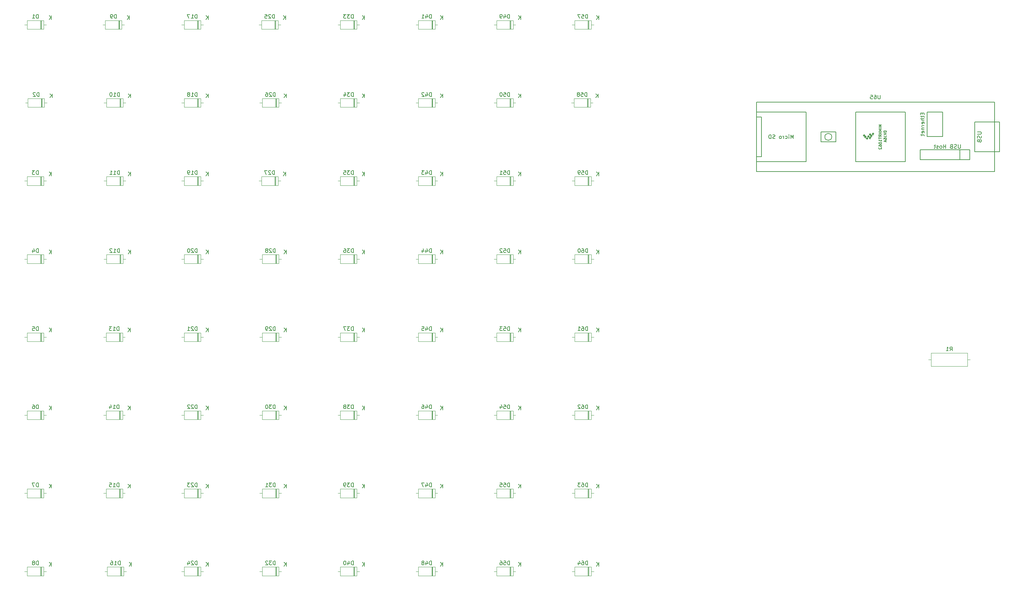
<source format=gbr>
%TF.GenerationSoftware,KiCad,Pcbnew,8.0.4*%
%TF.CreationDate,2024-12-04T19:54:40+09:00*%
%TF.ProjectId,gradmc,67726164-6d63-42e6-9b69-6361645f7063,rev?*%
%TF.SameCoordinates,Original*%
%TF.FileFunction,Legend,Bot*%
%TF.FilePolarity,Positive*%
%FSLAX46Y46*%
G04 Gerber Fmt 4.6, Leading zero omitted, Abs format (unit mm)*
G04 Created by KiCad (PCBNEW 8.0.4) date 2024-12-04 19:54:40*
%MOMM*%
%LPD*%
G01*
G04 APERTURE LIST*
%ADD10C,0.150000*%
%ADD11C,0.120000*%
%ADD12C,0.100000*%
G04 APERTURE END LIST*
D10*
X206404285Y-169054819D02*
X206404285Y-168054819D01*
X206404285Y-168054819D02*
X206166190Y-168054819D01*
X206166190Y-168054819D02*
X206023333Y-168102438D01*
X206023333Y-168102438D02*
X205928095Y-168197676D01*
X205928095Y-168197676D02*
X205880476Y-168292914D01*
X205880476Y-168292914D02*
X205832857Y-168483390D01*
X205832857Y-168483390D02*
X205832857Y-168626247D01*
X205832857Y-168626247D02*
X205880476Y-168816723D01*
X205880476Y-168816723D02*
X205928095Y-168911961D01*
X205928095Y-168911961D02*
X206023333Y-169007200D01*
X206023333Y-169007200D02*
X206166190Y-169054819D01*
X206166190Y-169054819D02*
X206404285Y-169054819D01*
X204975714Y-168054819D02*
X205166190Y-168054819D01*
X205166190Y-168054819D02*
X205261428Y-168102438D01*
X205261428Y-168102438D02*
X205309047Y-168150057D01*
X205309047Y-168150057D02*
X205404285Y-168292914D01*
X205404285Y-168292914D02*
X205451904Y-168483390D01*
X205451904Y-168483390D02*
X205451904Y-168864342D01*
X205451904Y-168864342D02*
X205404285Y-168959580D01*
X205404285Y-168959580D02*
X205356666Y-169007200D01*
X205356666Y-169007200D02*
X205261428Y-169054819D01*
X205261428Y-169054819D02*
X205070952Y-169054819D01*
X205070952Y-169054819D02*
X204975714Y-169007200D01*
X204975714Y-169007200D02*
X204928095Y-168959580D01*
X204928095Y-168959580D02*
X204880476Y-168864342D01*
X204880476Y-168864342D02*
X204880476Y-168626247D01*
X204880476Y-168626247D02*
X204928095Y-168531009D01*
X204928095Y-168531009D02*
X204975714Y-168483390D01*
X204975714Y-168483390D02*
X205070952Y-168435771D01*
X205070952Y-168435771D02*
X205261428Y-168435771D01*
X205261428Y-168435771D02*
X205356666Y-168483390D01*
X205356666Y-168483390D02*
X205404285Y-168531009D01*
X205404285Y-168531009D02*
X205451904Y-168626247D01*
X204499523Y-168150057D02*
X204451904Y-168102438D01*
X204451904Y-168102438D02*
X204356666Y-168054819D01*
X204356666Y-168054819D02*
X204118571Y-168054819D01*
X204118571Y-168054819D02*
X204023333Y-168102438D01*
X204023333Y-168102438D02*
X203975714Y-168150057D01*
X203975714Y-168150057D02*
X203928095Y-168245295D01*
X203928095Y-168245295D02*
X203928095Y-168340533D01*
X203928095Y-168340533D02*
X203975714Y-168483390D01*
X203975714Y-168483390D02*
X204547142Y-169054819D01*
X204547142Y-169054819D02*
X203928095Y-169054819D01*
X209261904Y-169374819D02*
X209261904Y-168374819D01*
X208690476Y-169374819D02*
X209119047Y-168803390D01*
X208690476Y-168374819D02*
X209261904Y-168946247D01*
X206404285Y-129054819D02*
X206404285Y-128054819D01*
X206404285Y-128054819D02*
X206166190Y-128054819D01*
X206166190Y-128054819D02*
X206023333Y-128102438D01*
X206023333Y-128102438D02*
X205928095Y-128197676D01*
X205928095Y-128197676D02*
X205880476Y-128292914D01*
X205880476Y-128292914D02*
X205832857Y-128483390D01*
X205832857Y-128483390D02*
X205832857Y-128626247D01*
X205832857Y-128626247D02*
X205880476Y-128816723D01*
X205880476Y-128816723D02*
X205928095Y-128911961D01*
X205928095Y-128911961D02*
X206023333Y-129007200D01*
X206023333Y-129007200D02*
X206166190Y-129054819D01*
X206166190Y-129054819D02*
X206404285Y-129054819D01*
X204975714Y-128054819D02*
X205166190Y-128054819D01*
X205166190Y-128054819D02*
X205261428Y-128102438D01*
X205261428Y-128102438D02*
X205309047Y-128150057D01*
X205309047Y-128150057D02*
X205404285Y-128292914D01*
X205404285Y-128292914D02*
X205451904Y-128483390D01*
X205451904Y-128483390D02*
X205451904Y-128864342D01*
X205451904Y-128864342D02*
X205404285Y-128959580D01*
X205404285Y-128959580D02*
X205356666Y-129007200D01*
X205356666Y-129007200D02*
X205261428Y-129054819D01*
X205261428Y-129054819D02*
X205070952Y-129054819D01*
X205070952Y-129054819D02*
X204975714Y-129007200D01*
X204975714Y-129007200D02*
X204928095Y-128959580D01*
X204928095Y-128959580D02*
X204880476Y-128864342D01*
X204880476Y-128864342D02*
X204880476Y-128626247D01*
X204880476Y-128626247D02*
X204928095Y-128531009D01*
X204928095Y-128531009D02*
X204975714Y-128483390D01*
X204975714Y-128483390D02*
X205070952Y-128435771D01*
X205070952Y-128435771D02*
X205261428Y-128435771D01*
X205261428Y-128435771D02*
X205356666Y-128483390D01*
X205356666Y-128483390D02*
X205404285Y-128531009D01*
X205404285Y-128531009D02*
X205451904Y-128626247D01*
X204261428Y-128054819D02*
X204166190Y-128054819D01*
X204166190Y-128054819D02*
X204070952Y-128102438D01*
X204070952Y-128102438D02*
X204023333Y-128150057D01*
X204023333Y-128150057D02*
X203975714Y-128245295D01*
X203975714Y-128245295D02*
X203928095Y-128435771D01*
X203928095Y-128435771D02*
X203928095Y-128673866D01*
X203928095Y-128673866D02*
X203975714Y-128864342D01*
X203975714Y-128864342D02*
X204023333Y-128959580D01*
X204023333Y-128959580D02*
X204070952Y-129007200D01*
X204070952Y-129007200D02*
X204166190Y-129054819D01*
X204166190Y-129054819D02*
X204261428Y-129054819D01*
X204261428Y-129054819D02*
X204356666Y-129007200D01*
X204356666Y-129007200D02*
X204404285Y-128959580D01*
X204404285Y-128959580D02*
X204451904Y-128864342D01*
X204451904Y-128864342D02*
X204499523Y-128673866D01*
X204499523Y-128673866D02*
X204499523Y-128435771D01*
X204499523Y-128435771D02*
X204451904Y-128245295D01*
X204451904Y-128245295D02*
X204404285Y-128150057D01*
X204404285Y-128150057D02*
X204356666Y-128102438D01*
X204356666Y-128102438D02*
X204261428Y-128054819D01*
X209261904Y-129374819D02*
X209261904Y-128374819D01*
X208690476Y-129374819D02*
X209119047Y-128803390D01*
X208690476Y-128374819D02*
X209261904Y-128946247D01*
X146404285Y-109054819D02*
X146404285Y-108054819D01*
X146404285Y-108054819D02*
X146166190Y-108054819D01*
X146166190Y-108054819D02*
X146023333Y-108102438D01*
X146023333Y-108102438D02*
X145928095Y-108197676D01*
X145928095Y-108197676D02*
X145880476Y-108292914D01*
X145880476Y-108292914D02*
X145832857Y-108483390D01*
X145832857Y-108483390D02*
X145832857Y-108626247D01*
X145832857Y-108626247D02*
X145880476Y-108816723D01*
X145880476Y-108816723D02*
X145928095Y-108911961D01*
X145928095Y-108911961D02*
X146023333Y-109007200D01*
X146023333Y-109007200D02*
X146166190Y-109054819D01*
X146166190Y-109054819D02*
X146404285Y-109054819D01*
X145499523Y-108054819D02*
X144880476Y-108054819D01*
X144880476Y-108054819D02*
X145213809Y-108435771D01*
X145213809Y-108435771D02*
X145070952Y-108435771D01*
X145070952Y-108435771D02*
X144975714Y-108483390D01*
X144975714Y-108483390D02*
X144928095Y-108531009D01*
X144928095Y-108531009D02*
X144880476Y-108626247D01*
X144880476Y-108626247D02*
X144880476Y-108864342D01*
X144880476Y-108864342D02*
X144928095Y-108959580D01*
X144928095Y-108959580D02*
X144975714Y-109007200D01*
X144975714Y-109007200D02*
X145070952Y-109054819D01*
X145070952Y-109054819D02*
X145356666Y-109054819D01*
X145356666Y-109054819D02*
X145451904Y-109007200D01*
X145451904Y-109007200D02*
X145499523Y-108959580D01*
X143975714Y-108054819D02*
X144451904Y-108054819D01*
X144451904Y-108054819D02*
X144499523Y-108531009D01*
X144499523Y-108531009D02*
X144451904Y-108483390D01*
X144451904Y-108483390D02*
X144356666Y-108435771D01*
X144356666Y-108435771D02*
X144118571Y-108435771D01*
X144118571Y-108435771D02*
X144023333Y-108483390D01*
X144023333Y-108483390D02*
X143975714Y-108531009D01*
X143975714Y-108531009D02*
X143928095Y-108626247D01*
X143928095Y-108626247D02*
X143928095Y-108864342D01*
X143928095Y-108864342D02*
X143975714Y-108959580D01*
X143975714Y-108959580D02*
X144023333Y-109007200D01*
X144023333Y-109007200D02*
X144118571Y-109054819D01*
X144118571Y-109054819D02*
X144356666Y-109054819D01*
X144356666Y-109054819D02*
X144451904Y-109007200D01*
X144451904Y-109007200D02*
X144499523Y-108959580D01*
X149261904Y-109374819D02*
X149261904Y-108374819D01*
X148690476Y-109374819D02*
X149119047Y-108803390D01*
X148690476Y-108374819D02*
X149261904Y-108946247D01*
X86524285Y-109054819D02*
X86524285Y-108054819D01*
X86524285Y-108054819D02*
X86286190Y-108054819D01*
X86286190Y-108054819D02*
X86143333Y-108102438D01*
X86143333Y-108102438D02*
X86048095Y-108197676D01*
X86048095Y-108197676D02*
X86000476Y-108292914D01*
X86000476Y-108292914D02*
X85952857Y-108483390D01*
X85952857Y-108483390D02*
X85952857Y-108626247D01*
X85952857Y-108626247D02*
X86000476Y-108816723D01*
X86000476Y-108816723D02*
X86048095Y-108911961D01*
X86048095Y-108911961D02*
X86143333Y-109007200D01*
X86143333Y-109007200D02*
X86286190Y-109054819D01*
X86286190Y-109054819D02*
X86524285Y-109054819D01*
X85000476Y-109054819D02*
X85571904Y-109054819D01*
X85286190Y-109054819D02*
X85286190Y-108054819D01*
X85286190Y-108054819D02*
X85381428Y-108197676D01*
X85381428Y-108197676D02*
X85476666Y-108292914D01*
X85476666Y-108292914D02*
X85571904Y-108340533D01*
X84048095Y-109054819D02*
X84619523Y-109054819D01*
X84333809Y-109054819D02*
X84333809Y-108054819D01*
X84333809Y-108054819D02*
X84429047Y-108197676D01*
X84429047Y-108197676D02*
X84524285Y-108292914D01*
X84524285Y-108292914D02*
X84619523Y-108340533D01*
X89381904Y-109374819D02*
X89381904Y-108374819D01*
X88810476Y-109374819D02*
X89239047Y-108803390D01*
X88810476Y-108374819D02*
X89381904Y-108946247D01*
X126404285Y-89054819D02*
X126404285Y-88054819D01*
X126404285Y-88054819D02*
X126166190Y-88054819D01*
X126166190Y-88054819D02*
X126023333Y-88102438D01*
X126023333Y-88102438D02*
X125928095Y-88197676D01*
X125928095Y-88197676D02*
X125880476Y-88292914D01*
X125880476Y-88292914D02*
X125832857Y-88483390D01*
X125832857Y-88483390D02*
X125832857Y-88626247D01*
X125832857Y-88626247D02*
X125880476Y-88816723D01*
X125880476Y-88816723D02*
X125928095Y-88911961D01*
X125928095Y-88911961D02*
X126023333Y-89007200D01*
X126023333Y-89007200D02*
X126166190Y-89054819D01*
X126166190Y-89054819D02*
X126404285Y-89054819D01*
X125451904Y-88150057D02*
X125404285Y-88102438D01*
X125404285Y-88102438D02*
X125309047Y-88054819D01*
X125309047Y-88054819D02*
X125070952Y-88054819D01*
X125070952Y-88054819D02*
X124975714Y-88102438D01*
X124975714Y-88102438D02*
X124928095Y-88150057D01*
X124928095Y-88150057D02*
X124880476Y-88245295D01*
X124880476Y-88245295D02*
X124880476Y-88340533D01*
X124880476Y-88340533D02*
X124928095Y-88483390D01*
X124928095Y-88483390D02*
X125499523Y-89054819D01*
X125499523Y-89054819D02*
X124880476Y-89054819D01*
X124023333Y-88054819D02*
X124213809Y-88054819D01*
X124213809Y-88054819D02*
X124309047Y-88102438D01*
X124309047Y-88102438D02*
X124356666Y-88150057D01*
X124356666Y-88150057D02*
X124451904Y-88292914D01*
X124451904Y-88292914D02*
X124499523Y-88483390D01*
X124499523Y-88483390D02*
X124499523Y-88864342D01*
X124499523Y-88864342D02*
X124451904Y-88959580D01*
X124451904Y-88959580D02*
X124404285Y-89007200D01*
X124404285Y-89007200D02*
X124309047Y-89054819D01*
X124309047Y-89054819D02*
X124118571Y-89054819D01*
X124118571Y-89054819D02*
X124023333Y-89007200D01*
X124023333Y-89007200D02*
X123975714Y-88959580D01*
X123975714Y-88959580D02*
X123928095Y-88864342D01*
X123928095Y-88864342D02*
X123928095Y-88626247D01*
X123928095Y-88626247D02*
X123975714Y-88531009D01*
X123975714Y-88531009D02*
X124023333Y-88483390D01*
X124023333Y-88483390D02*
X124118571Y-88435771D01*
X124118571Y-88435771D02*
X124309047Y-88435771D01*
X124309047Y-88435771D02*
X124404285Y-88483390D01*
X124404285Y-88483390D02*
X124451904Y-88531009D01*
X124451904Y-88531009D02*
X124499523Y-88626247D01*
X129261904Y-89374819D02*
X129261904Y-88374819D01*
X128690476Y-89374819D02*
X129119047Y-88803390D01*
X128690476Y-88374819D02*
X129261904Y-88946247D01*
X146404285Y-69054819D02*
X146404285Y-68054819D01*
X146404285Y-68054819D02*
X146166190Y-68054819D01*
X146166190Y-68054819D02*
X146023333Y-68102438D01*
X146023333Y-68102438D02*
X145928095Y-68197676D01*
X145928095Y-68197676D02*
X145880476Y-68292914D01*
X145880476Y-68292914D02*
X145832857Y-68483390D01*
X145832857Y-68483390D02*
X145832857Y-68626247D01*
X145832857Y-68626247D02*
X145880476Y-68816723D01*
X145880476Y-68816723D02*
X145928095Y-68911961D01*
X145928095Y-68911961D02*
X146023333Y-69007200D01*
X146023333Y-69007200D02*
X146166190Y-69054819D01*
X146166190Y-69054819D02*
X146404285Y-69054819D01*
X145499523Y-68054819D02*
X144880476Y-68054819D01*
X144880476Y-68054819D02*
X145213809Y-68435771D01*
X145213809Y-68435771D02*
X145070952Y-68435771D01*
X145070952Y-68435771D02*
X144975714Y-68483390D01*
X144975714Y-68483390D02*
X144928095Y-68531009D01*
X144928095Y-68531009D02*
X144880476Y-68626247D01*
X144880476Y-68626247D02*
X144880476Y-68864342D01*
X144880476Y-68864342D02*
X144928095Y-68959580D01*
X144928095Y-68959580D02*
X144975714Y-69007200D01*
X144975714Y-69007200D02*
X145070952Y-69054819D01*
X145070952Y-69054819D02*
X145356666Y-69054819D01*
X145356666Y-69054819D02*
X145451904Y-69007200D01*
X145451904Y-69007200D02*
X145499523Y-68959580D01*
X144547142Y-68054819D02*
X143928095Y-68054819D01*
X143928095Y-68054819D02*
X144261428Y-68435771D01*
X144261428Y-68435771D02*
X144118571Y-68435771D01*
X144118571Y-68435771D02*
X144023333Y-68483390D01*
X144023333Y-68483390D02*
X143975714Y-68531009D01*
X143975714Y-68531009D02*
X143928095Y-68626247D01*
X143928095Y-68626247D02*
X143928095Y-68864342D01*
X143928095Y-68864342D02*
X143975714Y-68959580D01*
X143975714Y-68959580D02*
X144023333Y-69007200D01*
X144023333Y-69007200D02*
X144118571Y-69054819D01*
X144118571Y-69054819D02*
X144404285Y-69054819D01*
X144404285Y-69054819D02*
X144499523Y-69007200D01*
X144499523Y-69007200D02*
X144547142Y-68959580D01*
X149261904Y-69374819D02*
X149261904Y-68374819D01*
X148690476Y-69374819D02*
X149119047Y-68803390D01*
X148690476Y-68374819D02*
X149261904Y-68946247D01*
X106404285Y-189054819D02*
X106404285Y-188054819D01*
X106404285Y-188054819D02*
X106166190Y-188054819D01*
X106166190Y-188054819D02*
X106023333Y-188102438D01*
X106023333Y-188102438D02*
X105928095Y-188197676D01*
X105928095Y-188197676D02*
X105880476Y-188292914D01*
X105880476Y-188292914D02*
X105832857Y-188483390D01*
X105832857Y-188483390D02*
X105832857Y-188626247D01*
X105832857Y-188626247D02*
X105880476Y-188816723D01*
X105880476Y-188816723D02*
X105928095Y-188911961D01*
X105928095Y-188911961D02*
X106023333Y-189007200D01*
X106023333Y-189007200D02*
X106166190Y-189054819D01*
X106166190Y-189054819D02*
X106404285Y-189054819D01*
X105451904Y-188150057D02*
X105404285Y-188102438D01*
X105404285Y-188102438D02*
X105309047Y-188054819D01*
X105309047Y-188054819D02*
X105070952Y-188054819D01*
X105070952Y-188054819D02*
X104975714Y-188102438D01*
X104975714Y-188102438D02*
X104928095Y-188150057D01*
X104928095Y-188150057D02*
X104880476Y-188245295D01*
X104880476Y-188245295D02*
X104880476Y-188340533D01*
X104880476Y-188340533D02*
X104928095Y-188483390D01*
X104928095Y-188483390D02*
X105499523Y-189054819D01*
X105499523Y-189054819D02*
X104880476Y-189054819D01*
X104547142Y-188054819D02*
X103928095Y-188054819D01*
X103928095Y-188054819D02*
X104261428Y-188435771D01*
X104261428Y-188435771D02*
X104118571Y-188435771D01*
X104118571Y-188435771D02*
X104023333Y-188483390D01*
X104023333Y-188483390D02*
X103975714Y-188531009D01*
X103975714Y-188531009D02*
X103928095Y-188626247D01*
X103928095Y-188626247D02*
X103928095Y-188864342D01*
X103928095Y-188864342D02*
X103975714Y-188959580D01*
X103975714Y-188959580D02*
X104023333Y-189007200D01*
X104023333Y-189007200D02*
X104118571Y-189054819D01*
X104118571Y-189054819D02*
X104404285Y-189054819D01*
X104404285Y-189054819D02*
X104499523Y-189007200D01*
X104499523Y-189007200D02*
X104547142Y-188959580D01*
X109261904Y-189374819D02*
X109261904Y-188374819D01*
X108690476Y-189374819D02*
X109119047Y-188803390D01*
X108690476Y-188374819D02*
X109261904Y-188946247D01*
X299166666Y-154234819D02*
X299499999Y-153758628D01*
X299738094Y-154234819D02*
X299738094Y-153234819D01*
X299738094Y-153234819D02*
X299357142Y-153234819D01*
X299357142Y-153234819D02*
X299261904Y-153282438D01*
X299261904Y-153282438D02*
X299214285Y-153330057D01*
X299214285Y-153330057D02*
X299166666Y-153425295D01*
X299166666Y-153425295D02*
X299166666Y-153568152D01*
X299166666Y-153568152D02*
X299214285Y-153663390D01*
X299214285Y-153663390D02*
X299261904Y-153711009D01*
X299261904Y-153711009D02*
X299357142Y-153758628D01*
X299357142Y-153758628D02*
X299738094Y-153758628D01*
X298214285Y-154234819D02*
X298785713Y-154234819D01*
X298499999Y-154234819D02*
X298499999Y-153234819D01*
X298499999Y-153234819D02*
X298595237Y-153377676D01*
X298595237Y-153377676D02*
X298690475Y-153472914D01*
X298690475Y-153472914D02*
X298785713Y-153520533D01*
X65738094Y-169054819D02*
X65738094Y-168054819D01*
X65738094Y-168054819D02*
X65499999Y-168054819D01*
X65499999Y-168054819D02*
X65357142Y-168102438D01*
X65357142Y-168102438D02*
X65261904Y-168197676D01*
X65261904Y-168197676D02*
X65214285Y-168292914D01*
X65214285Y-168292914D02*
X65166666Y-168483390D01*
X65166666Y-168483390D02*
X65166666Y-168626247D01*
X65166666Y-168626247D02*
X65214285Y-168816723D01*
X65214285Y-168816723D02*
X65261904Y-168911961D01*
X65261904Y-168911961D02*
X65357142Y-169007200D01*
X65357142Y-169007200D02*
X65499999Y-169054819D01*
X65499999Y-169054819D02*
X65738094Y-169054819D01*
X64309523Y-168054819D02*
X64499999Y-168054819D01*
X64499999Y-168054819D02*
X64595237Y-168102438D01*
X64595237Y-168102438D02*
X64642856Y-168150057D01*
X64642856Y-168150057D02*
X64738094Y-168292914D01*
X64738094Y-168292914D02*
X64785713Y-168483390D01*
X64785713Y-168483390D02*
X64785713Y-168864342D01*
X64785713Y-168864342D02*
X64738094Y-168959580D01*
X64738094Y-168959580D02*
X64690475Y-169007200D01*
X64690475Y-169007200D02*
X64595237Y-169054819D01*
X64595237Y-169054819D02*
X64404761Y-169054819D01*
X64404761Y-169054819D02*
X64309523Y-169007200D01*
X64309523Y-169007200D02*
X64261904Y-168959580D01*
X64261904Y-168959580D02*
X64214285Y-168864342D01*
X64214285Y-168864342D02*
X64214285Y-168626247D01*
X64214285Y-168626247D02*
X64261904Y-168531009D01*
X64261904Y-168531009D02*
X64309523Y-168483390D01*
X64309523Y-168483390D02*
X64404761Y-168435771D01*
X64404761Y-168435771D02*
X64595237Y-168435771D01*
X64595237Y-168435771D02*
X64690475Y-168483390D01*
X64690475Y-168483390D02*
X64738094Y-168531009D01*
X64738094Y-168531009D02*
X64785713Y-168626247D01*
X69071904Y-169374819D02*
X69071904Y-168374819D01*
X68500476Y-169374819D02*
X68929047Y-168803390D01*
X68500476Y-168374819D02*
X69071904Y-168946247D01*
X186404285Y-89054819D02*
X186404285Y-88054819D01*
X186404285Y-88054819D02*
X186166190Y-88054819D01*
X186166190Y-88054819D02*
X186023333Y-88102438D01*
X186023333Y-88102438D02*
X185928095Y-88197676D01*
X185928095Y-88197676D02*
X185880476Y-88292914D01*
X185880476Y-88292914D02*
X185832857Y-88483390D01*
X185832857Y-88483390D02*
X185832857Y-88626247D01*
X185832857Y-88626247D02*
X185880476Y-88816723D01*
X185880476Y-88816723D02*
X185928095Y-88911961D01*
X185928095Y-88911961D02*
X186023333Y-89007200D01*
X186023333Y-89007200D02*
X186166190Y-89054819D01*
X186166190Y-89054819D02*
X186404285Y-89054819D01*
X184928095Y-88054819D02*
X185404285Y-88054819D01*
X185404285Y-88054819D02*
X185451904Y-88531009D01*
X185451904Y-88531009D02*
X185404285Y-88483390D01*
X185404285Y-88483390D02*
X185309047Y-88435771D01*
X185309047Y-88435771D02*
X185070952Y-88435771D01*
X185070952Y-88435771D02*
X184975714Y-88483390D01*
X184975714Y-88483390D02*
X184928095Y-88531009D01*
X184928095Y-88531009D02*
X184880476Y-88626247D01*
X184880476Y-88626247D02*
X184880476Y-88864342D01*
X184880476Y-88864342D02*
X184928095Y-88959580D01*
X184928095Y-88959580D02*
X184975714Y-89007200D01*
X184975714Y-89007200D02*
X185070952Y-89054819D01*
X185070952Y-89054819D02*
X185309047Y-89054819D01*
X185309047Y-89054819D02*
X185404285Y-89007200D01*
X185404285Y-89007200D02*
X185451904Y-88959580D01*
X184261428Y-88054819D02*
X184166190Y-88054819D01*
X184166190Y-88054819D02*
X184070952Y-88102438D01*
X184070952Y-88102438D02*
X184023333Y-88150057D01*
X184023333Y-88150057D02*
X183975714Y-88245295D01*
X183975714Y-88245295D02*
X183928095Y-88435771D01*
X183928095Y-88435771D02*
X183928095Y-88673866D01*
X183928095Y-88673866D02*
X183975714Y-88864342D01*
X183975714Y-88864342D02*
X184023333Y-88959580D01*
X184023333Y-88959580D02*
X184070952Y-89007200D01*
X184070952Y-89007200D02*
X184166190Y-89054819D01*
X184166190Y-89054819D02*
X184261428Y-89054819D01*
X184261428Y-89054819D02*
X184356666Y-89007200D01*
X184356666Y-89007200D02*
X184404285Y-88959580D01*
X184404285Y-88959580D02*
X184451904Y-88864342D01*
X184451904Y-88864342D02*
X184499523Y-88673866D01*
X184499523Y-88673866D02*
X184499523Y-88435771D01*
X184499523Y-88435771D02*
X184451904Y-88245295D01*
X184451904Y-88245295D02*
X184404285Y-88150057D01*
X184404285Y-88150057D02*
X184356666Y-88102438D01*
X184356666Y-88102438D02*
X184261428Y-88054819D01*
X189261904Y-89374819D02*
X189261904Y-88374819D01*
X188690476Y-89374819D02*
X189119047Y-88803390D01*
X188690476Y-88374819D02*
X189261904Y-88946247D01*
X126214285Y-109054819D02*
X126214285Y-108054819D01*
X126214285Y-108054819D02*
X125976190Y-108054819D01*
X125976190Y-108054819D02*
X125833333Y-108102438D01*
X125833333Y-108102438D02*
X125738095Y-108197676D01*
X125738095Y-108197676D02*
X125690476Y-108292914D01*
X125690476Y-108292914D02*
X125642857Y-108483390D01*
X125642857Y-108483390D02*
X125642857Y-108626247D01*
X125642857Y-108626247D02*
X125690476Y-108816723D01*
X125690476Y-108816723D02*
X125738095Y-108911961D01*
X125738095Y-108911961D02*
X125833333Y-109007200D01*
X125833333Y-109007200D02*
X125976190Y-109054819D01*
X125976190Y-109054819D02*
X126214285Y-109054819D01*
X125261904Y-108150057D02*
X125214285Y-108102438D01*
X125214285Y-108102438D02*
X125119047Y-108054819D01*
X125119047Y-108054819D02*
X124880952Y-108054819D01*
X124880952Y-108054819D02*
X124785714Y-108102438D01*
X124785714Y-108102438D02*
X124738095Y-108150057D01*
X124738095Y-108150057D02*
X124690476Y-108245295D01*
X124690476Y-108245295D02*
X124690476Y-108340533D01*
X124690476Y-108340533D02*
X124738095Y-108483390D01*
X124738095Y-108483390D02*
X125309523Y-109054819D01*
X125309523Y-109054819D02*
X124690476Y-109054819D01*
X124357142Y-108054819D02*
X123690476Y-108054819D01*
X123690476Y-108054819D02*
X124119047Y-109054819D01*
X129071904Y-109374819D02*
X129071904Y-108374819D01*
X128500476Y-109374819D02*
X128929047Y-108803390D01*
X128500476Y-108374819D02*
X129071904Y-108946247D01*
X166404285Y-189054819D02*
X166404285Y-188054819D01*
X166404285Y-188054819D02*
X166166190Y-188054819D01*
X166166190Y-188054819D02*
X166023333Y-188102438D01*
X166023333Y-188102438D02*
X165928095Y-188197676D01*
X165928095Y-188197676D02*
X165880476Y-188292914D01*
X165880476Y-188292914D02*
X165832857Y-188483390D01*
X165832857Y-188483390D02*
X165832857Y-188626247D01*
X165832857Y-188626247D02*
X165880476Y-188816723D01*
X165880476Y-188816723D02*
X165928095Y-188911961D01*
X165928095Y-188911961D02*
X166023333Y-189007200D01*
X166023333Y-189007200D02*
X166166190Y-189054819D01*
X166166190Y-189054819D02*
X166404285Y-189054819D01*
X164975714Y-188388152D02*
X164975714Y-189054819D01*
X165213809Y-188007200D02*
X165451904Y-188721485D01*
X165451904Y-188721485D02*
X164832857Y-188721485D01*
X164547142Y-188054819D02*
X163880476Y-188054819D01*
X163880476Y-188054819D02*
X164309047Y-189054819D01*
X169261904Y-189374819D02*
X169261904Y-188374819D01*
X168690476Y-189374819D02*
X169119047Y-188803390D01*
X168690476Y-188374819D02*
X169261904Y-188946247D01*
X106404285Y-209054819D02*
X106404285Y-208054819D01*
X106404285Y-208054819D02*
X106166190Y-208054819D01*
X106166190Y-208054819D02*
X106023333Y-208102438D01*
X106023333Y-208102438D02*
X105928095Y-208197676D01*
X105928095Y-208197676D02*
X105880476Y-208292914D01*
X105880476Y-208292914D02*
X105832857Y-208483390D01*
X105832857Y-208483390D02*
X105832857Y-208626247D01*
X105832857Y-208626247D02*
X105880476Y-208816723D01*
X105880476Y-208816723D02*
X105928095Y-208911961D01*
X105928095Y-208911961D02*
X106023333Y-209007200D01*
X106023333Y-209007200D02*
X106166190Y-209054819D01*
X106166190Y-209054819D02*
X106404285Y-209054819D01*
X105451904Y-208150057D02*
X105404285Y-208102438D01*
X105404285Y-208102438D02*
X105309047Y-208054819D01*
X105309047Y-208054819D02*
X105070952Y-208054819D01*
X105070952Y-208054819D02*
X104975714Y-208102438D01*
X104975714Y-208102438D02*
X104928095Y-208150057D01*
X104928095Y-208150057D02*
X104880476Y-208245295D01*
X104880476Y-208245295D02*
X104880476Y-208340533D01*
X104880476Y-208340533D02*
X104928095Y-208483390D01*
X104928095Y-208483390D02*
X105499523Y-209054819D01*
X105499523Y-209054819D02*
X104880476Y-209054819D01*
X104023333Y-208388152D02*
X104023333Y-209054819D01*
X104261428Y-208007200D02*
X104499523Y-208721485D01*
X104499523Y-208721485D02*
X103880476Y-208721485D01*
X109261904Y-209374819D02*
X109261904Y-208374819D01*
X108690476Y-209374819D02*
X109119047Y-208803390D01*
X108690476Y-208374819D02*
X109261904Y-208946247D01*
X281327294Y-88725619D02*
X281327294Y-89535142D01*
X281327294Y-89535142D02*
X281279675Y-89630380D01*
X281279675Y-89630380D02*
X281232056Y-89678000D01*
X281232056Y-89678000D02*
X281136818Y-89725619D01*
X281136818Y-89725619D02*
X280946342Y-89725619D01*
X280946342Y-89725619D02*
X280851104Y-89678000D01*
X280851104Y-89678000D02*
X280803485Y-89630380D01*
X280803485Y-89630380D02*
X280755866Y-89535142D01*
X280755866Y-89535142D02*
X280755866Y-88725619D01*
X279851104Y-88725619D02*
X280041580Y-88725619D01*
X280041580Y-88725619D02*
X280136818Y-88773238D01*
X280136818Y-88773238D02*
X280184437Y-88820857D01*
X280184437Y-88820857D02*
X280279675Y-88963714D01*
X280279675Y-88963714D02*
X280327294Y-89154190D01*
X280327294Y-89154190D02*
X280327294Y-89535142D01*
X280327294Y-89535142D02*
X280279675Y-89630380D01*
X280279675Y-89630380D02*
X280232056Y-89678000D01*
X280232056Y-89678000D02*
X280136818Y-89725619D01*
X280136818Y-89725619D02*
X279946342Y-89725619D01*
X279946342Y-89725619D02*
X279851104Y-89678000D01*
X279851104Y-89678000D02*
X279803485Y-89630380D01*
X279803485Y-89630380D02*
X279755866Y-89535142D01*
X279755866Y-89535142D02*
X279755866Y-89297047D01*
X279755866Y-89297047D02*
X279803485Y-89201809D01*
X279803485Y-89201809D02*
X279851104Y-89154190D01*
X279851104Y-89154190D02*
X279946342Y-89106571D01*
X279946342Y-89106571D02*
X280136818Y-89106571D01*
X280136818Y-89106571D02*
X280232056Y-89154190D01*
X280232056Y-89154190D02*
X280279675Y-89201809D01*
X280279675Y-89201809D02*
X280327294Y-89297047D01*
X278851104Y-88725619D02*
X279327294Y-88725619D01*
X279327294Y-88725619D02*
X279374913Y-89201809D01*
X279374913Y-89201809D02*
X279327294Y-89154190D01*
X279327294Y-89154190D02*
X279232056Y-89106571D01*
X279232056Y-89106571D02*
X278993961Y-89106571D01*
X278993961Y-89106571D02*
X278898723Y-89154190D01*
X278898723Y-89154190D02*
X278851104Y-89201809D01*
X278851104Y-89201809D02*
X278803485Y-89297047D01*
X278803485Y-89297047D02*
X278803485Y-89535142D01*
X278803485Y-89535142D02*
X278851104Y-89630380D01*
X278851104Y-89630380D02*
X278898723Y-89678000D01*
X278898723Y-89678000D02*
X278993961Y-89725619D01*
X278993961Y-89725619D02*
X279232056Y-89725619D01*
X279232056Y-89725619D02*
X279327294Y-89678000D01*
X279327294Y-89678000D02*
X279374913Y-89630380D01*
X301864523Y-101374819D02*
X301864523Y-102184342D01*
X301864523Y-102184342D02*
X301816904Y-102279580D01*
X301816904Y-102279580D02*
X301769285Y-102327200D01*
X301769285Y-102327200D02*
X301674047Y-102374819D01*
X301674047Y-102374819D02*
X301483571Y-102374819D01*
X301483571Y-102374819D02*
X301388333Y-102327200D01*
X301388333Y-102327200D02*
X301340714Y-102279580D01*
X301340714Y-102279580D02*
X301293095Y-102184342D01*
X301293095Y-102184342D02*
X301293095Y-101374819D01*
X300864523Y-102327200D02*
X300721666Y-102374819D01*
X300721666Y-102374819D02*
X300483571Y-102374819D01*
X300483571Y-102374819D02*
X300388333Y-102327200D01*
X300388333Y-102327200D02*
X300340714Y-102279580D01*
X300340714Y-102279580D02*
X300293095Y-102184342D01*
X300293095Y-102184342D02*
X300293095Y-102089104D01*
X300293095Y-102089104D02*
X300340714Y-101993866D01*
X300340714Y-101993866D02*
X300388333Y-101946247D01*
X300388333Y-101946247D02*
X300483571Y-101898628D01*
X300483571Y-101898628D02*
X300674047Y-101851009D01*
X300674047Y-101851009D02*
X300769285Y-101803390D01*
X300769285Y-101803390D02*
X300816904Y-101755771D01*
X300816904Y-101755771D02*
X300864523Y-101660533D01*
X300864523Y-101660533D02*
X300864523Y-101565295D01*
X300864523Y-101565295D02*
X300816904Y-101470057D01*
X300816904Y-101470057D02*
X300769285Y-101422438D01*
X300769285Y-101422438D02*
X300674047Y-101374819D01*
X300674047Y-101374819D02*
X300435952Y-101374819D01*
X300435952Y-101374819D02*
X300293095Y-101422438D01*
X299531190Y-101851009D02*
X299388333Y-101898628D01*
X299388333Y-101898628D02*
X299340714Y-101946247D01*
X299340714Y-101946247D02*
X299293095Y-102041485D01*
X299293095Y-102041485D02*
X299293095Y-102184342D01*
X299293095Y-102184342D02*
X299340714Y-102279580D01*
X299340714Y-102279580D02*
X299388333Y-102327200D01*
X299388333Y-102327200D02*
X299483571Y-102374819D01*
X299483571Y-102374819D02*
X299864523Y-102374819D01*
X299864523Y-102374819D02*
X299864523Y-101374819D01*
X299864523Y-101374819D02*
X299531190Y-101374819D01*
X299531190Y-101374819D02*
X299435952Y-101422438D01*
X299435952Y-101422438D02*
X299388333Y-101470057D01*
X299388333Y-101470057D02*
X299340714Y-101565295D01*
X299340714Y-101565295D02*
X299340714Y-101660533D01*
X299340714Y-101660533D02*
X299388333Y-101755771D01*
X299388333Y-101755771D02*
X299435952Y-101803390D01*
X299435952Y-101803390D02*
X299531190Y-101851009D01*
X299531190Y-101851009D02*
X299864523Y-101851009D01*
X298102618Y-102374819D02*
X298102618Y-101374819D01*
X298102618Y-101851009D02*
X297531190Y-101851009D01*
X297531190Y-102374819D02*
X297531190Y-101374819D01*
X296912142Y-102374819D02*
X297007380Y-102327200D01*
X297007380Y-102327200D02*
X297054999Y-102279580D01*
X297054999Y-102279580D02*
X297102618Y-102184342D01*
X297102618Y-102184342D02*
X297102618Y-101898628D01*
X297102618Y-101898628D02*
X297054999Y-101803390D01*
X297054999Y-101803390D02*
X297007380Y-101755771D01*
X297007380Y-101755771D02*
X296912142Y-101708152D01*
X296912142Y-101708152D02*
X296769285Y-101708152D01*
X296769285Y-101708152D02*
X296674047Y-101755771D01*
X296674047Y-101755771D02*
X296626428Y-101803390D01*
X296626428Y-101803390D02*
X296578809Y-101898628D01*
X296578809Y-101898628D02*
X296578809Y-102184342D01*
X296578809Y-102184342D02*
X296626428Y-102279580D01*
X296626428Y-102279580D02*
X296674047Y-102327200D01*
X296674047Y-102327200D02*
X296769285Y-102374819D01*
X296769285Y-102374819D02*
X296912142Y-102374819D01*
X296197856Y-102327200D02*
X296102618Y-102374819D01*
X296102618Y-102374819D02*
X295912142Y-102374819D01*
X295912142Y-102374819D02*
X295816904Y-102327200D01*
X295816904Y-102327200D02*
X295769285Y-102231961D01*
X295769285Y-102231961D02*
X295769285Y-102184342D01*
X295769285Y-102184342D02*
X295816904Y-102089104D01*
X295816904Y-102089104D02*
X295912142Y-102041485D01*
X295912142Y-102041485D02*
X296054999Y-102041485D01*
X296054999Y-102041485D02*
X296150237Y-101993866D01*
X296150237Y-101993866D02*
X296197856Y-101898628D01*
X296197856Y-101898628D02*
X296197856Y-101851009D01*
X296197856Y-101851009D02*
X296150237Y-101755771D01*
X296150237Y-101755771D02*
X296054999Y-101708152D01*
X296054999Y-101708152D02*
X295912142Y-101708152D01*
X295912142Y-101708152D02*
X295816904Y-101755771D01*
X295483570Y-101708152D02*
X295102618Y-101708152D01*
X295340713Y-101374819D02*
X295340713Y-102231961D01*
X295340713Y-102231961D02*
X295293094Y-102327200D01*
X295293094Y-102327200D02*
X295197856Y-102374819D01*
X295197856Y-102374819D02*
X295102618Y-102374819D01*
X306214019Y-98168895D02*
X307023542Y-98168895D01*
X307023542Y-98168895D02*
X307118780Y-98216514D01*
X307118780Y-98216514D02*
X307166400Y-98264133D01*
X307166400Y-98264133D02*
X307214019Y-98359371D01*
X307214019Y-98359371D02*
X307214019Y-98549847D01*
X307214019Y-98549847D02*
X307166400Y-98645085D01*
X307166400Y-98645085D02*
X307118780Y-98692704D01*
X307118780Y-98692704D02*
X307023542Y-98740323D01*
X307023542Y-98740323D02*
X306214019Y-98740323D01*
X307166400Y-99168895D02*
X307214019Y-99311752D01*
X307214019Y-99311752D02*
X307214019Y-99549847D01*
X307214019Y-99549847D02*
X307166400Y-99645085D01*
X307166400Y-99645085D02*
X307118780Y-99692704D01*
X307118780Y-99692704D02*
X307023542Y-99740323D01*
X307023542Y-99740323D02*
X306928304Y-99740323D01*
X306928304Y-99740323D02*
X306833066Y-99692704D01*
X306833066Y-99692704D02*
X306785447Y-99645085D01*
X306785447Y-99645085D02*
X306737828Y-99549847D01*
X306737828Y-99549847D02*
X306690209Y-99359371D01*
X306690209Y-99359371D02*
X306642590Y-99264133D01*
X306642590Y-99264133D02*
X306594971Y-99216514D01*
X306594971Y-99216514D02*
X306499733Y-99168895D01*
X306499733Y-99168895D02*
X306404495Y-99168895D01*
X306404495Y-99168895D02*
X306309257Y-99216514D01*
X306309257Y-99216514D02*
X306261638Y-99264133D01*
X306261638Y-99264133D02*
X306214019Y-99359371D01*
X306214019Y-99359371D02*
X306214019Y-99597466D01*
X306214019Y-99597466D02*
X306261638Y-99740323D01*
X306690209Y-100502228D02*
X306737828Y-100645085D01*
X306737828Y-100645085D02*
X306785447Y-100692704D01*
X306785447Y-100692704D02*
X306880685Y-100740323D01*
X306880685Y-100740323D02*
X307023542Y-100740323D01*
X307023542Y-100740323D02*
X307118780Y-100692704D01*
X307118780Y-100692704D02*
X307166400Y-100645085D01*
X307166400Y-100645085D02*
X307214019Y-100549847D01*
X307214019Y-100549847D02*
X307214019Y-100168895D01*
X307214019Y-100168895D02*
X306214019Y-100168895D01*
X306214019Y-100168895D02*
X306214019Y-100502228D01*
X306214019Y-100502228D02*
X306261638Y-100597466D01*
X306261638Y-100597466D02*
X306309257Y-100645085D01*
X306309257Y-100645085D02*
X306404495Y-100692704D01*
X306404495Y-100692704D02*
X306499733Y-100692704D01*
X306499733Y-100692704D02*
X306594971Y-100645085D01*
X306594971Y-100645085D02*
X306642590Y-100597466D01*
X306642590Y-100597466D02*
X306690209Y-100502228D01*
X306690209Y-100502228D02*
X306690209Y-100168895D01*
X281675233Y-96347466D02*
X280975233Y-96347466D01*
X280975233Y-96347466D02*
X281475233Y-96580800D01*
X281475233Y-96580800D02*
X280975233Y-96814133D01*
X280975233Y-96814133D02*
X281675233Y-96814133D01*
X281675233Y-97147466D02*
X280975233Y-97147466D01*
X281675233Y-97480799D02*
X280975233Y-97480799D01*
X280975233Y-97480799D02*
X281475233Y-97714133D01*
X281475233Y-97714133D02*
X280975233Y-97947466D01*
X280975233Y-97947466D02*
X281675233Y-97947466D01*
X280975233Y-98214133D02*
X281675233Y-98680799D01*
X280975233Y-98680799D02*
X281675233Y-98214133D01*
X281675233Y-99347466D02*
X281341900Y-99114133D01*
X281675233Y-98947466D02*
X280975233Y-98947466D01*
X280975233Y-98947466D02*
X280975233Y-99214133D01*
X280975233Y-99214133D02*
X281008566Y-99280800D01*
X281008566Y-99280800D02*
X281041900Y-99314133D01*
X281041900Y-99314133D02*
X281108566Y-99347466D01*
X281108566Y-99347466D02*
X281208566Y-99347466D01*
X281208566Y-99347466D02*
X281275233Y-99314133D01*
X281275233Y-99314133D02*
X281308566Y-99280800D01*
X281308566Y-99280800D02*
X281341900Y-99214133D01*
X281341900Y-99214133D02*
X281341900Y-98947466D01*
X280975233Y-99547466D02*
X280975233Y-99947466D01*
X281675233Y-99747466D02*
X280975233Y-99747466D01*
X281675233Y-100547466D02*
X281675233Y-100147466D01*
X281675233Y-100347466D02*
X280975233Y-100347466D01*
X280975233Y-100347466D02*
X281075233Y-100280799D01*
X281075233Y-100280799D02*
X281141900Y-100214133D01*
X281141900Y-100214133D02*
X281175233Y-100147466D01*
X280975233Y-100980800D02*
X280975233Y-101047466D01*
X280975233Y-101047466D02*
X281008566Y-101114133D01*
X281008566Y-101114133D02*
X281041900Y-101147466D01*
X281041900Y-101147466D02*
X281108566Y-101180800D01*
X281108566Y-101180800D02*
X281241900Y-101214133D01*
X281241900Y-101214133D02*
X281408566Y-101214133D01*
X281408566Y-101214133D02*
X281541900Y-101180800D01*
X281541900Y-101180800D02*
X281608566Y-101147466D01*
X281608566Y-101147466D02*
X281641900Y-101114133D01*
X281641900Y-101114133D02*
X281675233Y-101047466D01*
X281675233Y-101047466D02*
X281675233Y-100980800D01*
X281675233Y-100980800D02*
X281641900Y-100914133D01*
X281641900Y-100914133D02*
X281608566Y-100880800D01*
X281608566Y-100880800D02*
X281541900Y-100847466D01*
X281541900Y-100847466D02*
X281408566Y-100814133D01*
X281408566Y-100814133D02*
X281241900Y-100814133D01*
X281241900Y-100814133D02*
X281108566Y-100847466D01*
X281108566Y-100847466D02*
X281041900Y-100880800D01*
X281041900Y-100880800D02*
X281008566Y-100914133D01*
X281008566Y-100914133D02*
X280975233Y-100980800D01*
X280975233Y-101814133D02*
X280975233Y-101680800D01*
X280975233Y-101680800D02*
X281008566Y-101614133D01*
X281008566Y-101614133D02*
X281041900Y-101580800D01*
X281041900Y-101580800D02*
X281141900Y-101514133D01*
X281141900Y-101514133D02*
X281275233Y-101480800D01*
X281275233Y-101480800D02*
X281541900Y-101480800D01*
X281541900Y-101480800D02*
X281608566Y-101514133D01*
X281608566Y-101514133D02*
X281641900Y-101547467D01*
X281641900Y-101547467D02*
X281675233Y-101614133D01*
X281675233Y-101614133D02*
X281675233Y-101747467D01*
X281675233Y-101747467D02*
X281641900Y-101814133D01*
X281641900Y-101814133D02*
X281608566Y-101847467D01*
X281608566Y-101847467D02*
X281541900Y-101880800D01*
X281541900Y-101880800D02*
X281375233Y-101880800D01*
X281375233Y-101880800D02*
X281308566Y-101847467D01*
X281308566Y-101847467D02*
X281275233Y-101814133D01*
X281275233Y-101814133D02*
X281241900Y-101747467D01*
X281241900Y-101747467D02*
X281241900Y-101614133D01*
X281241900Y-101614133D02*
X281275233Y-101547467D01*
X281275233Y-101547467D02*
X281308566Y-101514133D01*
X281308566Y-101514133D02*
X281375233Y-101480800D01*
X281041900Y-102147467D02*
X281008566Y-102180800D01*
X281008566Y-102180800D02*
X280975233Y-102247467D01*
X280975233Y-102247467D02*
X280975233Y-102414134D01*
X280975233Y-102414134D02*
X281008566Y-102480800D01*
X281008566Y-102480800D02*
X281041900Y-102514134D01*
X281041900Y-102514134D02*
X281108566Y-102547467D01*
X281108566Y-102547467D02*
X281175233Y-102547467D01*
X281175233Y-102547467D02*
X281275233Y-102514134D01*
X281275233Y-102514134D02*
X281675233Y-102114134D01*
X281675233Y-102114134D02*
X281675233Y-102547467D01*
X282945233Y-97867466D02*
X282245233Y-97867466D01*
X282245233Y-97867466D02*
X282245233Y-98034133D01*
X282245233Y-98034133D02*
X282278566Y-98134133D01*
X282278566Y-98134133D02*
X282345233Y-98200800D01*
X282345233Y-98200800D02*
X282411900Y-98234133D01*
X282411900Y-98234133D02*
X282545233Y-98267466D01*
X282545233Y-98267466D02*
X282645233Y-98267466D01*
X282645233Y-98267466D02*
X282778566Y-98234133D01*
X282778566Y-98234133D02*
X282845233Y-98200800D01*
X282845233Y-98200800D02*
X282911900Y-98134133D01*
X282911900Y-98134133D02*
X282945233Y-98034133D01*
X282945233Y-98034133D02*
X282945233Y-97867466D01*
X282245233Y-98467466D02*
X282945233Y-98700800D01*
X282945233Y-98700800D02*
X282245233Y-98934133D01*
X282245233Y-99367466D02*
X282745233Y-99367466D01*
X282745233Y-99367466D02*
X282845233Y-99334133D01*
X282845233Y-99334133D02*
X282911900Y-99267466D01*
X282911900Y-99267466D02*
X282945233Y-99167466D01*
X282945233Y-99167466D02*
X282945233Y-99100800D01*
X282245233Y-100000799D02*
X282245233Y-99867466D01*
X282245233Y-99867466D02*
X282278566Y-99800799D01*
X282278566Y-99800799D02*
X282311900Y-99767466D01*
X282311900Y-99767466D02*
X282411900Y-99700799D01*
X282411900Y-99700799D02*
X282545233Y-99667466D01*
X282545233Y-99667466D02*
X282811900Y-99667466D01*
X282811900Y-99667466D02*
X282878566Y-99700799D01*
X282878566Y-99700799D02*
X282911900Y-99734133D01*
X282911900Y-99734133D02*
X282945233Y-99800799D01*
X282945233Y-99800799D02*
X282945233Y-99934133D01*
X282945233Y-99934133D02*
X282911900Y-100000799D01*
X282911900Y-100000799D02*
X282878566Y-100034133D01*
X282878566Y-100034133D02*
X282811900Y-100067466D01*
X282811900Y-100067466D02*
X282645233Y-100067466D01*
X282645233Y-100067466D02*
X282578566Y-100034133D01*
X282578566Y-100034133D02*
X282545233Y-100000799D01*
X282545233Y-100000799D02*
X282511900Y-99934133D01*
X282511900Y-99934133D02*
X282511900Y-99800799D01*
X282511900Y-99800799D02*
X282545233Y-99734133D01*
X282545233Y-99734133D02*
X282578566Y-99700799D01*
X282578566Y-99700799D02*
X282645233Y-99667466D01*
X282745233Y-100334133D02*
X282745233Y-100667466D01*
X282945233Y-100267466D02*
X282245233Y-100500800D01*
X282245233Y-100500800D02*
X282945233Y-100734133D01*
X292085209Y-93297056D02*
X292085209Y-93630389D01*
X292609019Y-93773246D02*
X292609019Y-93297056D01*
X292609019Y-93297056D02*
X291609019Y-93297056D01*
X291609019Y-93297056D02*
X291609019Y-93773246D01*
X291942352Y-94058961D02*
X291942352Y-94439913D01*
X291609019Y-94201818D02*
X292466161Y-94201818D01*
X292466161Y-94201818D02*
X292561400Y-94249437D01*
X292561400Y-94249437D02*
X292609019Y-94344675D01*
X292609019Y-94344675D02*
X292609019Y-94439913D01*
X292609019Y-94773247D02*
X291609019Y-94773247D01*
X292609019Y-95201818D02*
X292085209Y-95201818D01*
X292085209Y-95201818D02*
X291989971Y-95154199D01*
X291989971Y-95154199D02*
X291942352Y-95058961D01*
X291942352Y-95058961D02*
X291942352Y-94916104D01*
X291942352Y-94916104D02*
X291989971Y-94820866D01*
X291989971Y-94820866D02*
X292037590Y-94773247D01*
X292561400Y-96058961D02*
X292609019Y-95963723D01*
X292609019Y-95963723D02*
X292609019Y-95773247D01*
X292609019Y-95773247D02*
X292561400Y-95678009D01*
X292561400Y-95678009D02*
X292466161Y-95630390D01*
X292466161Y-95630390D02*
X292085209Y-95630390D01*
X292085209Y-95630390D02*
X291989971Y-95678009D01*
X291989971Y-95678009D02*
X291942352Y-95773247D01*
X291942352Y-95773247D02*
X291942352Y-95963723D01*
X291942352Y-95963723D02*
X291989971Y-96058961D01*
X291989971Y-96058961D02*
X292085209Y-96106580D01*
X292085209Y-96106580D02*
X292180447Y-96106580D01*
X292180447Y-96106580D02*
X292275685Y-95630390D01*
X292609019Y-96535152D02*
X291942352Y-96535152D01*
X292132828Y-96535152D02*
X292037590Y-96582771D01*
X292037590Y-96582771D02*
X291989971Y-96630390D01*
X291989971Y-96630390D02*
X291942352Y-96725628D01*
X291942352Y-96725628D02*
X291942352Y-96820866D01*
X291942352Y-97154200D02*
X292609019Y-97154200D01*
X292037590Y-97154200D02*
X291989971Y-97201819D01*
X291989971Y-97201819D02*
X291942352Y-97297057D01*
X291942352Y-97297057D02*
X291942352Y-97439914D01*
X291942352Y-97439914D02*
X291989971Y-97535152D01*
X291989971Y-97535152D02*
X292085209Y-97582771D01*
X292085209Y-97582771D02*
X292609019Y-97582771D01*
X292561400Y-98439914D02*
X292609019Y-98344676D01*
X292609019Y-98344676D02*
X292609019Y-98154200D01*
X292609019Y-98154200D02*
X292561400Y-98058962D01*
X292561400Y-98058962D02*
X292466161Y-98011343D01*
X292466161Y-98011343D02*
X292085209Y-98011343D01*
X292085209Y-98011343D02*
X291989971Y-98058962D01*
X291989971Y-98058962D02*
X291942352Y-98154200D01*
X291942352Y-98154200D02*
X291942352Y-98344676D01*
X291942352Y-98344676D02*
X291989971Y-98439914D01*
X291989971Y-98439914D02*
X292085209Y-98487533D01*
X292085209Y-98487533D02*
X292180447Y-98487533D01*
X292180447Y-98487533D02*
X292275685Y-98011343D01*
X291942352Y-98773248D02*
X291942352Y-99154200D01*
X291609019Y-98916105D02*
X292466161Y-98916105D01*
X292466161Y-98916105D02*
X292561400Y-98963724D01*
X292561400Y-98963724D02*
X292609019Y-99058962D01*
X292609019Y-99058962D02*
X292609019Y-99154200D01*
X259078247Y-99885619D02*
X259078247Y-98885619D01*
X259078247Y-98885619D02*
X258744914Y-99599904D01*
X258744914Y-99599904D02*
X258411581Y-98885619D01*
X258411581Y-98885619D02*
X258411581Y-99885619D01*
X257935390Y-99885619D02*
X257935390Y-99218952D01*
X257935390Y-98885619D02*
X257983009Y-98933238D01*
X257983009Y-98933238D02*
X257935390Y-98980857D01*
X257935390Y-98980857D02*
X257887771Y-98933238D01*
X257887771Y-98933238D02*
X257935390Y-98885619D01*
X257935390Y-98885619D02*
X257935390Y-98980857D01*
X257030629Y-99838000D02*
X257125867Y-99885619D01*
X257125867Y-99885619D02*
X257316343Y-99885619D01*
X257316343Y-99885619D02*
X257411581Y-99838000D01*
X257411581Y-99838000D02*
X257459200Y-99790380D01*
X257459200Y-99790380D02*
X257506819Y-99695142D01*
X257506819Y-99695142D02*
X257506819Y-99409428D01*
X257506819Y-99409428D02*
X257459200Y-99314190D01*
X257459200Y-99314190D02*
X257411581Y-99266571D01*
X257411581Y-99266571D02*
X257316343Y-99218952D01*
X257316343Y-99218952D02*
X257125867Y-99218952D01*
X257125867Y-99218952D02*
X257030629Y-99266571D01*
X256602057Y-99885619D02*
X256602057Y-99218952D01*
X256602057Y-99409428D02*
X256554438Y-99314190D01*
X256554438Y-99314190D02*
X256506819Y-99266571D01*
X256506819Y-99266571D02*
X256411581Y-99218952D01*
X256411581Y-99218952D02*
X256316343Y-99218952D01*
X255840152Y-99885619D02*
X255935390Y-99838000D01*
X255935390Y-99838000D02*
X255983009Y-99790380D01*
X255983009Y-99790380D02*
X256030628Y-99695142D01*
X256030628Y-99695142D02*
X256030628Y-99409428D01*
X256030628Y-99409428D02*
X255983009Y-99314190D01*
X255983009Y-99314190D02*
X255935390Y-99266571D01*
X255935390Y-99266571D02*
X255840152Y-99218952D01*
X255840152Y-99218952D02*
X255697295Y-99218952D01*
X255697295Y-99218952D02*
X255602057Y-99266571D01*
X255602057Y-99266571D02*
X255554438Y-99314190D01*
X255554438Y-99314190D02*
X255506819Y-99409428D01*
X255506819Y-99409428D02*
X255506819Y-99695142D01*
X255506819Y-99695142D02*
X255554438Y-99790380D01*
X255554438Y-99790380D02*
X255602057Y-99838000D01*
X255602057Y-99838000D02*
X255697295Y-99885619D01*
X255697295Y-99885619D02*
X255840152Y-99885619D01*
X254363961Y-99838000D02*
X254221104Y-99885619D01*
X254221104Y-99885619D02*
X253983009Y-99885619D01*
X253983009Y-99885619D02*
X253887771Y-99838000D01*
X253887771Y-99838000D02*
X253840152Y-99790380D01*
X253840152Y-99790380D02*
X253792533Y-99695142D01*
X253792533Y-99695142D02*
X253792533Y-99599904D01*
X253792533Y-99599904D02*
X253840152Y-99504666D01*
X253840152Y-99504666D02*
X253887771Y-99457047D01*
X253887771Y-99457047D02*
X253983009Y-99409428D01*
X253983009Y-99409428D02*
X254173485Y-99361809D01*
X254173485Y-99361809D02*
X254268723Y-99314190D01*
X254268723Y-99314190D02*
X254316342Y-99266571D01*
X254316342Y-99266571D02*
X254363961Y-99171333D01*
X254363961Y-99171333D02*
X254363961Y-99076095D01*
X254363961Y-99076095D02*
X254316342Y-98980857D01*
X254316342Y-98980857D02*
X254268723Y-98933238D01*
X254268723Y-98933238D02*
X254173485Y-98885619D01*
X254173485Y-98885619D02*
X253935390Y-98885619D01*
X253935390Y-98885619D02*
X253792533Y-98933238D01*
X253363961Y-99885619D02*
X253363961Y-98885619D01*
X253363961Y-98885619D02*
X253125866Y-98885619D01*
X253125866Y-98885619D02*
X252983009Y-98933238D01*
X252983009Y-98933238D02*
X252887771Y-99028476D01*
X252887771Y-99028476D02*
X252840152Y-99123714D01*
X252840152Y-99123714D02*
X252792533Y-99314190D01*
X252792533Y-99314190D02*
X252792533Y-99457047D01*
X252792533Y-99457047D02*
X252840152Y-99647523D01*
X252840152Y-99647523D02*
X252887771Y-99742761D01*
X252887771Y-99742761D02*
X252983009Y-99838000D01*
X252983009Y-99838000D02*
X253125866Y-99885619D01*
X253125866Y-99885619D02*
X253363961Y-99885619D01*
X166404285Y-109054819D02*
X166404285Y-108054819D01*
X166404285Y-108054819D02*
X166166190Y-108054819D01*
X166166190Y-108054819D02*
X166023333Y-108102438D01*
X166023333Y-108102438D02*
X165928095Y-108197676D01*
X165928095Y-108197676D02*
X165880476Y-108292914D01*
X165880476Y-108292914D02*
X165832857Y-108483390D01*
X165832857Y-108483390D02*
X165832857Y-108626247D01*
X165832857Y-108626247D02*
X165880476Y-108816723D01*
X165880476Y-108816723D02*
X165928095Y-108911961D01*
X165928095Y-108911961D02*
X166023333Y-109007200D01*
X166023333Y-109007200D02*
X166166190Y-109054819D01*
X166166190Y-109054819D02*
X166404285Y-109054819D01*
X164975714Y-108388152D02*
X164975714Y-109054819D01*
X165213809Y-108007200D02*
X165451904Y-108721485D01*
X165451904Y-108721485D02*
X164832857Y-108721485D01*
X164547142Y-108054819D02*
X163928095Y-108054819D01*
X163928095Y-108054819D02*
X164261428Y-108435771D01*
X164261428Y-108435771D02*
X164118571Y-108435771D01*
X164118571Y-108435771D02*
X164023333Y-108483390D01*
X164023333Y-108483390D02*
X163975714Y-108531009D01*
X163975714Y-108531009D02*
X163928095Y-108626247D01*
X163928095Y-108626247D02*
X163928095Y-108864342D01*
X163928095Y-108864342D02*
X163975714Y-108959580D01*
X163975714Y-108959580D02*
X164023333Y-109007200D01*
X164023333Y-109007200D02*
X164118571Y-109054819D01*
X164118571Y-109054819D02*
X164404285Y-109054819D01*
X164404285Y-109054819D02*
X164499523Y-109007200D01*
X164499523Y-109007200D02*
X164547142Y-108959580D01*
X169261904Y-109374819D02*
X169261904Y-108374819D01*
X168690476Y-109374819D02*
X169119047Y-108803390D01*
X168690476Y-108374819D02*
X169261904Y-108946247D01*
X65738094Y-209054819D02*
X65738094Y-208054819D01*
X65738094Y-208054819D02*
X65499999Y-208054819D01*
X65499999Y-208054819D02*
X65357142Y-208102438D01*
X65357142Y-208102438D02*
X65261904Y-208197676D01*
X65261904Y-208197676D02*
X65214285Y-208292914D01*
X65214285Y-208292914D02*
X65166666Y-208483390D01*
X65166666Y-208483390D02*
X65166666Y-208626247D01*
X65166666Y-208626247D02*
X65214285Y-208816723D01*
X65214285Y-208816723D02*
X65261904Y-208911961D01*
X65261904Y-208911961D02*
X65357142Y-209007200D01*
X65357142Y-209007200D02*
X65499999Y-209054819D01*
X65499999Y-209054819D02*
X65738094Y-209054819D01*
X64595237Y-208483390D02*
X64690475Y-208435771D01*
X64690475Y-208435771D02*
X64738094Y-208388152D01*
X64738094Y-208388152D02*
X64785713Y-208292914D01*
X64785713Y-208292914D02*
X64785713Y-208245295D01*
X64785713Y-208245295D02*
X64738094Y-208150057D01*
X64738094Y-208150057D02*
X64690475Y-208102438D01*
X64690475Y-208102438D02*
X64595237Y-208054819D01*
X64595237Y-208054819D02*
X64404761Y-208054819D01*
X64404761Y-208054819D02*
X64309523Y-208102438D01*
X64309523Y-208102438D02*
X64261904Y-208150057D01*
X64261904Y-208150057D02*
X64214285Y-208245295D01*
X64214285Y-208245295D02*
X64214285Y-208292914D01*
X64214285Y-208292914D02*
X64261904Y-208388152D01*
X64261904Y-208388152D02*
X64309523Y-208435771D01*
X64309523Y-208435771D02*
X64404761Y-208483390D01*
X64404761Y-208483390D02*
X64595237Y-208483390D01*
X64595237Y-208483390D02*
X64690475Y-208531009D01*
X64690475Y-208531009D02*
X64738094Y-208578628D01*
X64738094Y-208578628D02*
X64785713Y-208673866D01*
X64785713Y-208673866D02*
X64785713Y-208864342D01*
X64785713Y-208864342D02*
X64738094Y-208959580D01*
X64738094Y-208959580D02*
X64690475Y-209007200D01*
X64690475Y-209007200D02*
X64595237Y-209054819D01*
X64595237Y-209054819D02*
X64404761Y-209054819D01*
X64404761Y-209054819D02*
X64309523Y-209007200D01*
X64309523Y-209007200D02*
X64261904Y-208959580D01*
X64261904Y-208959580D02*
X64214285Y-208864342D01*
X64214285Y-208864342D02*
X64214285Y-208673866D01*
X64214285Y-208673866D02*
X64261904Y-208578628D01*
X64261904Y-208578628D02*
X64309523Y-208531009D01*
X64309523Y-208531009D02*
X64404761Y-208483390D01*
X69071904Y-209374819D02*
X69071904Y-208374819D01*
X68500476Y-209374819D02*
X68929047Y-208803390D01*
X68500476Y-208374819D02*
X69071904Y-208946247D01*
X146404285Y-209054819D02*
X146404285Y-208054819D01*
X146404285Y-208054819D02*
X146166190Y-208054819D01*
X146166190Y-208054819D02*
X146023333Y-208102438D01*
X146023333Y-208102438D02*
X145928095Y-208197676D01*
X145928095Y-208197676D02*
X145880476Y-208292914D01*
X145880476Y-208292914D02*
X145832857Y-208483390D01*
X145832857Y-208483390D02*
X145832857Y-208626247D01*
X145832857Y-208626247D02*
X145880476Y-208816723D01*
X145880476Y-208816723D02*
X145928095Y-208911961D01*
X145928095Y-208911961D02*
X146023333Y-209007200D01*
X146023333Y-209007200D02*
X146166190Y-209054819D01*
X146166190Y-209054819D02*
X146404285Y-209054819D01*
X144975714Y-208388152D02*
X144975714Y-209054819D01*
X145213809Y-208007200D02*
X145451904Y-208721485D01*
X145451904Y-208721485D02*
X144832857Y-208721485D01*
X144261428Y-208054819D02*
X144166190Y-208054819D01*
X144166190Y-208054819D02*
X144070952Y-208102438D01*
X144070952Y-208102438D02*
X144023333Y-208150057D01*
X144023333Y-208150057D02*
X143975714Y-208245295D01*
X143975714Y-208245295D02*
X143928095Y-208435771D01*
X143928095Y-208435771D02*
X143928095Y-208673866D01*
X143928095Y-208673866D02*
X143975714Y-208864342D01*
X143975714Y-208864342D02*
X144023333Y-208959580D01*
X144023333Y-208959580D02*
X144070952Y-209007200D01*
X144070952Y-209007200D02*
X144166190Y-209054819D01*
X144166190Y-209054819D02*
X144261428Y-209054819D01*
X144261428Y-209054819D02*
X144356666Y-209007200D01*
X144356666Y-209007200D02*
X144404285Y-208959580D01*
X144404285Y-208959580D02*
X144451904Y-208864342D01*
X144451904Y-208864342D02*
X144499523Y-208673866D01*
X144499523Y-208673866D02*
X144499523Y-208435771D01*
X144499523Y-208435771D02*
X144451904Y-208245295D01*
X144451904Y-208245295D02*
X144404285Y-208150057D01*
X144404285Y-208150057D02*
X144356666Y-208102438D01*
X144356666Y-208102438D02*
X144261428Y-208054819D01*
X149261904Y-209374819D02*
X149261904Y-208374819D01*
X148690476Y-209374819D02*
X149119047Y-208803390D01*
X148690476Y-208374819D02*
X149261904Y-208946247D01*
X146404285Y-169054819D02*
X146404285Y-168054819D01*
X146404285Y-168054819D02*
X146166190Y-168054819D01*
X146166190Y-168054819D02*
X146023333Y-168102438D01*
X146023333Y-168102438D02*
X145928095Y-168197676D01*
X145928095Y-168197676D02*
X145880476Y-168292914D01*
X145880476Y-168292914D02*
X145832857Y-168483390D01*
X145832857Y-168483390D02*
X145832857Y-168626247D01*
X145832857Y-168626247D02*
X145880476Y-168816723D01*
X145880476Y-168816723D02*
X145928095Y-168911961D01*
X145928095Y-168911961D02*
X146023333Y-169007200D01*
X146023333Y-169007200D02*
X146166190Y-169054819D01*
X146166190Y-169054819D02*
X146404285Y-169054819D01*
X145499523Y-168054819D02*
X144880476Y-168054819D01*
X144880476Y-168054819D02*
X145213809Y-168435771D01*
X145213809Y-168435771D02*
X145070952Y-168435771D01*
X145070952Y-168435771D02*
X144975714Y-168483390D01*
X144975714Y-168483390D02*
X144928095Y-168531009D01*
X144928095Y-168531009D02*
X144880476Y-168626247D01*
X144880476Y-168626247D02*
X144880476Y-168864342D01*
X144880476Y-168864342D02*
X144928095Y-168959580D01*
X144928095Y-168959580D02*
X144975714Y-169007200D01*
X144975714Y-169007200D02*
X145070952Y-169054819D01*
X145070952Y-169054819D02*
X145356666Y-169054819D01*
X145356666Y-169054819D02*
X145451904Y-169007200D01*
X145451904Y-169007200D02*
X145499523Y-168959580D01*
X144309047Y-168483390D02*
X144404285Y-168435771D01*
X144404285Y-168435771D02*
X144451904Y-168388152D01*
X144451904Y-168388152D02*
X144499523Y-168292914D01*
X144499523Y-168292914D02*
X144499523Y-168245295D01*
X144499523Y-168245295D02*
X144451904Y-168150057D01*
X144451904Y-168150057D02*
X144404285Y-168102438D01*
X144404285Y-168102438D02*
X144309047Y-168054819D01*
X144309047Y-168054819D02*
X144118571Y-168054819D01*
X144118571Y-168054819D02*
X144023333Y-168102438D01*
X144023333Y-168102438D02*
X143975714Y-168150057D01*
X143975714Y-168150057D02*
X143928095Y-168245295D01*
X143928095Y-168245295D02*
X143928095Y-168292914D01*
X143928095Y-168292914D02*
X143975714Y-168388152D01*
X143975714Y-168388152D02*
X144023333Y-168435771D01*
X144023333Y-168435771D02*
X144118571Y-168483390D01*
X144118571Y-168483390D02*
X144309047Y-168483390D01*
X144309047Y-168483390D02*
X144404285Y-168531009D01*
X144404285Y-168531009D02*
X144451904Y-168578628D01*
X144451904Y-168578628D02*
X144499523Y-168673866D01*
X144499523Y-168673866D02*
X144499523Y-168864342D01*
X144499523Y-168864342D02*
X144451904Y-168959580D01*
X144451904Y-168959580D02*
X144404285Y-169007200D01*
X144404285Y-169007200D02*
X144309047Y-169054819D01*
X144309047Y-169054819D02*
X144118571Y-169054819D01*
X144118571Y-169054819D02*
X144023333Y-169007200D01*
X144023333Y-169007200D02*
X143975714Y-168959580D01*
X143975714Y-168959580D02*
X143928095Y-168864342D01*
X143928095Y-168864342D02*
X143928095Y-168673866D01*
X143928095Y-168673866D02*
X143975714Y-168578628D01*
X143975714Y-168578628D02*
X144023333Y-168531009D01*
X144023333Y-168531009D02*
X144118571Y-168483390D01*
X149261904Y-169374819D02*
X149261904Y-168374819D01*
X148690476Y-169374819D02*
X149119047Y-168803390D01*
X148690476Y-168374819D02*
X149261904Y-168946247D01*
X166404285Y-169054819D02*
X166404285Y-168054819D01*
X166404285Y-168054819D02*
X166166190Y-168054819D01*
X166166190Y-168054819D02*
X166023333Y-168102438D01*
X166023333Y-168102438D02*
X165928095Y-168197676D01*
X165928095Y-168197676D02*
X165880476Y-168292914D01*
X165880476Y-168292914D02*
X165832857Y-168483390D01*
X165832857Y-168483390D02*
X165832857Y-168626247D01*
X165832857Y-168626247D02*
X165880476Y-168816723D01*
X165880476Y-168816723D02*
X165928095Y-168911961D01*
X165928095Y-168911961D02*
X166023333Y-169007200D01*
X166023333Y-169007200D02*
X166166190Y-169054819D01*
X166166190Y-169054819D02*
X166404285Y-169054819D01*
X164975714Y-168388152D02*
X164975714Y-169054819D01*
X165213809Y-168007200D02*
X165451904Y-168721485D01*
X165451904Y-168721485D02*
X164832857Y-168721485D01*
X164023333Y-168054819D02*
X164213809Y-168054819D01*
X164213809Y-168054819D02*
X164309047Y-168102438D01*
X164309047Y-168102438D02*
X164356666Y-168150057D01*
X164356666Y-168150057D02*
X164451904Y-168292914D01*
X164451904Y-168292914D02*
X164499523Y-168483390D01*
X164499523Y-168483390D02*
X164499523Y-168864342D01*
X164499523Y-168864342D02*
X164451904Y-168959580D01*
X164451904Y-168959580D02*
X164404285Y-169007200D01*
X164404285Y-169007200D02*
X164309047Y-169054819D01*
X164309047Y-169054819D02*
X164118571Y-169054819D01*
X164118571Y-169054819D02*
X164023333Y-169007200D01*
X164023333Y-169007200D02*
X163975714Y-168959580D01*
X163975714Y-168959580D02*
X163928095Y-168864342D01*
X163928095Y-168864342D02*
X163928095Y-168626247D01*
X163928095Y-168626247D02*
X163975714Y-168531009D01*
X163975714Y-168531009D02*
X164023333Y-168483390D01*
X164023333Y-168483390D02*
X164118571Y-168435771D01*
X164118571Y-168435771D02*
X164309047Y-168435771D01*
X164309047Y-168435771D02*
X164404285Y-168483390D01*
X164404285Y-168483390D02*
X164451904Y-168531009D01*
X164451904Y-168531009D02*
X164499523Y-168626247D01*
X169261904Y-169374819D02*
X169261904Y-168374819D01*
X168690476Y-169374819D02*
X169119047Y-168803390D01*
X168690476Y-168374819D02*
X169261904Y-168946247D01*
X146404285Y-89054819D02*
X146404285Y-88054819D01*
X146404285Y-88054819D02*
X146166190Y-88054819D01*
X146166190Y-88054819D02*
X146023333Y-88102438D01*
X146023333Y-88102438D02*
X145928095Y-88197676D01*
X145928095Y-88197676D02*
X145880476Y-88292914D01*
X145880476Y-88292914D02*
X145832857Y-88483390D01*
X145832857Y-88483390D02*
X145832857Y-88626247D01*
X145832857Y-88626247D02*
X145880476Y-88816723D01*
X145880476Y-88816723D02*
X145928095Y-88911961D01*
X145928095Y-88911961D02*
X146023333Y-89007200D01*
X146023333Y-89007200D02*
X146166190Y-89054819D01*
X146166190Y-89054819D02*
X146404285Y-89054819D01*
X145499523Y-88054819D02*
X144880476Y-88054819D01*
X144880476Y-88054819D02*
X145213809Y-88435771D01*
X145213809Y-88435771D02*
X145070952Y-88435771D01*
X145070952Y-88435771D02*
X144975714Y-88483390D01*
X144975714Y-88483390D02*
X144928095Y-88531009D01*
X144928095Y-88531009D02*
X144880476Y-88626247D01*
X144880476Y-88626247D02*
X144880476Y-88864342D01*
X144880476Y-88864342D02*
X144928095Y-88959580D01*
X144928095Y-88959580D02*
X144975714Y-89007200D01*
X144975714Y-89007200D02*
X145070952Y-89054819D01*
X145070952Y-89054819D02*
X145356666Y-89054819D01*
X145356666Y-89054819D02*
X145451904Y-89007200D01*
X145451904Y-89007200D02*
X145499523Y-88959580D01*
X144023333Y-88388152D02*
X144023333Y-89054819D01*
X144261428Y-88007200D02*
X144499523Y-88721485D01*
X144499523Y-88721485D02*
X143880476Y-88721485D01*
X149261904Y-89374819D02*
X149261904Y-88374819D01*
X148690476Y-89374819D02*
X149119047Y-88803390D01*
X148690476Y-88374819D02*
X149261904Y-88946247D01*
X106404285Y-69054819D02*
X106404285Y-68054819D01*
X106404285Y-68054819D02*
X106166190Y-68054819D01*
X106166190Y-68054819D02*
X106023333Y-68102438D01*
X106023333Y-68102438D02*
X105928095Y-68197676D01*
X105928095Y-68197676D02*
X105880476Y-68292914D01*
X105880476Y-68292914D02*
X105832857Y-68483390D01*
X105832857Y-68483390D02*
X105832857Y-68626247D01*
X105832857Y-68626247D02*
X105880476Y-68816723D01*
X105880476Y-68816723D02*
X105928095Y-68911961D01*
X105928095Y-68911961D02*
X106023333Y-69007200D01*
X106023333Y-69007200D02*
X106166190Y-69054819D01*
X106166190Y-69054819D02*
X106404285Y-69054819D01*
X104880476Y-69054819D02*
X105451904Y-69054819D01*
X105166190Y-69054819D02*
X105166190Y-68054819D01*
X105166190Y-68054819D02*
X105261428Y-68197676D01*
X105261428Y-68197676D02*
X105356666Y-68292914D01*
X105356666Y-68292914D02*
X105451904Y-68340533D01*
X104547142Y-68054819D02*
X103880476Y-68054819D01*
X103880476Y-68054819D02*
X104309047Y-69054819D01*
X109261904Y-69374819D02*
X109261904Y-68374819D01*
X108690476Y-69374819D02*
X109119047Y-68803390D01*
X108690476Y-68374819D02*
X109261904Y-68946247D01*
X166404285Y-89054819D02*
X166404285Y-88054819D01*
X166404285Y-88054819D02*
X166166190Y-88054819D01*
X166166190Y-88054819D02*
X166023333Y-88102438D01*
X166023333Y-88102438D02*
X165928095Y-88197676D01*
X165928095Y-88197676D02*
X165880476Y-88292914D01*
X165880476Y-88292914D02*
X165832857Y-88483390D01*
X165832857Y-88483390D02*
X165832857Y-88626247D01*
X165832857Y-88626247D02*
X165880476Y-88816723D01*
X165880476Y-88816723D02*
X165928095Y-88911961D01*
X165928095Y-88911961D02*
X166023333Y-89007200D01*
X166023333Y-89007200D02*
X166166190Y-89054819D01*
X166166190Y-89054819D02*
X166404285Y-89054819D01*
X164975714Y-88388152D02*
X164975714Y-89054819D01*
X165213809Y-88007200D02*
X165451904Y-88721485D01*
X165451904Y-88721485D02*
X164832857Y-88721485D01*
X164499523Y-88150057D02*
X164451904Y-88102438D01*
X164451904Y-88102438D02*
X164356666Y-88054819D01*
X164356666Y-88054819D02*
X164118571Y-88054819D01*
X164118571Y-88054819D02*
X164023333Y-88102438D01*
X164023333Y-88102438D02*
X163975714Y-88150057D01*
X163975714Y-88150057D02*
X163928095Y-88245295D01*
X163928095Y-88245295D02*
X163928095Y-88340533D01*
X163928095Y-88340533D02*
X163975714Y-88483390D01*
X163975714Y-88483390D02*
X164547142Y-89054819D01*
X164547142Y-89054819D02*
X163928095Y-89054819D01*
X169261904Y-89374819D02*
X169261904Y-88374819D01*
X168690476Y-89374819D02*
X169119047Y-88803390D01*
X168690476Y-88374819D02*
X169261904Y-88946247D01*
X126404285Y-129054819D02*
X126404285Y-128054819D01*
X126404285Y-128054819D02*
X126166190Y-128054819D01*
X126166190Y-128054819D02*
X126023333Y-128102438D01*
X126023333Y-128102438D02*
X125928095Y-128197676D01*
X125928095Y-128197676D02*
X125880476Y-128292914D01*
X125880476Y-128292914D02*
X125832857Y-128483390D01*
X125832857Y-128483390D02*
X125832857Y-128626247D01*
X125832857Y-128626247D02*
X125880476Y-128816723D01*
X125880476Y-128816723D02*
X125928095Y-128911961D01*
X125928095Y-128911961D02*
X126023333Y-129007200D01*
X126023333Y-129007200D02*
X126166190Y-129054819D01*
X126166190Y-129054819D02*
X126404285Y-129054819D01*
X125451904Y-128150057D02*
X125404285Y-128102438D01*
X125404285Y-128102438D02*
X125309047Y-128054819D01*
X125309047Y-128054819D02*
X125070952Y-128054819D01*
X125070952Y-128054819D02*
X124975714Y-128102438D01*
X124975714Y-128102438D02*
X124928095Y-128150057D01*
X124928095Y-128150057D02*
X124880476Y-128245295D01*
X124880476Y-128245295D02*
X124880476Y-128340533D01*
X124880476Y-128340533D02*
X124928095Y-128483390D01*
X124928095Y-128483390D02*
X125499523Y-129054819D01*
X125499523Y-129054819D02*
X124880476Y-129054819D01*
X124309047Y-128483390D02*
X124404285Y-128435771D01*
X124404285Y-128435771D02*
X124451904Y-128388152D01*
X124451904Y-128388152D02*
X124499523Y-128292914D01*
X124499523Y-128292914D02*
X124499523Y-128245295D01*
X124499523Y-128245295D02*
X124451904Y-128150057D01*
X124451904Y-128150057D02*
X124404285Y-128102438D01*
X124404285Y-128102438D02*
X124309047Y-128054819D01*
X124309047Y-128054819D02*
X124118571Y-128054819D01*
X124118571Y-128054819D02*
X124023333Y-128102438D01*
X124023333Y-128102438D02*
X123975714Y-128150057D01*
X123975714Y-128150057D02*
X123928095Y-128245295D01*
X123928095Y-128245295D02*
X123928095Y-128292914D01*
X123928095Y-128292914D02*
X123975714Y-128388152D01*
X123975714Y-128388152D02*
X124023333Y-128435771D01*
X124023333Y-128435771D02*
X124118571Y-128483390D01*
X124118571Y-128483390D02*
X124309047Y-128483390D01*
X124309047Y-128483390D02*
X124404285Y-128531009D01*
X124404285Y-128531009D02*
X124451904Y-128578628D01*
X124451904Y-128578628D02*
X124499523Y-128673866D01*
X124499523Y-128673866D02*
X124499523Y-128864342D01*
X124499523Y-128864342D02*
X124451904Y-128959580D01*
X124451904Y-128959580D02*
X124404285Y-129007200D01*
X124404285Y-129007200D02*
X124309047Y-129054819D01*
X124309047Y-129054819D02*
X124118571Y-129054819D01*
X124118571Y-129054819D02*
X124023333Y-129007200D01*
X124023333Y-129007200D02*
X123975714Y-128959580D01*
X123975714Y-128959580D02*
X123928095Y-128864342D01*
X123928095Y-128864342D02*
X123928095Y-128673866D01*
X123928095Y-128673866D02*
X123975714Y-128578628D01*
X123975714Y-128578628D02*
X124023333Y-128531009D01*
X124023333Y-128531009D02*
X124118571Y-128483390D01*
X129261904Y-129374819D02*
X129261904Y-128374819D01*
X128690476Y-129374819D02*
X129119047Y-128803390D01*
X128690476Y-128374819D02*
X129261904Y-128946247D01*
X206404285Y-209054819D02*
X206404285Y-208054819D01*
X206404285Y-208054819D02*
X206166190Y-208054819D01*
X206166190Y-208054819D02*
X206023333Y-208102438D01*
X206023333Y-208102438D02*
X205928095Y-208197676D01*
X205928095Y-208197676D02*
X205880476Y-208292914D01*
X205880476Y-208292914D02*
X205832857Y-208483390D01*
X205832857Y-208483390D02*
X205832857Y-208626247D01*
X205832857Y-208626247D02*
X205880476Y-208816723D01*
X205880476Y-208816723D02*
X205928095Y-208911961D01*
X205928095Y-208911961D02*
X206023333Y-209007200D01*
X206023333Y-209007200D02*
X206166190Y-209054819D01*
X206166190Y-209054819D02*
X206404285Y-209054819D01*
X204975714Y-208054819D02*
X205166190Y-208054819D01*
X205166190Y-208054819D02*
X205261428Y-208102438D01*
X205261428Y-208102438D02*
X205309047Y-208150057D01*
X205309047Y-208150057D02*
X205404285Y-208292914D01*
X205404285Y-208292914D02*
X205451904Y-208483390D01*
X205451904Y-208483390D02*
X205451904Y-208864342D01*
X205451904Y-208864342D02*
X205404285Y-208959580D01*
X205404285Y-208959580D02*
X205356666Y-209007200D01*
X205356666Y-209007200D02*
X205261428Y-209054819D01*
X205261428Y-209054819D02*
X205070952Y-209054819D01*
X205070952Y-209054819D02*
X204975714Y-209007200D01*
X204975714Y-209007200D02*
X204928095Y-208959580D01*
X204928095Y-208959580D02*
X204880476Y-208864342D01*
X204880476Y-208864342D02*
X204880476Y-208626247D01*
X204880476Y-208626247D02*
X204928095Y-208531009D01*
X204928095Y-208531009D02*
X204975714Y-208483390D01*
X204975714Y-208483390D02*
X205070952Y-208435771D01*
X205070952Y-208435771D02*
X205261428Y-208435771D01*
X205261428Y-208435771D02*
X205356666Y-208483390D01*
X205356666Y-208483390D02*
X205404285Y-208531009D01*
X205404285Y-208531009D02*
X205451904Y-208626247D01*
X204023333Y-208388152D02*
X204023333Y-209054819D01*
X204261428Y-208007200D02*
X204499523Y-208721485D01*
X204499523Y-208721485D02*
X203880476Y-208721485D01*
X209261904Y-209374819D02*
X209261904Y-208374819D01*
X208690476Y-209374819D02*
X209119047Y-208803390D01*
X208690476Y-208374819D02*
X209261904Y-208946247D01*
X206404285Y-109054819D02*
X206404285Y-108054819D01*
X206404285Y-108054819D02*
X206166190Y-108054819D01*
X206166190Y-108054819D02*
X206023333Y-108102438D01*
X206023333Y-108102438D02*
X205928095Y-108197676D01*
X205928095Y-108197676D02*
X205880476Y-108292914D01*
X205880476Y-108292914D02*
X205832857Y-108483390D01*
X205832857Y-108483390D02*
X205832857Y-108626247D01*
X205832857Y-108626247D02*
X205880476Y-108816723D01*
X205880476Y-108816723D02*
X205928095Y-108911961D01*
X205928095Y-108911961D02*
X206023333Y-109007200D01*
X206023333Y-109007200D02*
X206166190Y-109054819D01*
X206166190Y-109054819D02*
X206404285Y-109054819D01*
X204928095Y-108054819D02*
X205404285Y-108054819D01*
X205404285Y-108054819D02*
X205451904Y-108531009D01*
X205451904Y-108531009D02*
X205404285Y-108483390D01*
X205404285Y-108483390D02*
X205309047Y-108435771D01*
X205309047Y-108435771D02*
X205070952Y-108435771D01*
X205070952Y-108435771D02*
X204975714Y-108483390D01*
X204975714Y-108483390D02*
X204928095Y-108531009D01*
X204928095Y-108531009D02*
X204880476Y-108626247D01*
X204880476Y-108626247D02*
X204880476Y-108864342D01*
X204880476Y-108864342D02*
X204928095Y-108959580D01*
X204928095Y-108959580D02*
X204975714Y-109007200D01*
X204975714Y-109007200D02*
X205070952Y-109054819D01*
X205070952Y-109054819D02*
X205309047Y-109054819D01*
X205309047Y-109054819D02*
X205404285Y-109007200D01*
X205404285Y-109007200D02*
X205451904Y-108959580D01*
X204404285Y-109054819D02*
X204213809Y-109054819D01*
X204213809Y-109054819D02*
X204118571Y-109007200D01*
X204118571Y-109007200D02*
X204070952Y-108959580D01*
X204070952Y-108959580D02*
X203975714Y-108816723D01*
X203975714Y-108816723D02*
X203928095Y-108626247D01*
X203928095Y-108626247D02*
X203928095Y-108245295D01*
X203928095Y-108245295D02*
X203975714Y-108150057D01*
X203975714Y-108150057D02*
X204023333Y-108102438D01*
X204023333Y-108102438D02*
X204118571Y-108054819D01*
X204118571Y-108054819D02*
X204309047Y-108054819D01*
X204309047Y-108054819D02*
X204404285Y-108102438D01*
X204404285Y-108102438D02*
X204451904Y-108150057D01*
X204451904Y-108150057D02*
X204499523Y-108245295D01*
X204499523Y-108245295D02*
X204499523Y-108483390D01*
X204499523Y-108483390D02*
X204451904Y-108578628D01*
X204451904Y-108578628D02*
X204404285Y-108626247D01*
X204404285Y-108626247D02*
X204309047Y-108673866D01*
X204309047Y-108673866D02*
X204118571Y-108673866D01*
X204118571Y-108673866D02*
X204023333Y-108626247D01*
X204023333Y-108626247D02*
X203975714Y-108578628D01*
X203975714Y-108578628D02*
X203928095Y-108483390D01*
X209261904Y-109374819D02*
X209261904Y-108374819D01*
X208690476Y-109374819D02*
X209119047Y-108803390D01*
X208690476Y-108374819D02*
X209261904Y-108946247D01*
X126214285Y-69054819D02*
X126214285Y-68054819D01*
X126214285Y-68054819D02*
X125976190Y-68054819D01*
X125976190Y-68054819D02*
X125833333Y-68102438D01*
X125833333Y-68102438D02*
X125738095Y-68197676D01*
X125738095Y-68197676D02*
X125690476Y-68292914D01*
X125690476Y-68292914D02*
X125642857Y-68483390D01*
X125642857Y-68483390D02*
X125642857Y-68626247D01*
X125642857Y-68626247D02*
X125690476Y-68816723D01*
X125690476Y-68816723D02*
X125738095Y-68911961D01*
X125738095Y-68911961D02*
X125833333Y-69007200D01*
X125833333Y-69007200D02*
X125976190Y-69054819D01*
X125976190Y-69054819D02*
X126214285Y-69054819D01*
X125261904Y-68150057D02*
X125214285Y-68102438D01*
X125214285Y-68102438D02*
X125119047Y-68054819D01*
X125119047Y-68054819D02*
X124880952Y-68054819D01*
X124880952Y-68054819D02*
X124785714Y-68102438D01*
X124785714Y-68102438D02*
X124738095Y-68150057D01*
X124738095Y-68150057D02*
X124690476Y-68245295D01*
X124690476Y-68245295D02*
X124690476Y-68340533D01*
X124690476Y-68340533D02*
X124738095Y-68483390D01*
X124738095Y-68483390D02*
X125309523Y-69054819D01*
X125309523Y-69054819D02*
X124690476Y-69054819D01*
X123785714Y-68054819D02*
X124261904Y-68054819D01*
X124261904Y-68054819D02*
X124309523Y-68531009D01*
X124309523Y-68531009D02*
X124261904Y-68483390D01*
X124261904Y-68483390D02*
X124166666Y-68435771D01*
X124166666Y-68435771D02*
X123928571Y-68435771D01*
X123928571Y-68435771D02*
X123833333Y-68483390D01*
X123833333Y-68483390D02*
X123785714Y-68531009D01*
X123785714Y-68531009D02*
X123738095Y-68626247D01*
X123738095Y-68626247D02*
X123738095Y-68864342D01*
X123738095Y-68864342D02*
X123785714Y-68959580D01*
X123785714Y-68959580D02*
X123833333Y-69007200D01*
X123833333Y-69007200D02*
X123928571Y-69054819D01*
X123928571Y-69054819D02*
X124166666Y-69054819D01*
X124166666Y-69054819D02*
X124261904Y-69007200D01*
X124261904Y-69007200D02*
X124309523Y-68959580D01*
X129071904Y-69374819D02*
X129071904Y-68374819D01*
X128500476Y-69374819D02*
X128929047Y-68803390D01*
X128500476Y-68374819D02*
X129071904Y-68946247D01*
X85738094Y-69054819D02*
X85738094Y-68054819D01*
X85738094Y-68054819D02*
X85499999Y-68054819D01*
X85499999Y-68054819D02*
X85357142Y-68102438D01*
X85357142Y-68102438D02*
X85261904Y-68197676D01*
X85261904Y-68197676D02*
X85214285Y-68292914D01*
X85214285Y-68292914D02*
X85166666Y-68483390D01*
X85166666Y-68483390D02*
X85166666Y-68626247D01*
X85166666Y-68626247D02*
X85214285Y-68816723D01*
X85214285Y-68816723D02*
X85261904Y-68911961D01*
X85261904Y-68911961D02*
X85357142Y-69007200D01*
X85357142Y-69007200D02*
X85499999Y-69054819D01*
X85499999Y-69054819D02*
X85738094Y-69054819D01*
X84690475Y-69054819D02*
X84499999Y-69054819D01*
X84499999Y-69054819D02*
X84404761Y-69007200D01*
X84404761Y-69007200D02*
X84357142Y-68959580D01*
X84357142Y-68959580D02*
X84261904Y-68816723D01*
X84261904Y-68816723D02*
X84214285Y-68626247D01*
X84214285Y-68626247D02*
X84214285Y-68245295D01*
X84214285Y-68245295D02*
X84261904Y-68150057D01*
X84261904Y-68150057D02*
X84309523Y-68102438D01*
X84309523Y-68102438D02*
X84404761Y-68054819D01*
X84404761Y-68054819D02*
X84595237Y-68054819D01*
X84595237Y-68054819D02*
X84690475Y-68102438D01*
X84690475Y-68102438D02*
X84738094Y-68150057D01*
X84738094Y-68150057D02*
X84785713Y-68245295D01*
X84785713Y-68245295D02*
X84785713Y-68483390D01*
X84785713Y-68483390D02*
X84738094Y-68578628D01*
X84738094Y-68578628D02*
X84690475Y-68626247D01*
X84690475Y-68626247D02*
X84595237Y-68673866D01*
X84595237Y-68673866D02*
X84404761Y-68673866D01*
X84404761Y-68673866D02*
X84309523Y-68626247D01*
X84309523Y-68626247D02*
X84261904Y-68578628D01*
X84261904Y-68578628D02*
X84214285Y-68483390D01*
X89071904Y-69374819D02*
X89071904Y-68374819D01*
X88500476Y-69374819D02*
X88929047Y-68803390D01*
X88500476Y-68374819D02*
X89071904Y-68946247D01*
X146404285Y-149054819D02*
X146404285Y-148054819D01*
X146404285Y-148054819D02*
X146166190Y-148054819D01*
X146166190Y-148054819D02*
X146023333Y-148102438D01*
X146023333Y-148102438D02*
X145928095Y-148197676D01*
X145928095Y-148197676D02*
X145880476Y-148292914D01*
X145880476Y-148292914D02*
X145832857Y-148483390D01*
X145832857Y-148483390D02*
X145832857Y-148626247D01*
X145832857Y-148626247D02*
X145880476Y-148816723D01*
X145880476Y-148816723D02*
X145928095Y-148911961D01*
X145928095Y-148911961D02*
X146023333Y-149007200D01*
X146023333Y-149007200D02*
X146166190Y-149054819D01*
X146166190Y-149054819D02*
X146404285Y-149054819D01*
X145499523Y-148054819D02*
X144880476Y-148054819D01*
X144880476Y-148054819D02*
X145213809Y-148435771D01*
X145213809Y-148435771D02*
X145070952Y-148435771D01*
X145070952Y-148435771D02*
X144975714Y-148483390D01*
X144975714Y-148483390D02*
X144928095Y-148531009D01*
X144928095Y-148531009D02*
X144880476Y-148626247D01*
X144880476Y-148626247D02*
X144880476Y-148864342D01*
X144880476Y-148864342D02*
X144928095Y-148959580D01*
X144928095Y-148959580D02*
X144975714Y-149007200D01*
X144975714Y-149007200D02*
X145070952Y-149054819D01*
X145070952Y-149054819D02*
X145356666Y-149054819D01*
X145356666Y-149054819D02*
X145451904Y-149007200D01*
X145451904Y-149007200D02*
X145499523Y-148959580D01*
X144547142Y-148054819D02*
X143880476Y-148054819D01*
X143880476Y-148054819D02*
X144309047Y-149054819D01*
X149261904Y-149374819D02*
X149261904Y-148374819D01*
X148690476Y-149374819D02*
X149119047Y-148803390D01*
X148690476Y-148374819D02*
X149261904Y-148946247D01*
X106404285Y-89054819D02*
X106404285Y-88054819D01*
X106404285Y-88054819D02*
X106166190Y-88054819D01*
X106166190Y-88054819D02*
X106023333Y-88102438D01*
X106023333Y-88102438D02*
X105928095Y-88197676D01*
X105928095Y-88197676D02*
X105880476Y-88292914D01*
X105880476Y-88292914D02*
X105832857Y-88483390D01*
X105832857Y-88483390D02*
X105832857Y-88626247D01*
X105832857Y-88626247D02*
X105880476Y-88816723D01*
X105880476Y-88816723D02*
X105928095Y-88911961D01*
X105928095Y-88911961D02*
X106023333Y-89007200D01*
X106023333Y-89007200D02*
X106166190Y-89054819D01*
X106166190Y-89054819D02*
X106404285Y-89054819D01*
X104880476Y-89054819D02*
X105451904Y-89054819D01*
X105166190Y-89054819D02*
X105166190Y-88054819D01*
X105166190Y-88054819D02*
X105261428Y-88197676D01*
X105261428Y-88197676D02*
X105356666Y-88292914D01*
X105356666Y-88292914D02*
X105451904Y-88340533D01*
X104309047Y-88483390D02*
X104404285Y-88435771D01*
X104404285Y-88435771D02*
X104451904Y-88388152D01*
X104451904Y-88388152D02*
X104499523Y-88292914D01*
X104499523Y-88292914D02*
X104499523Y-88245295D01*
X104499523Y-88245295D02*
X104451904Y-88150057D01*
X104451904Y-88150057D02*
X104404285Y-88102438D01*
X104404285Y-88102438D02*
X104309047Y-88054819D01*
X104309047Y-88054819D02*
X104118571Y-88054819D01*
X104118571Y-88054819D02*
X104023333Y-88102438D01*
X104023333Y-88102438D02*
X103975714Y-88150057D01*
X103975714Y-88150057D02*
X103928095Y-88245295D01*
X103928095Y-88245295D02*
X103928095Y-88292914D01*
X103928095Y-88292914D02*
X103975714Y-88388152D01*
X103975714Y-88388152D02*
X104023333Y-88435771D01*
X104023333Y-88435771D02*
X104118571Y-88483390D01*
X104118571Y-88483390D02*
X104309047Y-88483390D01*
X104309047Y-88483390D02*
X104404285Y-88531009D01*
X104404285Y-88531009D02*
X104451904Y-88578628D01*
X104451904Y-88578628D02*
X104499523Y-88673866D01*
X104499523Y-88673866D02*
X104499523Y-88864342D01*
X104499523Y-88864342D02*
X104451904Y-88959580D01*
X104451904Y-88959580D02*
X104404285Y-89007200D01*
X104404285Y-89007200D02*
X104309047Y-89054819D01*
X104309047Y-89054819D02*
X104118571Y-89054819D01*
X104118571Y-89054819D02*
X104023333Y-89007200D01*
X104023333Y-89007200D02*
X103975714Y-88959580D01*
X103975714Y-88959580D02*
X103928095Y-88864342D01*
X103928095Y-88864342D02*
X103928095Y-88673866D01*
X103928095Y-88673866D02*
X103975714Y-88578628D01*
X103975714Y-88578628D02*
X104023333Y-88531009D01*
X104023333Y-88531009D02*
X104118571Y-88483390D01*
X109261904Y-89374819D02*
X109261904Y-88374819D01*
X108690476Y-89374819D02*
X109119047Y-88803390D01*
X108690476Y-88374819D02*
X109261904Y-88946247D01*
X186404285Y-69054819D02*
X186404285Y-68054819D01*
X186404285Y-68054819D02*
X186166190Y-68054819D01*
X186166190Y-68054819D02*
X186023333Y-68102438D01*
X186023333Y-68102438D02*
X185928095Y-68197676D01*
X185928095Y-68197676D02*
X185880476Y-68292914D01*
X185880476Y-68292914D02*
X185832857Y-68483390D01*
X185832857Y-68483390D02*
X185832857Y-68626247D01*
X185832857Y-68626247D02*
X185880476Y-68816723D01*
X185880476Y-68816723D02*
X185928095Y-68911961D01*
X185928095Y-68911961D02*
X186023333Y-69007200D01*
X186023333Y-69007200D02*
X186166190Y-69054819D01*
X186166190Y-69054819D02*
X186404285Y-69054819D01*
X184975714Y-68388152D02*
X184975714Y-69054819D01*
X185213809Y-68007200D02*
X185451904Y-68721485D01*
X185451904Y-68721485D02*
X184832857Y-68721485D01*
X184404285Y-69054819D02*
X184213809Y-69054819D01*
X184213809Y-69054819D02*
X184118571Y-69007200D01*
X184118571Y-69007200D02*
X184070952Y-68959580D01*
X184070952Y-68959580D02*
X183975714Y-68816723D01*
X183975714Y-68816723D02*
X183928095Y-68626247D01*
X183928095Y-68626247D02*
X183928095Y-68245295D01*
X183928095Y-68245295D02*
X183975714Y-68150057D01*
X183975714Y-68150057D02*
X184023333Y-68102438D01*
X184023333Y-68102438D02*
X184118571Y-68054819D01*
X184118571Y-68054819D02*
X184309047Y-68054819D01*
X184309047Y-68054819D02*
X184404285Y-68102438D01*
X184404285Y-68102438D02*
X184451904Y-68150057D01*
X184451904Y-68150057D02*
X184499523Y-68245295D01*
X184499523Y-68245295D02*
X184499523Y-68483390D01*
X184499523Y-68483390D02*
X184451904Y-68578628D01*
X184451904Y-68578628D02*
X184404285Y-68626247D01*
X184404285Y-68626247D02*
X184309047Y-68673866D01*
X184309047Y-68673866D02*
X184118571Y-68673866D01*
X184118571Y-68673866D02*
X184023333Y-68626247D01*
X184023333Y-68626247D02*
X183975714Y-68578628D01*
X183975714Y-68578628D02*
X183928095Y-68483390D01*
X189261904Y-69374819D02*
X189261904Y-68374819D01*
X188690476Y-69374819D02*
X189119047Y-68803390D01*
X188690476Y-68374819D02*
X189261904Y-68946247D01*
X65928094Y-89054819D02*
X65928094Y-88054819D01*
X65928094Y-88054819D02*
X65689999Y-88054819D01*
X65689999Y-88054819D02*
X65547142Y-88102438D01*
X65547142Y-88102438D02*
X65451904Y-88197676D01*
X65451904Y-88197676D02*
X65404285Y-88292914D01*
X65404285Y-88292914D02*
X65356666Y-88483390D01*
X65356666Y-88483390D02*
X65356666Y-88626247D01*
X65356666Y-88626247D02*
X65404285Y-88816723D01*
X65404285Y-88816723D02*
X65451904Y-88911961D01*
X65451904Y-88911961D02*
X65547142Y-89007200D01*
X65547142Y-89007200D02*
X65689999Y-89054819D01*
X65689999Y-89054819D02*
X65928094Y-89054819D01*
X64975713Y-88150057D02*
X64928094Y-88102438D01*
X64928094Y-88102438D02*
X64832856Y-88054819D01*
X64832856Y-88054819D02*
X64594761Y-88054819D01*
X64594761Y-88054819D02*
X64499523Y-88102438D01*
X64499523Y-88102438D02*
X64451904Y-88150057D01*
X64451904Y-88150057D02*
X64404285Y-88245295D01*
X64404285Y-88245295D02*
X64404285Y-88340533D01*
X64404285Y-88340533D02*
X64451904Y-88483390D01*
X64451904Y-88483390D02*
X65023332Y-89054819D01*
X65023332Y-89054819D02*
X64404285Y-89054819D01*
X69261904Y-89374819D02*
X69261904Y-88374819D01*
X68690476Y-89374819D02*
X69119047Y-88803390D01*
X68690476Y-88374819D02*
X69261904Y-88946247D01*
X86404285Y-149054819D02*
X86404285Y-148054819D01*
X86404285Y-148054819D02*
X86166190Y-148054819D01*
X86166190Y-148054819D02*
X86023333Y-148102438D01*
X86023333Y-148102438D02*
X85928095Y-148197676D01*
X85928095Y-148197676D02*
X85880476Y-148292914D01*
X85880476Y-148292914D02*
X85832857Y-148483390D01*
X85832857Y-148483390D02*
X85832857Y-148626247D01*
X85832857Y-148626247D02*
X85880476Y-148816723D01*
X85880476Y-148816723D02*
X85928095Y-148911961D01*
X85928095Y-148911961D02*
X86023333Y-149007200D01*
X86023333Y-149007200D02*
X86166190Y-149054819D01*
X86166190Y-149054819D02*
X86404285Y-149054819D01*
X84880476Y-149054819D02*
X85451904Y-149054819D01*
X85166190Y-149054819D02*
X85166190Y-148054819D01*
X85166190Y-148054819D02*
X85261428Y-148197676D01*
X85261428Y-148197676D02*
X85356666Y-148292914D01*
X85356666Y-148292914D02*
X85451904Y-148340533D01*
X84547142Y-148054819D02*
X83928095Y-148054819D01*
X83928095Y-148054819D02*
X84261428Y-148435771D01*
X84261428Y-148435771D02*
X84118571Y-148435771D01*
X84118571Y-148435771D02*
X84023333Y-148483390D01*
X84023333Y-148483390D02*
X83975714Y-148531009D01*
X83975714Y-148531009D02*
X83928095Y-148626247D01*
X83928095Y-148626247D02*
X83928095Y-148864342D01*
X83928095Y-148864342D02*
X83975714Y-148959580D01*
X83975714Y-148959580D02*
X84023333Y-149007200D01*
X84023333Y-149007200D02*
X84118571Y-149054819D01*
X84118571Y-149054819D02*
X84404285Y-149054819D01*
X84404285Y-149054819D02*
X84499523Y-149007200D01*
X84499523Y-149007200D02*
X84547142Y-148959580D01*
X89261904Y-149374819D02*
X89261904Y-148374819D01*
X88690476Y-149374819D02*
X89119047Y-148803390D01*
X88690476Y-148374819D02*
X89261904Y-148946247D01*
X146404285Y-189054819D02*
X146404285Y-188054819D01*
X146404285Y-188054819D02*
X146166190Y-188054819D01*
X146166190Y-188054819D02*
X146023333Y-188102438D01*
X146023333Y-188102438D02*
X145928095Y-188197676D01*
X145928095Y-188197676D02*
X145880476Y-188292914D01*
X145880476Y-188292914D02*
X145832857Y-188483390D01*
X145832857Y-188483390D02*
X145832857Y-188626247D01*
X145832857Y-188626247D02*
X145880476Y-188816723D01*
X145880476Y-188816723D02*
X145928095Y-188911961D01*
X145928095Y-188911961D02*
X146023333Y-189007200D01*
X146023333Y-189007200D02*
X146166190Y-189054819D01*
X146166190Y-189054819D02*
X146404285Y-189054819D01*
X145499523Y-188054819D02*
X144880476Y-188054819D01*
X144880476Y-188054819D02*
X145213809Y-188435771D01*
X145213809Y-188435771D02*
X145070952Y-188435771D01*
X145070952Y-188435771D02*
X144975714Y-188483390D01*
X144975714Y-188483390D02*
X144928095Y-188531009D01*
X144928095Y-188531009D02*
X144880476Y-188626247D01*
X144880476Y-188626247D02*
X144880476Y-188864342D01*
X144880476Y-188864342D02*
X144928095Y-188959580D01*
X144928095Y-188959580D02*
X144975714Y-189007200D01*
X144975714Y-189007200D02*
X145070952Y-189054819D01*
X145070952Y-189054819D02*
X145356666Y-189054819D01*
X145356666Y-189054819D02*
X145451904Y-189007200D01*
X145451904Y-189007200D02*
X145499523Y-188959580D01*
X144404285Y-189054819D02*
X144213809Y-189054819D01*
X144213809Y-189054819D02*
X144118571Y-189007200D01*
X144118571Y-189007200D02*
X144070952Y-188959580D01*
X144070952Y-188959580D02*
X143975714Y-188816723D01*
X143975714Y-188816723D02*
X143928095Y-188626247D01*
X143928095Y-188626247D02*
X143928095Y-188245295D01*
X143928095Y-188245295D02*
X143975714Y-188150057D01*
X143975714Y-188150057D02*
X144023333Y-188102438D01*
X144023333Y-188102438D02*
X144118571Y-188054819D01*
X144118571Y-188054819D02*
X144309047Y-188054819D01*
X144309047Y-188054819D02*
X144404285Y-188102438D01*
X144404285Y-188102438D02*
X144451904Y-188150057D01*
X144451904Y-188150057D02*
X144499523Y-188245295D01*
X144499523Y-188245295D02*
X144499523Y-188483390D01*
X144499523Y-188483390D02*
X144451904Y-188578628D01*
X144451904Y-188578628D02*
X144404285Y-188626247D01*
X144404285Y-188626247D02*
X144309047Y-188673866D01*
X144309047Y-188673866D02*
X144118571Y-188673866D01*
X144118571Y-188673866D02*
X144023333Y-188626247D01*
X144023333Y-188626247D02*
X143975714Y-188578628D01*
X143975714Y-188578628D02*
X143928095Y-188483390D01*
X149261904Y-189374819D02*
X149261904Y-188374819D01*
X148690476Y-189374819D02*
X149119047Y-188803390D01*
X148690476Y-188374819D02*
X149261904Y-188946247D01*
X106404285Y-169054819D02*
X106404285Y-168054819D01*
X106404285Y-168054819D02*
X106166190Y-168054819D01*
X106166190Y-168054819D02*
X106023333Y-168102438D01*
X106023333Y-168102438D02*
X105928095Y-168197676D01*
X105928095Y-168197676D02*
X105880476Y-168292914D01*
X105880476Y-168292914D02*
X105832857Y-168483390D01*
X105832857Y-168483390D02*
X105832857Y-168626247D01*
X105832857Y-168626247D02*
X105880476Y-168816723D01*
X105880476Y-168816723D02*
X105928095Y-168911961D01*
X105928095Y-168911961D02*
X106023333Y-169007200D01*
X106023333Y-169007200D02*
X106166190Y-169054819D01*
X106166190Y-169054819D02*
X106404285Y-169054819D01*
X105451904Y-168150057D02*
X105404285Y-168102438D01*
X105404285Y-168102438D02*
X105309047Y-168054819D01*
X105309047Y-168054819D02*
X105070952Y-168054819D01*
X105070952Y-168054819D02*
X104975714Y-168102438D01*
X104975714Y-168102438D02*
X104928095Y-168150057D01*
X104928095Y-168150057D02*
X104880476Y-168245295D01*
X104880476Y-168245295D02*
X104880476Y-168340533D01*
X104880476Y-168340533D02*
X104928095Y-168483390D01*
X104928095Y-168483390D02*
X105499523Y-169054819D01*
X105499523Y-169054819D02*
X104880476Y-169054819D01*
X104499523Y-168150057D02*
X104451904Y-168102438D01*
X104451904Y-168102438D02*
X104356666Y-168054819D01*
X104356666Y-168054819D02*
X104118571Y-168054819D01*
X104118571Y-168054819D02*
X104023333Y-168102438D01*
X104023333Y-168102438D02*
X103975714Y-168150057D01*
X103975714Y-168150057D02*
X103928095Y-168245295D01*
X103928095Y-168245295D02*
X103928095Y-168340533D01*
X103928095Y-168340533D02*
X103975714Y-168483390D01*
X103975714Y-168483390D02*
X104547142Y-169054819D01*
X104547142Y-169054819D02*
X103928095Y-169054819D01*
X109261904Y-169374819D02*
X109261904Y-168374819D01*
X108690476Y-169374819D02*
X109119047Y-168803390D01*
X108690476Y-168374819D02*
X109261904Y-168946247D01*
X186404285Y-129054819D02*
X186404285Y-128054819D01*
X186404285Y-128054819D02*
X186166190Y-128054819D01*
X186166190Y-128054819D02*
X186023333Y-128102438D01*
X186023333Y-128102438D02*
X185928095Y-128197676D01*
X185928095Y-128197676D02*
X185880476Y-128292914D01*
X185880476Y-128292914D02*
X185832857Y-128483390D01*
X185832857Y-128483390D02*
X185832857Y-128626247D01*
X185832857Y-128626247D02*
X185880476Y-128816723D01*
X185880476Y-128816723D02*
X185928095Y-128911961D01*
X185928095Y-128911961D02*
X186023333Y-129007200D01*
X186023333Y-129007200D02*
X186166190Y-129054819D01*
X186166190Y-129054819D02*
X186404285Y-129054819D01*
X184928095Y-128054819D02*
X185404285Y-128054819D01*
X185404285Y-128054819D02*
X185451904Y-128531009D01*
X185451904Y-128531009D02*
X185404285Y-128483390D01*
X185404285Y-128483390D02*
X185309047Y-128435771D01*
X185309047Y-128435771D02*
X185070952Y-128435771D01*
X185070952Y-128435771D02*
X184975714Y-128483390D01*
X184975714Y-128483390D02*
X184928095Y-128531009D01*
X184928095Y-128531009D02*
X184880476Y-128626247D01*
X184880476Y-128626247D02*
X184880476Y-128864342D01*
X184880476Y-128864342D02*
X184928095Y-128959580D01*
X184928095Y-128959580D02*
X184975714Y-129007200D01*
X184975714Y-129007200D02*
X185070952Y-129054819D01*
X185070952Y-129054819D02*
X185309047Y-129054819D01*
X185309047Y-129054819D02*
X185404285Y-129007200D01*
X185404285Y-129007200D02*
X185451904Y-128959580D01*
X184499523Y-128150057D02*
X184451904Y-128102438D01*
X184451904Y-128102438D02*
X184356666Y-128054819D01*
X184356666Y-128054819D02*
X184118571Y-128054819D01*
X184118571Y-128054819D02*
X184023333Y-128102438D01*
X184023333Y-128102438D02*
X183975714Y-128150057D01*
X183975714Y-128150057D02*
X183928095Y-128245295D01*
X183928095Y-128245295D02*
X183928095Y-128340533D01*
X183928095Y-128340533D02*
X183975714Y-128483390D01*
X183975714Y-128483390D02*
X184547142Y-129054819D01*
X184547142Y-129054819D02*
X183928095Y-129054819D01*
X189261904Y-129374819D02*
X189261904Y-128374819D01*
X188690476Y-129374819D02*
X189119047Y-128803390D01*
X188690476Y-128374819D02*
X189261904Y-128946247D01*
X65738094Y-69054819D02*
X65738094Y-68054819D01*
X65738094Y-68054819D02*
X65499999Y-68054819D01*
X65499999Y-68054819D02*
X65357142Y-68102438D01*
X65357142Y-68102438D02*
X65261904Y-68197676D01*
X65261904Y-68197676D02*
X65214285Y-68292914D01*
X65214285Y-68292914D02*
X65166666Y-68483390D01*
X65166666Y-68483390D02*
X65166666Y-68626247D01*
X65166666Y-68626247D02*
X65214285Y-68816723D01*
X65214285Y-68816723D02*
X65261904Y-68911961D01*
X65261904Y-68911961D02*
X65357142Y-69007200D01*
X65357142Y-69007200D02*
X65499999Y-69054819D01*
X65499999Y-69054819D02*
X65738094Y-69054819D01*
X64214285Y-69054819D02*
X64785713Y-69054819D01*
X64499999Y-69054819D02*
X64499999Y-68054819D01*
X64499999Y-68054819D02*
X64595237Y-68197676D01*
X64595237Y-68197676D02*
X64690475Y-68292914D01*
X64690475Y-68292914D02*
X64785713Y-68340533D01*
X69071904Y-69374819D02*
X69071904Y-68374819D01*
X68500476Y-69374819D02*
X68929047Y-68803390D01*
X68500476Y-68374819D02*
X69071904Y-68946247D01*
X146404285Y-129054819D02*
X146404285Y-128054819D01*
X146404285Y-128054819D02*
X146166190Y-128054819D01*
X146166190Y-128054819D02*
X146023333Y-128102438D01*
X146023333Y-128102438D02*
X145928095Y-128197676D01*
X145928095Y-128197676D02*
X145880476Y-128292914D01*
X145880476Y-128292914D02*
X145832857Y-128483390D01*
X145832857Y-128483390D02*
X145832857Y-128626247D01*
X145832857Y-128626247D02*
X145880476Y-128816723D01*
X145880476Y-128816723D02*
X145928095Y-128911961D01*
X145928095Y-128911961D02*
X146023333Y-129007200D01*
X146023333Y-129007200D02*
X146166190Y-129054819D01*
X146166190Y-129054819D02*
X146404285Y-129054819D01*
X145499523Y-128054819D02*
X144880476Y-128054819D01*
X144880476Y-128054819D02*
X145213809Y-128435771D01*
X145213809Y-128435771D02*
X145070952Y-128435771D01*
X145070952Y-128435771D02*
X144975714Y-128483390D01*
X144975714Y-128483390D02*
X144928095Y-128531009D01*
X144928095Y-128531009D02*
X144880476Y-128626247D01*
X144880476Y-128626247D02*
X144880476Y-128864342D01*
X144880476Y-128864342D02*
X144928095Y-128959580D01*
X144928095Y-128959580D02*
X144975714Y-129007200D01*
X144975714Y-129007200D02*
X145070952Y-129054819D01*
X145070952Y-129054819D02*
X145356666Y-129054819D01*
X145356666Y-129054819D02*
X145451904Y-129007200D01*
X145451904Y-129007200D02*
X145499523Y-128959580D01*
X144023333Y-128054819D02*
X144213809Y-128054819D01*
X144213809Y-128054819D02*
X144309047Y-128102438D01*
X144309047Y-128102438D02*
X144356666Y-128150057D01*
X144356666Y-128150057D02*
X144451904Y-128292914D01*
X144451904Y-128292914D02*
X144499523Y-128483390D01*
X144499523Y-128483390D02*
X144499523Y-128864342D01*
X144499523Y-128864342D02*
X144451904Y-128959580D01*
X144451904Y-128959580D02*
X144404285Y-129007200D01*
X144404285Y-129007200D02*
X144309047Y-129054819D01*
X144309047Y-129054819D02*
X144118571Y-129054819D01*
X144118571Y-129054819D02*
X144023333Y-129007200D01*
X144023333Y-129007200D02*
X143975714Y-128959580D01*
X143975714Y-128959580D02*
X143928095Y-128864342D01*
X143928095Y-128864342D02*
X143928095Y-128626247D01*
X143928095Y-128626247D02*
X143975714Y-128531009D01*
X143975714Y-128531009D02*
X144023333Y-128483390D01*
X144023333Y-128483390D02*
X144118571Y-128435771D01*
X144118571Y-128435771D02*
X144309047Y-128435771D01*
X144309047Y-128435771D02*
X144404285Y-128483390D01*
X144404285Y-128483390D02*
X144451904Y-128531009D01*
X144451904Y-128531009D02*
X144499523Y-128626247D01*
X149261904Y-129374819D02*
X149261904Y-128374819D01*
X148690476Y-129374819D02*
X149119047Y-128803390D01*
X148690476Y-128374819D02*
X149261904Y-128946247D01*
X186404285Y-149054819D02*
X186404285Y-148054819D01*
X186404285Y-148054819D02*
X186166190Y-148054819D01*
X186166190Y-148054819D02*
X186023333Y-148102438D01*
X186023333Y-148102438D02*
X185928095Y-148197676D01*
X185928095Y-148197676D02*
X185880476Y-148292914D01*
X185880476Y-148292914D02*
X185832857Y-148483390D01*
X185832857Y-148483390D02*
X185832857Y-148626247D01*
X185832857Y-148626247D02*
X185880476Y-148816723D01*
X185880476Y-148816723D02*
X185928095Y-148911961D01*
X185928095Y-148911961D02*
X186023333Y-149007200D01*
X186023333Y-149007200D02*
X186166190Y-149054819D01*
X186166190Y-149054819D02*
X186404285Y-149054819D01*
X184928095Y-148054819D02*
X185404285Y-148054819D01*
X185404285Y-148054819D02*
X185451904Y-148531009D01*
X185451904Y-148531009D02*
X185404285Y-148483390D01*
X185404285Y-148483390D02*
X185309047Y-148435771D01*
X185309047Y-148435771D02*
X185070952Y-148435771D01*
X185070952Y-148435771D02*
X184975714Y-148483390D01*
X184975714Y-148483390D02*
X184928095Y-148531009D01*
X184928095Y-148531009D02*
X184880476Y-148626247D01*
X184880476Y-148626247D02*
X184880476Y-148864342D01*
X184880476Y-148864342D02*
X184928095Y-148959580D01*
X184928095Y-148959580D02*
X184975714Y-149007200D01*
X184975714Y-149007200D02*
X185070952Y-149054819D01*
X185070952Y-149054819D02*
X185309047Y-149054819D01*
X185309047Y-149054819D02*
X185404285Y-149007200D01*
X185404285Y-149007200D02*
X185451904Y-148959580D01*
X184547142Y-148054819D02*
X183928095Y-148054819D01*
X183928095Y-148054819D02*
X184261428Y-148435771D01*
X184261428Y-148435771D02*
X184118571Y-148435771D01*
X184118571Y-148435771D02*
X184023333Y-148483390D01*
X184023333Y-148483390D02*
X183975714Y-148531009D01*
X183975714Y-148531009D02*
X183928095Y-148626247D01*
X183928095Y-148626247D02*
X183928095Y-148864342D01*
X183928095Y-148864342D02*
X183975714Y-148959580D01*
X183975714Y-148959580D02*
X184023333Y-149007200D01*
X184023333Y-149007200D02*
X184118571Y-149054819D01*
X184118571Y-149054819D02*
X184404285Y-149054819D01*
X184404285Y-149054819D02*
X184499523Y-149007200D01*
X184499523Y-149007200D02*
X184547142Y-148959580D01*
X189261904Y-149374819D02*
X189261904Y-148374819D01*
X188690476Y-149374819D02*
X189119047Y-148803390D01*
X188690476Y-148374819D02*
X189261904Y-148946247D01*
X126404285Y-149054819D02*
X126404285Y-148054819D01*
X126404285Y-148054819D02*
X126166190Y-148054819D01*
X126166190Y-148054819D02*
X126023333Y-148102438D01*
X126023333Y-148102438D02*
X125928095Y-148197676D01*
X125928095Y-148197676D02*
X125880476Y-148292914D01*
X125880476Y-148292914D02*
X125832857Y-148483390D01*
X125832857Y-148483390D02*
X125832857Y-148626247D01*
X125832857Y-148626247D02*
X125880476Y-148816723D01*
X125880476Y-148816723D02*
X125928095Y-148911961D01*
X125928095Y-148911961D02*
X126023333Y-149007200D01*
X126023333Y-149007200D02*
X126166190Y-149054819D01*
X126166190Y-149054819D02*
X126404285Y-149054819D01*
X125451904Y-148150057D02*
X125404285Y-148102438D01*
X125404285Y-148102438D02*
X125309047Y-148054819D01*
X125309047Y-148054819D02*
X125070952Y-148054819D01*
X125070952Y-148054819D02*
X124975714Y-148102438D01*
X124975714Y-148102438D02*
X124928095Y-148150057D01*
X124928095Y-148150057D02*
X124880476Y-148245295D01*
X124880476Y-148245295D02*
X124880476Y-148340533D01*
X124880476Y-148340533D02*
X124928095Y-148483390D01*
X124928095Y-148483390D02*
X125499523Y-149054819D01*
X125499523Y-149054819D02*
X124880476Y-149054819D01*
X124404285Y-149054819D02*
X124213809Y-149054819D01*
X124213809Y-149054819D02*
X124118571Y-149007200D01*
X124118571Y-149007200D02*
X124070952Y-148959580D01*
X124070952Y-148959580D02*
X123975714Y-148816723D01*
X123975714Y-148816723D02*
X123928095Y-148626247D01*
X123928095Y-148626247D02*
X123928095Y-148245295D01*
X123928095Y-148245295D02*
X123975714Y-148150057D01*
X123975714Y-148150057D02*
X124023333Y-148102438D01*
X124023333Y-148102438D02*
X124118571Y-148054819D01*
X124118571Y-148054819D02*
X124309047Y-148054819D01*
X124309047Y-148054819D02*
X124404285Y-148102438D01*
X124404285Y-148102438D02*
X124451904Y-148150057D01*
X124451904Y-148150057D02*
X124499523Y-148245295D01*
X124499523Y-148245295D02*
X124499523Y-148483390D01*
X124499523Y-148483390D02*
X124451904Y-148578628D01*
X124451904Y-148578628D02*
X124404285Y-148626247D01*
X124404285Y-148626247D02*
X124309047Y-148673866D01*
X124309047Y-148673866D02*
X124118571Y-148673866D01*
X124118571Y-148673866D02*
X124023333Y-148626247D01*
X124023333Y-148626247D02*
X123975714Y-148578628D01*
X123975714Y-148578628D02*
X123928095Y-148483390D01*
X129261904Y-149374819D02*
X129261904Y-148374819D01*
X128690476Y-149374819D02*
X129119047Y-148803390D01*
X128690476Y-148374819D02*
X129261904Y-148946247D01*
X206404285Y-189054819D02*
X206404285Y-188054819D01*
X206404285Y-188054819D02*
X206166190Y-188054819D01*
X206166190Y-188054819D02*
X206023333Y-188102438D01*
X206023333Y-188102438D02*
X205928095Y-188197676D01*
X205928095Y-188197676D02*
X205880476Y-188292914D01*
X205880476Y-188292914D02*
X205832857Y-188483390D01*
X205832857Y-188483390D02*
X205832857Y-188626247D01*
X205832857Y-188626247D02*
X205880476Y-188816723D01*
X205880476Y-188816723D02*
X205928095Y-188911961D01*
X205928095Y-188911961D02*
X206023333Y-189007200D01*
X206023333Y-189007200D02*
X206166190Y-189054819D01*
X206166190Y-189054819D02*
X206404285Y-189054819D01*
X204975714Y-188054819D02*
X205166190Y-188054819D01*
X205166190Y-188054819D02*
X205261428Y-188102438D01*
X205261428Y-188102438D02*
X205309047Y-188150057D01*
X205309047Y-188150057D02*
X205404285Y-188292914D01*
X205404285Y-188292914D02*
X205451904Y-188483390D01*
X205451904Y-188483390D02*
X205451904Y-188864342D01*
X205451904Y-188864342D02*
X205404285Y-188959580D01*
X205404285Y-188959580D02*
X205356666Y-189007200D01*
X205356666Y-189007200D02*
X205261428Y-189054819D01*
X205261428Y-189054819D02*
X205070952Y-189054819D01*
X205070952Y-189054819D02*
X204975714Y-189007200D01*
X204975714Y-189007200D02*
X204928095Y-188959580D01*
X204928095Y-188959580D02*
X204880476Y-188864342D01*
X204880476Y-188864342D02*
X204880476Y-188626247D01*
X204880476Y-188626247D02*
X204928095Y-188531009D01*
X204928095Y-188531009D02*
X204975714Y-188483390D01*
X204975714Y-188483390D02*
X205070952Y-188435771D01*
X205070952Y-188435771D02*
X205261428Y-188435771D01*
X205261428Y-188435771D02*
X205356666Y-188483390D01*
X205356666Y-188483390D02*
X205404285Y-188531009D01*
X205404285Y-188531009D02*
X205451904Y-188626247D01*
X204547142Y-188054819D02*
X203928095Y-188054819D01*
X203928095Y-188054819D02*
X204261428Y-188435771D01*
X204261428Y-188435771D02*
X204118571Y-188435771D01*
X204118571Y-188435771D02*
X204023333Y-188483390D01*
X204023333Y-188483390D02*
X203975714Y-188531009D01*
X203975714Y-188531009D02*
X203928095Y-188626247D01*
X203928095Y-188626247D02*
X203928095Y-188864342D01*
X203928095Y-188864342D02*
X203975714Y-188959580D01*
X203975714Y-188959580D02*
X204023333Y-189007200D01*
X204023333Y-189007200D02*
X204118571Y-189054819D01*
X204118571Y-189054819D02*
X204404285Y-189054819D01*
X204404285Y-189054819D02*
X204499523Y-189007200D01*
X204499523Y-189007200D02*
X204547142Y-188959580D01*
X209261904Y-189374819D02*
X209261904Y-188374819D01*
X208690476Y-189374819D02*
X209119047Y-188803390D01*
X208690476Y-188374819D02*
X209261904Y-188946247D01*
X166404285Y-209054819D02*
X166404285Y-208054819D01*
X166404285Y-208054819D02*
X166166190Y-208054819D01*
X166166190Y-208054819D02*
X166023333Y-208102438D01*
X166023333Y-208102438D02*
X165928095Y-208197676D01*
X165928095Y-208197676D02*
X165880476Y-208292914D01*
X165880476Y-208292914D02*
X165832857Y-208483390D01*
X165832857Y-208483390D02*
X165832857Y-208626247D01*
X165832857Y-208626247D02*
X165880476Y-208816723D01*
X165880476Y-208816723D02*
X165928095Y-208911961D01*
X165928095Y-208911961D02*
X166023333Y-209007200D01*
X166023333Y-209007200D02*
X166166190Y-209054819D01*
X166166190Y-209054819D02*
X166404285Y-209054819D01*
X164975714Y-208388152D02*
X164975714Y-209054819D01*
X165213809Y-208007200D02*
X165451904Y-208721485D01*
X165451904Y-208721485D02*
X164832857Y-208721485D01*
X164309047Y-208483390D02*
X164404285Y-208435771D01*
X164404285Y-208435771D02*
X164451904Y-208388152D01*
X164451904Y-208388152D02*
X164499523Y-208292914D01*
X164499523Y-208292914D02*
X164499523Y-208245295D01*
X164499523Y-208245295D02*
X164451904Y-208150057D01*
X164451904Y-208150057D02*
X164404285Y-208102438D01*
X164404285Y-208102438D02*
X164309047Y-208054819D01*
X164309047Y-208054819D02*
X164118571Y-208054819D01*
X164118571Y-208054819D02*
X164023333Y-208102438D01*
X164023333Y-208102438D02*
X163975714Y-208150057D01*
X163975714Y-208150057D02*
X163928095Y-208245295D01*
X163928095Y-208245295D02*
X163928095Y-208292914D01*
X163928095Y-208292914D02*
X163975714Y-208388152D01*
X163975714Y-208388152D02*
X164023333Y-208435771D01*
X164023333Y-208435771D02*
X164118571Y-208483390D01*
X164118571Y-208483390D02*
X164309047Y-208483390D01*
X164309047Y-208483390D02*
X164404285Y-208531009D01*
X164404285Y-208531009D02*
X164451904Y-208578628D01*
X164451904Y-208578628D02*
X164499523Y-208673866D01*
X164499523Y-208673866D02*
X164499523Y-208864342D01*
X164499523Y-208864342D02*
X164451904Y-208959580D01*
X164451904Y-208959580D02*
X164404285Y-209007200D01*
X164404285Y-209007200D02*
X164309047Y-209054819D01*
X164309047Y-209054819D02*
X164118571Y-209054819D01*
X164118571Y-209054819D02*
X164023333Y-209007200D01*
X164023333Y-209007200D02*
X163975714Y-208959580D01*
X163975714Y-208959580D02*
X163928095Y-208864342D01*
X163928095Y-208864342D02*
X163928095Y-208673866D01*
X163928095Y-208673866D02*
X163975714Y-208578628D01*
X163975714Y-208578628D02*
X164023333Y-208531009D01*
X164023333Y-208531009D02*
X164118571Y-208483390D01*
X169261904Y-209374819D02*
X169261904Y-208374819D01*
X168690476Y-209374819D02*
X169119047Y-208803390D01*
X168690476Y-208374819D02*
X169261904Y-208946247D01*
X86524285Y-129054819D02*
X86524285Y-128054819D01*
X86524285Y-128054819D02*
X86286190Y-128054819D01*
X86286190Y-128054819D02*
X86143333Y-128102438D01*
X86143333Y-128102438D02*
X86048095Y-128197676D01*
X86048095Y-128197676D02*
X86000476Y-128292914D01*
X86000476Y-128292914D02*
X85952857Y-128483390D01*
X85952857Y-128483390D02*
X85952857Y-128626247D01*
X85952857Y-128626247D02*
X86000476Y-128816723D01*
X86000476Y-128816723D02*
X86048095Y-128911961D01*
X86048095Y-128911961D02*
X86143333Y-129007200D01*
X86143333Y-129007200D02*
X86286190Y-129054819D01*
X86286190Y-129054819D02*
X86524285Y-129054819D01*
X85000476Y-129054819D02*
X85571904Y-129054819D01*
X85286190Y-129054819D02*
X85286190Y-128054819D01*
X85286190Y-128054819D02*
X85381428Y-128197676D01*
X85381428Y-128197676D02*
X85476666Y-128292914D01*
X85476666Y-128292914D02*
X85571904Y-128340533D01*
X84619523Y-128150057D02*
X84571904Y-128102438D01*
X84571904Y-128102438D02*
X84476666Y-128054819D01*
X84476666Y-128054819D02*
X84238571Y-128054819D01*
X84238571Y-128054819D02*
X84143333Y-128102438D01*
X84143333Y-128102438D02*
X84095714Y-128150057D01*
X84095714Y-128150057D02*
X84048095Y-128245295D01*
X84048095Y-128245295D02*
X84048095Y-128340533D01*
X84048095Y-128340533D02*
X84095714Y-128483390D01*
X84095714Y-128483390D02*
X84667142Y-129054819D01*
X84667142Y-129054819D02*
X84048095Y-129054819D01*
X89381904Y-129374819D02*
X89381904Y-128374819D01*
X88810476Y-129374819D02*
X89239047Y-128803390D01*
X88810476Y-128374819D02*
X89381904Y-128946247D01*
X126404285Y-209054819D02*
X126404285Y-208054819D01*
X126404285Y-208054819D02*
X126166190Y-208054819D01*
X126166190Y-208054819D02*
X126023333Y-208102438D01*
X126023333Y-208102438D02*
X125928095Y-208197676D01*
X125928095Y-208197676D02*
X125880476Y-208292914D01*
X125880476Y-208292914D02*
X125832857Y-208483390D01*
X125832857Y-208483390D02*
X125832857Y-208626247D01*
X125832857Y-208626247D02*
X125880476Y-208816723D01*
X125880476Y-208816723D02*
X125928095Y-208911961D01*
X125928095Y-208911961D02*
X126023333Y-209007200D01*
X126023333Y-209007200D02*
X126166190Y-209054819D01*
X126166190Y-209054819D02*
X126404285Y-209054819D01*
X125499523Y-208054819D02*
X124880476Y-208054819D01*
X124880476Y-208054819D02*
X125213809Y-208435771D01*
X125213809Y-208435771D02*
X125070952Y-208435771D01*
X125070952Y-208435771D02*
X124975714Y-208483390D01*
X124975714Y-208483390D02*
X124928095Y-208531009D01*
X124928095Y-208531009D02*
X124880476Y-208626247D01*
X124880476Y-208626247D02*
X124880476Y-208864342D01*
X124880476Y-208864342D02*
X124928095Y-208959580D01*
X124928095Y-208959580D02*
X124975714Y-209007200D01*
X124975714Y-209007200D02*
X125070952Y-209054819D01*
X125070952Y-209054819D02*
X125356666Y-209054819D01*
X125356666Y-209054819D02*
X125451904Y-209007200D01*
X125451904Y-209007200D02*
X125499523Y-208959580D01*
X124499523Y-208150057D02*
X124451904Y-208102438D01*
X124451904Y-208102438D02*
X124356666Y-208054819D01*
X124356666Y-208054819D02*
X124118571Y-208054819D01*
X124118571Y-208054819D02*
X124023333Y-208102438D01*
X124023333Y-208102438D02*
X123975714Y-208150057D01*
X123975714Y-208150057D02*
X123928095Y-208245295D01*
X123928095Y-208245295D02*
X123928095Y-208340533D01*
X123928095Y-208340533D02*
X123975714Y-208483390D01*
X123975714Y-208483390D02*
X124547142Y-209054819D01*
X124547142Y-209054819D02*
X123928095Y-209054819D01*
X129261904Y-209374819D02*
X129261904Y-208374819D01*
X128690476Y-209374819D02*
X129119047Y-208803390D01*
X128690476Y-208374819D02*
X129261904Y-208946247D01*
X86404285Y-189054819D02*
X86404285Y-188054819D01*
X86404285Y-188054819D02*
X86166190Y-188054819D01*
X86166190Y-188054819D02*
X86023333Y-188102438D01*
X86023333Y-188102438D02*
X85928095Y-188197676D01*
X85928095Y-188197676D02*
X85880476Y-188292914D01*
X85880476Y-188292914D02*
X85832857Y-188483390D01*
X85832857Y-188483390D02*
X85832857Y-188626247D01*
X85832857Y-188626247D02*
X85880476Y-188816723D01*
X85880476Y-188816723D02*
X85928095Y-188911961D01*
X85928095Y-188911961D02*
X86023333Y-189007200D01*
X86023333Y-189007200D02*
X86166190Y-189054819D01*
X86166190Y-189054819D02*
X86404285Y-189054819D01*
X84880476Y-189054819D02*
X85451904Y-189054819D01*
X85166190Y-189054819D02*
X85166190Y-188054819D01*
X85166190Y-188054819D02*
X85261428Y-188197676D01*
X85261428Y-188197676D02*
X85356666Y-188292914D01*
X85356666Y-188292914D02*
X85451904Y-188340533D01*
X83975714Y-188054819D02*
X84451904Y-188054819D01*
X84451904Y-188054819D02*
X84499523Y-188531009D01*
X84499523Y-188531009D02*
X84451904Y-188483390D01*
X84451904Y-188483390D02*
X84356666Y-188435771D01*
X84356666Y-188435771D02*
X84118571Y-188435771D01*
X84118571Y-188435771D02*
X84023333Y-188483390D01*
X84023333Y-188483390D02*
X83975714Y-188531009D01*
X83975714Y-188531009D02*
X83928095Y-188626247D01*
X83928095Y-188626247D02*
X83928095Y-188864342D01*
X83928095Y-188864342D02*
X83975714Y-188959580D01*
X83975714Y-188959580D02*
X84023333Y-189007200D01*
X84023333Y-189007200D02*
X84118571Y-189054819D01*
X84118571Y-189054819D02*
X84356666Y-189054819D01*
X84356666Y-189054819D02*
X84451904Y-189007200D01*
X84451904Y-189007200D02*
X84499523Y-188959580D01*
X89261904Y-189374819D02*
X89261904Y-188374819D01*
X88690476Y-189374819D02*
X89119047Y-188803390D01*
X88690476Y-188374819D02*
X89261904Y-188946247D01*
X186404285Y-109054819D02*
X186404285Y-108054819D01*
X186404285Y-108054819D02*
X186166190Y-108054819D01*
X186166190Y-108054819D02*
X186023333Y-108102438D01*
X186023333Y-108102438D02*
X185928095Y-108197676D01*
X185928095Y-108197676D02*
X185880476Y-108292914D01*
X185880476Y-108292914D02*
X185832857Y-108483390D01*
X185832857Y-108483390D02*
X185832857Y-108626247D01*
X185832857Y-108626247D02*
X185880476Y-108816723D01*
X185880476Y-108816723D02*
X185928095Y-108911961D01*
X185928095Y-108911961D02*
X186023333Y-109007200D01*
X186023333Y-109007200D02*
X186166190Y-109054819D01*
X186166190Y-109054819D02*
X186404285Y-109054819D01*
X184928095Y-108054819D02*
X185404285Y-108054819D01*
X185404285Y-108054819D02*
X185451904Y-108531009D01*
X185451904Y-108531009D02*
X185404285Y-108483390D01*
X185404285Y-108483390D02*
X185309047Y-108435771D01*
X185309047Y-108435771D02*
X185070952Y-108435771D01*
X185070952Y-108435771D02*
X184975714Y-108483390D01*
X184975714Y-108483390D02*
X184928095Y-108531009D01*
X184928095Y-108531009D02*
X184880476Y-108626247D01*
X184880476Y-108626247D02*
X184880476Y-108864342D01*
X184880476Y-108864342D02*
X184928095Y-108959580D01*
X184928095Y-108959580D02*
X184975714Y-109007200D01*
X184975714Y-109007200D02*
X185070952Y-109054819D01*
X185070952Y-109054819D02*
X185309047Y-109054819D01*
X185309047Y-109054819D02*
X185404285Y-109007200D01*
X185404285Y-109007200D02*
X185451904Y-108959580D01*
X183928095Y-109054819D02*
X184499523Y-109054819D01*
X184213809Y-109054819D02*
X184213809Y-108054819D01*
X184213809Y-108054819D02*
X184309047Y-108197676D01*
X184309047Y-108197676D02*
X184404285Y-108292914D01*
X184404285Y-108292914D02*
X184499523Y-108340533D01*
X189261904Y-109374819D02*
X189261904Y-108374819D01*
X188690476Y-109374819D02*
X189119047Y-108803390D01*
X188690476Y-108374819D02*
X189261904Y-108946247D01*
X166404285Y-69054819D02*
X166404285Y-68054819D01*
X166404285Y-68054819D02*
X166166190Y-68054819D01*
X166166190Y-68054819D02*
X166023333Y-68102438D01*
X166023333Y-68102438D02*
X165928095Y-68197676D01*
X165928095Y-68197676D02*
X165880476Y-68292914D01*
X165880476Y-68292914D02*
X165832857Y-68483390D01*
X165832857Y-68483390D02*
X165832857Y-68626247D01*
X165832857Y-68626247D02*
X165880476Y-68816723D01*
X165880476Y-68816723D02*
X165928095Y-68911961D01*
X165928095Y-68911961D02*
X166023333Y-69007200D01*
X166023333Y-69007200D02*
X166166190Y-69054819D01*
X166166190Y-69054819D02*
X166404285Y-69054819D01*
X164975714Y-68388152D02*
X164975714Y-69054819D01*
X165213809Y-68007200D02*
X165451904Y-68721485D01*
X165451904Y-68721485D02*
X164832857Y-68721485D01*
X163928095Y-69054819D02*
X164499523Y-69054819D01*
X164213809Y-69054819D02*
X164213809Y-68054819D01*
X164213809Y-68054819D02*
X164309047Y-68197676D01*
X164309047Y-68197676D02*
X164404285Y-68292914D01*
X164404285Y-68292914D02*
X164499523Y-68340533D01*
X169261904Y-69374819D02*
X169261904Y-68374819D01*
X168690476Y-69374819D02*
X169119047Y-68803390D01*
X168690476Y-68374819D02*
X169261904Y-68946247D01*
X166404285Y-149054819D02*
X166404285Y-148054819D01*
X166404285Y-148054819D02*
X166166190Y-148054819D01*
X166166190Y-148054819D02*
X166023333Y-148102438D01*
X166023333Y-148102438D02*
X165928095Y-148197676D01*
X165928095Y-148197676D02*
X165880476Y-148292914D01*
X165880476Y-148292914D02*
X165832857Y-148483390D01*
X165832857Y-148483390D02*
X165832857Y-148626247D01*
X165832857Y-148626247D02*
X165880476Y-148816723D01*
X165880476Y-148816723D02*
X165928095Y-148911961D01*
X165928095Y-148911961D02*
X166023333Y-149007200D01*
X166023333Y-149007200D02*
X166166190Y-149054819D01*
X166166190Y-149054819D02*
X166404285Y-149054819D01*
X164975714Y-148388152D02*
X164975714Y-149054819D01*
X165213809Y-148007200D02*
X165451904Y-148721485D01*
X165451904Y-148721485D02*
X164832857Y-148721485D01*
X163975714Y-148054819D02*
X164451904Y-148054819D01*
X164451904Y-148054819D02*
X164499523Y-148531009D01*
X164499523Y-148531009D02*
X164451904Y-148483390D01*
X164451904Y-148483390D02*
X164356666Y-148435771D01*
X164356666Y-148435771D02*
X164118571Y-148435771D01*
X164118571Y-148435771D02*
X164023333Y-148483390D01*
X164023333Y-148483390D02*
X163975714Y-148531009D01*
X163975714Y-148531009D02*
X163928095Y-148626247D01*
X163928095Y-148626247D02*
X163928095Y-148864342D01*
X163928095Y-148864342D02*
X163975714Y-148959580D01*
X163975714Y-148959580D02*
X164023333Y-149007200D01*
X164023333Y-149007200D02*
X164118571Y-149054819D01*
X164118571Y-149054819D02*
X164356666Y-149054819D01*
X164356666Y-149054819D02*
X164451904Y-149007200D01*
X164451904Y-149007200D02*
X164499523Y-148959580D01*
X169261904Y-149374819D02*
X169261904Y-148374819D01*
X168690476Y-149374819D02*
X169119047Y-148803390D01*
X168690476Y-148374819D02*
X169261904Y-148946247D01*
X65738094Y-149054819D02*
X65738094Y-148054819D01*
X65738094Y-148054819D02*
X65499999Y-148054819D01*
X65499999Y-148054819D02*
X65357142Y-148102438D01*
X65357142Y-148102438D02*
X65261904Y-148197676D01*
X65261904Y-148197676D02*
X65214285Y-148292914D01*
X65214285Y-148292914D02*
X65166666Y-148483390D01*
X65166666Y-148483390D02*
X65166666Y-148626247D01*
X65166666Y-148626247D02*
X65214285Y-148816723D01*
X65214285Y-148816723D02*
X65261904Y-148911961D01*
X65261904Y-148911961D02*
X65357142Y-149007200D01*
X65357142Y-149007200D02*
X65499999Y-149054819D01*
X65499999Y-149054819D02*
X65738094Y-149054819D01*
X64261904Y-148054819D02*
X64738094Y-148054819D01*
X64738094Y-148054819D02*
X64785713Y-148531009D01*
X64785713Y-148531009D02*
X64738094Y-148483390D01*
X64738094Y-148483390D02*
X64642856Y-148435771D01*
X64642856Y-148435771D02*
X64404761Y-148435771D01*
X64404761Y-148435771D02*
X64309523Y-148483390D01*
X64309523Y-148483390D02*
X64261904Y-148531009D01*
X64261904Y-148531009D02*
X64214285Y-148626247D01*
X64214285Y-148626247D02*
X64214285Y-148864342D01*
X64214285Y-148864342D02*
X64261904Y-148959580D01*
X64261904Y-148959580D02*
X64309523Y-149007200D01*
X64309523Y-149007200D02*
X64404761Y-149054819D01*
X64404761Y-149054819D02*
X64642856Y-149054819D01*
X64642856Y-149054819D02*
X64738094Y-149007200D01*
X64738094Y-149007200D02*
X64785713Y-148959580D01*
X69071904Y-149374819D02*
X69071904Y-148374819D01*
X68500476Y-149374819D02*
X68929047Y-148803390D01*
X68500476Y-148374819D02*
X69071904Y-148946247D01*
X106404285Y-129054819D02*
X106404285Y-128054819D01*
X106404285Y-128054819D02*
X106166190Y-128054819D01*
X106166190Y-128054819D02*
X106023333Y-128102438D01*
X106023333Y-128102438D02*
X105928095Y-128197676D01*
X105928095Y-128197676D02*
X105880476Y-128292914D01*
X105880476Y-128292914D02*
X105832857Y-128483390D01*
X105832857Y-128483390D02*
X105832857Y-128626247D01*
X105832857Y-128626247D02*
X105880476Y-128816723D01*
X105880476Y-128816723D02*
X105928095Y-128911961D01*
X105928095Y-128911961D02*
X106023333Y-129007200D01*
X106023333Y-129007200D02*
X106166190Y-129054819D01*
X106166190Y-129054819D02*
X106404285Y-129054819D01*
X105451904Y-128150057D02*
X105404285Y-128102438D01*
X105404285Y-128102438D02*
X105309047Y-128054819D01*
X105309047Y-128054819D02*
X105070952Y-128054819D01*
X105070952Y-128054819D02*
X104975714Y-128102438D01*
X104975714Y-128102438D02*
X104928095Y-128150057D01*
X104928095Y-128150057D02*
X104880476Y-128245295D01*
X104880476Y-128245295D02*
X104880476Y-128340533D01*
X104880476Y-128340533D02*
X104928095Y-128483390D01*
X104928095Y-128483390D02*
X105499523Y-129054819D01*
X105499523Y-129054819D02*
X104880476Y-129054819D01*
X104261428Y-128054819D02*
X104166190Y-128054819D01*
X104166190Y-128054819D02*
X104070952Y-128102438D01*
X104070952Y-128102438D02*
X104023333Y-128150057D01*
X104023333Y-128150057D02*
X103975714Y-128245295D01*
X103975714Y-128245295D02*
X103928095Y-128435771D01*
X103928095Y-128435771D02*
X103928095Y-128673866D01*
X103928095Y-128673866D02*
X103975714Y-128864342D01*
X103975714Y-128864342D02*
X104023333Y-128959580D01*
X104023333Y-128959580D02*
X104070952Y-129007200D01*
X104070952Y-129007200D02*
X104166190Y-129054819D01*
X104166190Y-129054819D02*
X104261428Y-129054819D01*
X104261428Y-129054819D02*
X104356666Y-129007200D01*
X104356666Y-129007200D02*
X104404285Y-128959580D01*
X104404285Y-128959580D02*
X104451904Y-128864342D01*
X104451904Y-128864342D02*
X104499523Y-128673866D01*
X104499523Y-128673866D02*
X104499523Y-128435771D01*
X104499523Y-128435771D02*
X104451904Y-128245295D01*
X104451904Y-128245295D02*
X104404285Y-128150057D01*
X104404285Y-128150057D02*
X104356666Y-128102438D01*
X104356666Y-128102438D02*
X104261428Y-128054819D01*
X109261904Y-129374819D02*
X109261904Y-128374819D01*
X108690476Y-129374819D02*
X109119047Y-128803390D01*
X108690476Y-128374819D02*
X109261904Y-128946247D01*
X186404285Y-189054819D02*
X186404285Y-188054819D01*
X186404285Y-188054819D02*
X186166190Y-188054819D01*
X186166190Y-188054819D02*
X186023333Y-188102438D01*
X186023333Y-188102438D02*
X185928095Y-188197676D01*
X185928095Y-188197676D02*
X185880476Y-188292914D01*
X185880476Y-188292914D02*
X185832857Y-188483390D01*
X185832857Y-188483390D02*
X185832857Y-188626247D01*
X185832857Y-188626247D02*
X185880476Y-188816723D01*
X185880476Y-188816723D02*
X185928095Y-188911961D01*
X185928095Y-188911961D02*
X186023333Y-189007200D01*
X186023333Y-189007200D02*
X186166190Y-189054819D01*
X186166190Y-189054819D02*
X186404285Y-189054819D01*
X184928095Y-188054819D02*
X185404285Y-188054819D01*
X185404285Y-188054819D02*
X185451904Y-188531009D01*
X185451904Y-188531009D02*
X185404285Y-188483390D01*
X185404285Y-188483390D02*
X185309047Y-188435771D01*
X185309047Y-188435771D02*
X185070952Y-188435771D01*
X185070952Y-188435771D02*
X184975714Y-188483390D01*
X184975714Y-188483390D02*
X184928095Y-188531009D01*
X184928095Y-188531009D02*
X184880476Y-188626247D01*
X184880476Y-188626247D02*
X184880476Y-188864342D01*
X184880476Y-188864342D02*
X184928095Y-188959580D01*
X184928095Y-188959580D02*
X184975714Y-189007200D01*
X184975714Y-189007200D02*
X185070952Y-189054819D01*
X185070952Y-189054819D02*
X185309047Y-189054819D01*
X185309047Y-189054819D02*
X185404285Y-189007200D01*
X185404285Y-189007200D02*
X185451904Y-188959580D01*
X183975714Y-188054819D02*
X184451904Y-188054819D01*
X184451904Y-188054819D02*
X184499523Y-188531009D01*
X184499523Y-188531009D02*
X184451904Y-188483390D01*
X184451904Y-188483390D02*
X184356666Y-188435771D01*
X184356666Y-188435771D02*
X184118571Y-188435771D01*
X184118571Y-188435771D02*
X184023333Y-188483390D01*
X184023333Y-188483390D02*
X183975714Y-188531009D01*
X183975714Y-188531009D02*
X183928095Y-188626247D01*
X183928095Y-188626247D02*
X183928095Y-188864342D01*
X183928095Y-188864342D02*
X183975714Y-188959580D01*
X183975714Y-188959580D02*
X184023333Y-189007200D01*
X184023333Y-189007200D02*
X184118571Y-189054819D01*
X184118571Y-189054819D02*
X184356666Y-189054819D01*
X184356666Y-189054819D02*
X184451904Y-189007200D01*
X184451904Y-189007200D02*
X184499523Y-188959580D01*
X189261904Y-189374819D02*
X189261904Y-188374819D01*
X188690476Y-189374819D02*
X189119047Y-188803390D01*
X188690476Y-188374819D02*
X189261904Y-188946247D01*
X206214285Y-89054819D02*
X206214285Y-88054819D01*
X206214285Y-88054819D02*
X205976190Y-88054819D01*
X205976190Y-88054819D02*
X205833333Y-88102438D01*
X205833333Y-88102438D02*
X205738095Y-88197676D01*
X205738095Y-88197676D02*
X205690476Y-88292914D01*
X205690476Y-88292914D02*
X205642857Y-88483390D01*
X205642857Y-88483390D02*
X205642857Y-88626247D01*
X205642857Y-88626247D02*
X205690476Y-88816723D01*
X205690476Y-88816723D02*
X205738095Y-88911961D01*
X205738095Y-88911961D02*
X205833333Y-89007200D01*
X205833333Y-89007200D02*
X205976190Y-89054819D01*
X205976190Y-89054819D02*
X206214285Y-89054819D01*
X204738095Y-88054819D02*
X205214285Y-88054819D01*
X205214285Y-88054819D02*
X205261904Y-88531009D01*
X205261904Y-88531009D02*
X205214285Y-88483390D01*
X205214285Y-88483390D02*
X205119047Y-88435771D01*
X205119047Y-88435771D02*
X204880952Y-88435771D01*
X204880952Y-88435771D02*
X204785714Y-88483390D01*
X204785714Y-88483390D02*
X204738095Y-88531009D01*
X204738095Y-88531009D02*
X204690476Y-88626247D01*
X204690476Y-88626247D02*
X204690476Y-88864342D01*
X204690476Y-88864342D02*
X204738095Y-88959580D01*
X204738095Y-88959580D02*
X204785714Y-89007200D01*
X204785714Y-89007200D02*
X204880952Y-89054819D01*
X204880952Y-89054819D02*
X205119047Y-89054819D01*
X205119047Y-89054819D02*
X205214285Y-89007200D01*
X205214285Y-89007200D02*
X205261904Y-88959580D01*
X204119047Y-88483390D02*
X204214285Y-88435771D01*
X204214285Y-88435771D02*
X204261904Y-88388152D01*
X204261904Y-88388152D02*
X204309523Y-88292914D01*
X204309523Y-88292914D02*
X204309523Y-88245295D01*
X204309523Y-88245295D02*
X204261904Y-88150057D01*
X204261904Y-88150057D02*
X204214285Y-88102438D01*
X204214285Y-88102438D02*
X204119047Y-88054819D01*
X204119047Y-88054819D02*
X203928571Y-88054819D01*
X203928571Y-88054819D02*
X203833333Y-88102438D01*
X203833333Y-88102438D02*
X203785714Y-88150057D01*
X203785714Y-88150057D02*
X203738095Y-88245295D01*
X203738095Y-88245295D02*
X203738095Y-88292914D01*
X203738095Y-88292914D02*
X203785714Y-88388152D01*
X203785714Y-88388152D02*
X203833333Y-88435771D01*
X203833333Y-88435771D02*
X203928571Y-88483390D01*
X203928571Y-88483390D02*
X204119047Y-88483390D01*
X204119047Y-88483390D02*
X204214285Y-88531009D01*
X204214285Y-88531009D02*
X204261904Y-88578628D01*
X204261904Y-88578628D02*
X204309523Y-88673866D01*
X204309523Y-88673866D02*
X204309523Y-88864342D01*
X204309523Y-88864342D02*
X204261904Y-88959580D01*
X204261904Y-88959580D02*
X204214285Y-89007200D01*
X204214285Y-89007200D02*
X204119047Y-89054819D01*
X204119047Y-89054819D02*
X203928571Y-89054819D01*
X203928571Y-89054819D02*
X203833333Y-89007200D01*
X203833333Y-89007200D02*
X203785714Y-88959580D01*
X203785714Y-88959580D02*
X203738095Y-88864342D01*
X203738095Y-88864342D02*
X203738095Y-88673866D01*
X203738095Y-88673866D02*
X203785714Y-88578628D01*
X203785714Y-88578628D02*
X203833333Y-88531009D01*
X203833333Y-88531009D02*
X203928571Y-88483390D01*
X209071904Y-89374819D02*
X209071904Y-88374819D01*
X208500476Y-89374819D02*
X208929047Y-88803390D01*
X208500476Y-88374819D02*
X209071904Y-88946247D01*
X186404285Y-169054819D02*
X186404285Y-168054819D01*
X186404285Y-168054819D02*
X186166190Y-168054819D01*
X186166190Y-168054819D02*
X186023333Y-168102438D01*
X186023333Y-168102438D02*
X185928095Y-168197676D01*
X185928095Y-168197676D02*
X185880476Y-168292914D01*
X185880476Y-168292914D02*
X185832857Y-168483390D01*
X185832857Y-168483390D02*
X185832857Y-168626247D01*
X185832857Y-168626247D02*
X185880476Y-168816723D01*
X185880476Y-168816723D02*
X185928095Y-168911961D01*
X185928095Y-168911961D02*
X186023333Y-169007200D01*
X186023333Y-169007200D02*
X186166190Y-169054819D01*
X186166190Y-169054819D02*
X186404285Y-169054819D01*
X184928095Y-168054819D02*
X185404285Y-168054819D01*
X185404285Y-168054819D02*
X185451904Y-168531009D01*
X185451904Y-168531009D02*
X185404285Y-168483390D01*
X185404285Y-168483390D02*
X185309047Y-168435771D01*
X185309047Y-168435771D02*
X185070952Y-168435771D01*
X185070952Y-168435771D02*
X184975714Y-168483390D01*
X184975714Y-168483390D02*
X184928095Y-168531009D01*
X184928095Y-168531009D02*
X184880476Y-168626247D01*
X184880476Y-168626247D02*
X184880476Y-168864342D01*
X184880476Y-168864342D02*
X184928095Y-168959580D01*
X184928095Y-168959580D02*
X184975714Y-169007200D01*
X184975714Y-169007200D02*
X185070952Y-169054819D01*
X185070952Y-169054819D02*
X185309047Y-169054819D01*
X185309047Y-169054819D02*
X185404285Y-169007200D01*
X185404285Y-169007200D02*
X185451904Y-168959580D01*
X184023333Y-168388152D02*
X184023333Y-169054819D01*
X184261428Y-168007200D02*
X184499523Y-168721485D01*
X184499523Y-168721485D02*
X183880476Y-168721485D01*
X189261904Y-169374819D02*
X189261904Y-168374819D01*
X188690476Y-169374819D02*
X189119047Y-168803390D01*
X188690476Y-168374819D02*
X189261904Y-168946247D01*
X86714285Y-209054819D02*
X86714285Y-208054819D01*
X86714285Y-208054819D02*
X86476190Y-208054819D01*
X86476190Y-208054819D02*
X86333333Y-208102438D01*
X86333333Y-208102438D02*
X86238095Y-208197676D01*
X86238095Y-208197676D02*
X86190476Y-208292914D01*
X86190476Y-208292914D02*
X86142857Y-208483390D01*
X86142857Y-208483390D02*
X86142857Y-208626247D01*
X86142857Y-208626247D02*
X86190476Y-208816723D01*
X86190476Y-208816723D02*
X86238095Y-208911961D01*
X86238095Y-208911961D02*
X86333333Y-209007200D01*
X86333333Y-209007200D02*
X86476190Y-209054819D01*
X86476190Y-209054819D02*
X86714285Y-209054819D01*
X85190476Y-209054819D02*
X85761904Y-209054819D01*
X85476190Y-209054819D02*
X85476190Y-208054819D01*
X85476190Y-208054819D02*
X85571428Y-208197676D01*
X85571428Y-208197676D02*
X85666666Y-208292914D01*
X85666666Y-208292914D02*
X85761904Y-208340533D01*
X84333333Y-208054819D02*
X84523809Y-208054819D01*
X84523809Y-208054819D02*
X84619047Y-208102438D01*
X84619047Y-208102438D02*
X84666666Y-208150057D01*
X84666666Y-208150057D02*
X84761904Y-208292914D01*
X84761904Y-208292914D02*
X84809523Y-208483390D01*
X84809523Y-208483390D02*
X84809523Y-208864342D01*
X84809523Y-208864342D02*
X84761904Y-208959580D01*
X84761904Y-208959580D02*
X84714285Y-209007200D01*
X84714285Y-209007200D02*
X84619047Y-209054819D01*
X84619047Y-209054819D02*
X84428571Y-209054819D01*
X84428571Y-209054819D02*
X84333333Y-209007200D01*
X84333333Y-209007200D02*
X84285714Y-208959580D01*
X84285714Y-208959580D02*
X84238095Y-208864342D01*
X84238095Y-208864342D02*
X84238095Y-208626247D01*
X84238095Y-208626247D02*
X84285714Y-208531009D01*
X84285714Y-208531009D02*
X84333333Y-208483390D01*
X84333333Y-208483390D02*
X84428571Y-208435771D01*
X84428571Y-208435771D02*
X84619047Y-208435771D01*
X84619047Y-208435771D02*
X84714285Y-208483390D01*
X84714285Y-208483390D02*
X84761904Y-208531009D01*
X84761904Y-208531009D02*
X84809523Y-208626247D01*
X89571904Y-209374819D02*
X89571904Y-208374819D01*
X89000476Y-209374819D02*
X89429047Y-208803390D01*
X89000476Y-208374819D02*
X89571904Y-208946247D01*
X86404285Y-169054819D02*
X86404285Y-168054819D01*
X86404285Y-168054819D02*
X86166190Y-168054819D01*
X86166190Y-168054819D02*
X86023333Y-168102438D01*
X86023333Y-168102438D02*
X85928095Y-168197676D01*
X85928095Y-168197676D02*
X85880476Y-168292914D01*
X85880476Y-168292914D02*
X85832857Y-168483390D01*
X85832857Y-168483390D02*
X85832857Y-168626247D01*
X85832857Y-168626247D02*
X85880476Y-168816723D01*
X85880476Y-168816723D02*
X85928095Y-168911961D01*
X85928095Y-168911961D02*
X86023333Y-169007200D01*
X86023333Y-169007200D02*
X86166190Y-169054819D01*
X86166190Y-169054819D02*
X86404285Y-169054819D01*
X84880476Y-169054819D02*
X85451904Y-169054819D01*
X85166190Y-169054819D02*
X85166190Y-168054819D01*
X85166190Y-168054819D02*
X85261428Y-168197676D01*
X85261428Y-168197676D02*
X85356666Y-168292914D01*
X85356666Y-168292914D02*
X85451904Y-168340533D01*
X84023333Y-168388152D02*
X84023333Y-169054819D01*
X84261428Y-168007200D02*
X84499523Y-168721485D01*
X84499523Y-168721485D02*
X83880476Y-168721485D01*
X89261904Y-169374819D02*
X89261904Y-168374819D01*
X88690476Y-169374819D02*
X89119047Y-168803390D01*
X88690476Y-168374819D02*
X89261904Y-168946247D01*
X186404285Y-209054819D02*
X186404285Y-208054819D01*
X186404285Y-208054819D02*
X186166190Y-208054819D01*
X186166190Y-208054819D02*
X186023333Y-208102438D01*
X186023333Y-208102438D02*
X185928095Y-208197676D01*
X185928095Y-208197676D02*
X185880476Y-208292914D01*
X185880476Y-208292914D02*
X185832857Y-208483390D01*
X185832857Y-208483390D02*
X185832857Y-208626247D01*
X185832857Y-208626247D02*
X185880476Y-208816723D01*
X185880476Y-208816723D02*
X185928095Y-208911961D01*
X185928095Y-208911961D02*
X186023333Y-209007200D01*
X186023333Y-209007200D02*
X186166190Y-209054819D01*
X186166190Y-209054819D02*
X186404285Y-209054819D01*
X184928095Y-208054819D02*
X185404285Y-208054819D01*
X185404285Y-208054819D02*
X185451904Y-208531009D01*
X185451904Y-208531009D02*
X185404285Y-208483390D01*
X185404285Y-208483390D02*
X185309047Y-208435771D01*
X185309047Y-208435771D02*
X185070952Y-208435771D01*
X185070952Y-208435771D02*
X184975714Y-208483390D01*
X184975714Y-208483390D02*
X184928095Y-208531009D01*
X184928095Y-208531009D02*
X184880476Y-208626247D01*
X184880476Y-208626247D02*
X184880476Y-208864342D01*
X184880476Y-208864342D02*
X184928095Y-208959580D01*
X184928095Y-208959580D02*
X184975714Y-209007200D01*
X184975714Y-209007200D02*
X185070952Y-209054819D01*
X185070952Y-209054819D02*
X185309047Y-209054819D01*
X185309047Y-209054819D02*
X185404285Y-209007200D01*
X185404285Y-209007200D02*
X185451904Y-208959580D01*
X184023333Y-208054819D02*
X184213809Y-208054819D01*
X184213809Y-208054819D02*
X184309047Y-208102438D01*
X184309047Y-208102438D02*
X184356666Y-208150057D01*
X184356666Y-208150057D02*
X184451904Y-208292914D01*
X184451904Y-208292914D02*
X184499523Y-208483390D01*
X184499523Y-208483390D02*
X184499523Y-208864342D01*
X184499523Y-208864342D02*
X184451904Y-208959580D01*
X184451904Y-208959580D02*
X184404285Y-209007200D01*
X184404285Y-209007200D02*
X184309047Y-209054819D01*
X184309047Y-209054819D02*
X184118571Y-209054819D01*
X184118571Y-209054819D02*
X184023333Y-209007200D01*
X184023333Y-209007200D02*
X183975714Y-208959580D01*
X183975714Y-208959580D02*
X183928095Y-208864342D01*
X183928095Y-208864342D02*
X183928095Y-208626247D01*
X183928095Y-208626247D02*
X183975714Y-208531009D01*
X183975714Y-208531009D02*
X184023333Y-208483390D01*
X184023333Y-208483390D02*
X184118571Y-208435771D01*
X184118571Y-208435771D02*
X184309047Y-208435771D01*
X184309047Y-208435771D02*
X184404285Y-208483390D01*
X184404285Y-208483390D02*
X184451904Y-208531009D01*
X184451904Y-208531009D02*
X184499523Y-208626247D01*
X189261904Y-209374819D02*
X189261904Y-208374819D01*
X188690476Y-209374819D02*
X189119047Y-208803390D01*
X188690476Y-208374819D02*
X189261904Y-208946247D01*
X206404285Y-149054819D02*
X206404285Y-148054819D01*
X206404285Y-148054819D02*
X206166190Y-148054819D01*
X206166190Y-148054819D02*
X206023333Y-148102438D01*
X206023333Y-148102438D02*
X205928095Y-148197676D01*
X205928095Y-148197676D02*
X205880476Y-148292914D01*
X205880476Y-148292914D02*
X205832857Y-148483390D01*
X205832857Y-148483390D02*
X205832857Y-148626247D01*
X205832857Y-148626247D02*
X205880476Y-148816723D01*
X205880476Y-148816723D02*
X205928095Y-148911961D01*
X205928095Y-148911961D02*
X206023333Y-149007200D01*
X206023333Y-149007200D02*
X206166190Y-149054819D01*
X206166190Y-149054819D02*
X206404285Y-149054819D01*
X204975714Y-148054819D02*
X205166190Y-148054819D01*
X205166190Y-148054819D02*
X205261428Y-148102438D01*
X205261428Y-148102438D02*
X205309047Y-148150057D01*
X205309047Y-148150057D02*
X205404285Y-148292914D01*
X205404285Y-148292914D02*
X205451904Y-148483390D01*
X205451904Y-148483390D02*
X205451904Y-148864342D01*
X205451904Y-148864342D02*
X205404285Y-148959580D01*
X205404285Y-148959580D02*
X205356666Y-149007200D01*
X205356666Y-149007200D02*
X205261428Y-149054819D01*
X205261428Y-149054819D02*
X205070952Y-149054819D01*
X205070952Y-149054819D02*
X204975714Y-149007200D01*
X204975714Y-149007200D02*
X204928095Y-148959580D01*
X204928095Y-148959580D02*
X204880476Y-148864342D01*
X204880476Y-148864342D02*
X204880476Y-148626247D01*
X204880476Y-148626247D02*
X204928095Y-148531009D01*
X204928095Y-148531009D02*
X204975714Y-148483390D01*
X204975714Y-148483390D02*
X205070952Y-148435771D01*
X205070952Y-148435771D02*
X205261428Y-148435771D01*
X205261428Y-148435771D02*
X205356666Y-148483390D01*
X205356666Y-148483390D02*
X205404285Y-148531009D01*
X205404285Y-148531009D02*
X205451904Y-148626247D01*
X203928095Y-149054819D02*
X204499523Y-149054819D01*
X204213809Y-149054819D02*
X204213809Y-148054819D01*
X204213809Y-148054819D02*
X204309047Y-148197676D01*
X204309047Y-148197676D02*
X204404285Y-148292914D01*
X204404285Y-148292914D02*
X204499523Y-148340533D01*
X209261904Y-149374819D02*
X209261904Y-148374819D01*
X208690476Y-149374819D02*
X209119047Y-148803390D01*
X208690476Y-148374819D02*
X209261904Y-148946247D01*
X106404285Y-149054819D02*
X106404285Y-148054819D01*
X106404285Y-148054819D02*
X106166190Y-148054819D01*
X106166190Y-148054819D02*
X106023333Y-148102438D01*
X106023333Y-148102438D02*
X105928095Y-148197676D01*
X105928095Y-148197676D02*
X105880476Y-148292914D01*
X105880476Y-148292914D02*
X105832857Y-148483390D01*
X105832857Y-148483390D02*
X105832857Y-148626247D01*
X105832857Y-148626247D02*
X105880476Y-148816723D01*
X105880476Y-148816723D02*
X105928095Y-148911961D01*
X105928095Y-148911961D02*
X106023333Y-149007200D01*
X106023333Y-149007200D02*
X106166190Y-149054819D01*
X106166190Y-149054819D02*
X106404285Y-149054819D01*
X105451904Y-148150057D02*
X105404285Y-148102438D01*
X105404285Y-148102438D02*
X105309047Y-148054819D01*
X105309047Y-148054819D02*
X105070952Y-148054819D01*
X105070952Y-148054819D02*
X104975714Y-148102438D01*
X104975714Y-148102438D02*
X104928095Y-148150057D01*
X104928095Y-148150057D02*
X104880476Y-148245295D01*
X104880476Y-148245295D02*
X104880476Y-148340533D01*
X104880476Y-148340533D02*
X104928095Y-148483390D01*
X104928095Y-148483390D02*
X105499523Y-149054819D01*
X105499523Y-149054819D02*
X104880476Y-149054819D01*
X103928095Y-149054819D02*
X104499523Y-149054819D01*
X104213809Y-149054819D02*
X104213809Y-148054819D01*
X104213809Y-148054819D02*
X104309047Y-148197676D01*
X104309047Y-148197676D02*
X104404285Y-148292914D01*
X104404285Y-148292914D02*
X104499523Y-148340533D01*
X109261904Y-149374819D02*
X109261904Y-148374819D01*
X108690476Y-149374819D02*
X109119047Y-148803390D01*
X108690476Y-148374819D02*
X109261904Y-148946247D01*
X126404285Y-189054819D02*
X126404285Y-188054819D01*
X126404285Y-188054819D02*
X126166190Y-188054819D01*
X126166190Y-188054819D02*
X126023333Y-188102438D01*
X126023333Y-188102438D02*
X125928095Y-188197676D01*
X125928095Y-188197676D02*
X125880476Y-188292914D01*
X125880476Y-188292914D02*
X125832857Y-188483390D01*
X125832857Y-188483390D02*
X125832857Y-188626247D01*
X125832857Y-188626247D02*
X125880476Y-188816723D01*
X125880476Y-188816723D02*
X125928095Y-188911961D01*
X125928095Y-188911961D02*
X126023333Y-189007200D01*
X126023333Y-189007200D02*
X126166190Y-189054819D01*
X126166190Y-189054819D02*
X126404285Y-189054819D01*
X125499523Y-188054819D02*
X124880476Y-188054819D01*
X124880476Y-188054819D02*
X125213809Y-188435771D01*
X125213809Y-188435771D02*
X125070952Y-188435771D01*
X125070952Y-188435771D02*
X124975714Y-188483390D01*
X124975714Y-188483390D02*
X124928095Y-188531009D01*
X124928095Y-188531009D02*
X124880476Y-188626247D01*
X124880476Y-188626247D02*
X124880476Y-188864342D01*
X124880476Y-188864342D02*
X124928095Y-188959580D01*
X124928095Y-188959580D02*
X124975714Y-189007200D01*
X124975714Y-189007200D02*
X125070952Y-189054819D01*
X125070952Y-189054819D02*
X125356666Y-189054819D01*
X125356666Y-189054819D02*
X125451904Y-189007200D01*
X125451904Y-189007200D02*
X125499523Y-188959580D01*
X123928095Y-189054819D02*
X124499523Y-189054819D01*
X124213809Y-189054819D02*
X124213809Y-188054819D01*
X124213809Y-188054819D02*
X124309047Y-188197676D01*
X124309047Y-188197676D02*
X124404285Y-188292914D01*
X124404285Y-188292914D02*
X124499523Y-188340533D01*
X129261904Y-189374819D02*
X129261904Y-188374819D01*
X128690476Y-189374819D02*
X129119047Y-188803390D01*
X128690476Y-188374819D02*
X129261904Y-188946247D01*
X126404285Y-169054819D02*
X126404285Y-168054819D01*
X126404285Y-168054819D02*
X126166190Y-168054819D01*
X126166190Y-168054819D02*
X126023333Y-168102438D01*
X126023333Y-168102438D02*
X125928095Y-168197676D01*
X125928095Y-168197676D02*
X125880476Y-168292914D01*
X125880476Y-168292914D02*
X125832857Y-168483390D01*
X125832857Y-168483390D02*
X125832857Y-168626247D01*
X125832857Y-168626247D02*
X125880476Y-168816723D01*
X125880476Y-168816723D02*
X125928095Y-168911961D01*
X125928095Y-168911961D02*
X126023333Y-169007200D01*
X126023333Y-169007200D02*
X126166190Y-169054819D01*
X126166190Y-169054819D02*
X126404285Y-169054819D01*
X125499523Y-168054819D02*
X124880476Y-168054819D01*
X124880476Y-168054819D02*
X125213809Y-168435771D01*
X125213809Y-168435771D02*
X125070952Y-168435771D01*
X125070952Y-168435771D02*
X124975714Y-168483390D01*
X124975714Y-168483390D02*
X124928095Y-168531009D01*
X124928095Y-168531009D02*
X124880476Y-168626247D01*
X124880476Y-168626247D02*
X124880476Y-168864342D01*
X124880476Y-168864342D02*
X124928095Y-168959580D01*
X124928095Y-168959580D02*
X124975714Y-169007200D01*
X124975714Y-169007200D02*
X125070952Y-169054819D01*
X125070952Y-169054819D02*
X125356666Y-169054819D01*
X125356666Y-169054819D02*
X125451904Y-169007200D01*
X125451904Y-169007200D02*
X125499523Y-168959580D01*
X124261428Y-168054819D02*
X124166190Y-168054819D01*
X124166190Y-168054819D02*
X124070952Y-168102438D01*
X124070952Y-168102438D02*
X124023333Y-168150057D01*
X124023333Y-168150057D02*
X123975714Y-168245295D01*
X123975714Y-168245295D02*
X123928095Y-168435771D01*
X123928095Y-168435771D02*
X123928095Y-168673866D01*
X123928095Y-168673866D02*
X123975714Y-168864342D01*
X123975714Y-168864342D02*
X124023333Y-168959580D01*
X124023333Y-168959580D02*
X124070952Y-169007200D01*
X124070952Y-169007200D02*
X124166190Y-169054819D01*
X124166190Y-169054819D02*
X124261428Y-169054819D01*
X124261428Y-169054819D02*
X124356666Y-169007200D01*
X124356666Y-169007200D02*
X124404285Y-168959580D01*
X124404285Y-168959580D02*
X124451904Y-168864342D01*
X124451904Y-168864342D02*
X124499523Y-168673866D01*
X124499523Y-168673866D02*
X124499523Y-168435771D01*
X124499523Y-168435771D02*
X124451904Y-168245295D01*
X124451904Y-168245295D02*
X124404285Y-168150057D01*
X124404285Y-168150057D02*
X124356666Y-168102438D01*
X124356666Y-168102438D02*
X124261428Y-168054819D01*
X129261904Y-169374819D02*
X129261904Y-168374819D01*
X128690476Y-169374819D02*
X129119047Y-168803390D01*
X128690476Y-168374819D02*
X129261904Y-168946247D01*
X65738094Y-129054819D02*
X65738094Y-128054819D01*
X65738094Y-128054819D02*
X65499999Y-128054819D01*
X65499999Y-128054819D02*
X65357142Y-128102438D01*
X65357142Y-128102438D02*
X65261904Y-128197676D01*
X65261904Y-128197676D02*
X65214285Y-128292914D01*
X65214285Y-128292914D02*
X65166666Y-128483390D01*
X65166666Y-128483390D02*
X65166666Y-128626247D01*
X65166666Y-128626247D02*
X65214285Y-128816723D01*
X65214285Y-128816723D02*
X65261904Y-128911961D01*
X65261904Y-128911961D02*
X65357142Y-129007200D01*
X65357142Y-129007200D02*
X65499999Y-129054819D01*
X65499999Y-129054819D02*
X65738094Y-129054819D01*
X64309523Y-128388152D02*
X64309523Y-129054819D01*
X64547618Y-128007200D02*
X64785713Y-128721485D01*
X64785713Y-128721485D02*
X64166666Y-128721485D01*
X69071904Y-129374819D02*
X69071904Y-128374819D01*
X68500476Y-129374819D02*
X68929047Y-128803390D01*
X68500476Y-128374819D02*
X69071904Y-128946247D01*
X106404285Y-109054819D02*
X106404285Y-108054819D01*
X106404285Y-108054819D02*
X106166190Y-108054819D01*
X106166190Y-108054819D02*
X106023333Y-108102438D01*
X106023333Y-108102438D02*
X105928095Y-108197676D01*
X105928095Y-108197676D02*
X105880476Y-108292914D01*
X105880476Y-108292914D02*
X105832857Y-108483390D01*
X105832857Y-108483390D02*
X105832857Y-108626247D01*
X105832857Y-108626247D02*
X105880476Y-108816723D01*
X105880476Y-108816723D02*
X105928095Y-108911961D01*
X105928095Y-108911961D02*
X106023333Y-109007200D01*
X106023333Y-109007200D02*
X106166190Y-109054819D01*
X106166190Y-109054819D02*
X106404285Y-109054819D01*
X104880476Y-109054819D02*
X105451904Y-109054819D01*
X105166190Y-109054819D02*
X105166190Y-108054819D01*
X105166190Y-108054819D02*
X105261428Y-108197676D01*
X105261428Y-108197676D02*
X105356666Y-108292914D01*
X105356666Y-108292914D02*
X105451904Y-108340533D01*
X104404285Y-109054819D02*
X104213809Y-109054819D01*
X104213809Y-109054819D02*
X104118571Y-109007200D01*
X104118571Y-109007200D02*
X104070952Y-108959580D01*
X104070952Y-108959580D02*
X103975714Y-108816723D01*
X103975714Y-108816723D02*
X103928095Y-108626247D01*
X103928095Y-108626247D02*
X103928095Y-108245295D01*
X103928095Y-108245295D02*
X103975714Y-108150057D01*
X103975714Y-108150057D02*
X104023333Y-108102438D01*
X104023333Y-108102438D02*
X104118571Y-108054819D01*
X104118571Y-108054819D02*
X104309047Y-108054819D01*
X104309047Y-108054819D02*
X104404285Y-108102438D01*
X104404285Y-108102438D02*
X104451904Y-108150057D01*
X104451904Y-108150057D02*
X104499523Y-108245295D01*
X104499523Y-108245295D02*
X104499523Y-108483390D01*
X104499523Y-108483390D02*
X104451904Y-108578628D01*
X104451904Y-108578628D02*
X104404285Y-108626247D01*
X104404285Y-108626247D02*
X104309047Y-108673866D01*
X104309047Y-108673866D02*
X104118571Y-108673866D01*
X104118571Y-108673866D02*
X104023333Y-108626247D01*
X104023333Y-108626247D02*
X103975714Y-108578628D01*
X103975714Y-108578628D02*
X103928095Y-108483390D01*
X109261904Y-109374819D02*
X109261904Y-108374819D01*
X108690476Y-109374819D02*
X109119047Y-108803390D01*
X108690476Y-108374819D02*
X109261904Y-108946247D01*
X86524285Y-89054819D02*
X86524285Y-88054819D01*
X86524285Y-88054819D02*
X86286190Y-88054819D01*
X86286190Y-88054819D02*
X86143333Y-88102438D01*
X86143333Y-88102438D02*
X86048095Y-88197676D01*
X86048095Y-88197676D02*
X86000476Y-88292914D01*
X86000476Y-88292914D02*
X85952857Y-88483390D01*
X85952857Y-88483390D02*
X85952857Y-88626247D01*
X85952857Y-88626247D02*
X86000476Y-88816723D01*
X86000476Y-88816723D02*
X86048095Y-88911961D01*
X86048095Y-88911961D02*
X86143333Y-89007200D01*
X86143333Y-89007200D02*
X86286190Y-89054819D01*
X86286190Y-89054819D02*
X86524285Y-89054819D01*
X85000476Y-89054819D02*
X85571904Y-89054819D01*
X85286190Y-89054819D02*
X85286190Y-88054819D01*
X85286190Y-88054819D02*
X85381428Y-88197676D01*
X85381428Y-88197676D02*
X85476666Y-88292914D01*
X85476666Y-88292914D02*
X85571904Y-88340533D01*
X84381428Y-88054819D02*
X84286190Y-88054819D01*
X84286190Y-88054819D02*
X84190952Y-88102438D01*
X84190952Y-88102438D02*
X84143333Y-88150057D01*
X84143333Y-88150057D02*
X84095714Y-88245295D01*
X84095714Y-88245295D02*
X84048095Y-88435771D01*
X84048095Y-88435771D02*
X84048095Y-88673866D01*
X84048095Y-88673866D02*
X84095714Y-88864342D01*
X84095714Y-88864342D02*
X84143333Y-88959580D01*
X84143333Y-88959580D02*
X84190952Y-89007200D01*
X84190952Y-89007200D02*
X84286190Y-89054819D01*
X84286190Y-89054819D02*
X84381428Y-89054819D01*
X84381428Y-89054819D02*
X84476666Y-89007200D01*
X84476666Y-89007200D02*
X84524285Y-88959580D01*
X84524285Y-88959580D02*
X84571904Y-88864342D01*
X84571904Y-88864342D02*
X84619523Y-88673866D01*
X84619523Y-88673866D02*
X84619523Y-88435771D01*
X84619523Y-88435771D02*
X84571904Y-88245295D01*
X84571904Y-88245295D02*
X84524285Y-88150057D01*
X84524285Y-88150057D02*
X84476666Y-88102438D01*
X84476666Y-88102438D02*
X84381428Y-88054819D01*
X89381904Y-89374819D02*
X89381904Y-88374819D01*
X88810476Y-89374819D02*
X89239047Y-88803390D01*
X88810476Y-88374819D02*
X89381904Y-88946247D01*
X206404285Y-69054819D02*
X206404285Y-68054819D01*
X206404285Y-68054819D02*
X206166190Y-68054819D01*
X206166190Y-68054819D02*
X206023333Y-68102438D01*
X206023333Y-68102438D02*
X205928095Y-68197676D01*
X205928095Y-68197676D02*
X205880476Y-68292914D01*
X205880476Y-68292914D02*
X205832857Y-68483390D01*
X205832857Y-68483390D02*
X205832857Y-68626247D01*
X205832857Y-68626247D02*
X205880476Y-68816723D01*
X205880476Y-68816723D02*
X205928095Y-68911961D01*
X205928095Y-68911961D02*
X206023333Y-69007200D01*
X206023333Y-69007200D02*
X206166190Y-69054819D01*
X206166190Y-69054819D02*
X206404285Y-69054819D01*
X204928095Y-68054819D02*
X205404285Y-68054819D01*
X205404285Y-68054819D02*
X205451904Y-68531009D01*
X205451904Y-68531009D02*
X205404285Y-68483390D01*
X205404285Y-68483390D02*
X205309047Y-68435771D01*
X205309047Y-68435771D02*
X205070952Y-68435771D01*
X205070952Y-68435771D02*
X204975714Y-68483390D01*
X204975714Y-68483390D02*
X204928095Y-68531009D01*
X204928095Y-68531009D02*
X204880476Y-68626247D01*
X204880476Y-68626247D02*
X204880476Y-68864342D01*
X204880476Y-68864342D02*
X204928095Y-68959580D01*
X204928095Y-68959580D02*
X204975714Y-69007200D01*
X204975714Y-69007200D02*
X205070952Y-69054819D01*
X205070952Y-69054819D02*
X205309047Y-69054819D01*
X205309047Y-69054819D02*
X205404285Y-69007200D01*
X205404285Y-69007200D02*
X205451904Y-68959580D01*
X204547142Y-68054819D02*
X203880476Y-68054819D01*
X203880476Y-68054819D02*
X204309047Y-69054819D01*
X209261904Y-69374819D02*
X209261904Y-68374819D01*
X208690476Y-69374819D02*
X209119047Y-68803390D01*
X208690476Y-68374819D02*
X209261904Y-68946247D01*
X65738094Y-189054819D02*
X65738094Y-188054819D01*
X65738094Y-188054819D02*
X65499999Y-188054819D01*
X65499999Y-188054819D02*
X65357142Y-188102438D01*
X65357142Y-188102438D02*
X65261904Y-188197676D01*
X65261904Y-188197676D02*
X65214285Y-188292914D01*
X65214285Y-188292914D02*
X65166666Y-188483390D01*
X65166666Y-188483390D02*
X65166666Y-188626247D01*
X65166666Y-188626247D02*
X65214285Y-188816723D01*
X65214285Y-188816723D02*
X65261904Y-188911961D01*
X65261904Y-188911961D02*
X65357142Y-189007200D01*
X65357142Y-189007200D02*
X65499999Y-189054819D01*
X65499999Y-189054819D02*
X65738094Y-189054819D01*
X64833332Y-188054819D02*
X64166666Y-188054819D01*
X64166666Y-188054819D02*
X64595237Y-189054819D01*
X69071904Y-189374819D02*
X69071904Y-188374819D01*
X68500476Y-189374819D02*
X68929047Y-188803390D01*
X68500476Y-188374819D02*
X69071904Y-188946247D01*
X166404285Y-129054819D02*
X166404285Y-128054819D01*
X166404285Y-128054819D02*
X166166190Y-128054819D01*
X166166190Y-128054819D02*
X166023333Y-128102438D01*
X166023333Y-128102438D02*
X165928095Y-128197676D01*
X165928095Y-128197676D02*
X165880476Y-128292914D01*
X165880476Y-128292914D02*
X165832857Y-128483390D01*
X165832857Y-128483390D02*
X165832857Y-128626247D01*
X165832857Y-128626247D02*
X165880476Y-128816723D01*
X165880476Y-128816723D02*
X165928095Y-128911961D01*
X165928095Y-128911961D02*
X166023333Y-129007200D01*
X166023333Y-129007200D02*
X166166190Y-129054819D01*
X166166190Y-129054819D02*
X166404285Y-129054819D01*
X164975714Y-128388152D02*
X164975714Y-129054819D01*
X165213809Y-128007200D02*
X165451904Y-128721485D01*
X165451904Y-128721485D02*
X164832857Y-128721485D01*
X164023333Y-128388152D02*
X164023333Y-129054819D01*
X164261428Y-128007200D02*
X164499523Y-128721485D01*
X164499523Y-128721485D02*
X163880476Y-128721485D01*
X169261904Y-129374819D02*
X169261904Y-128374819D01*
X168690476Y-129374819D02*
X169119047Y-128803390D01*
X168690476Y-128374819D02*
X169261904Y-128946247D01*
X65738094Y-109054819D02*
X65738094Y-108054819D01*
X65738094Y-108054819D02*
X65499999Y-108054819D01*
X65499999Y-108054819D02*
X65357142Y-108102438D01*
X65357142Y-108102438D02*
X65261904Y-108197676D01*
X65261904Y-108197676D02*
X65214285Y-108292914D01*
X65214285Y-108292914D02*
X65166666Y-108483390D01*
X65166666Y-108483390D02*
X65166666Y-108626247D01*
X65166666Y-108626247D02*
X65214285Y-108816723D01*
X65214285Y-108816723D02*
X65261904Y-108911961D01*
X65261904Y-108911961D02*
X65357142Y-109007200D01*
X65357142Y-109007200D02*
X65499999Y-109054819D01*
X65499999Y-109054819D02*
X65738094Y-109054819D01*
X64833332Y-108054819D02*
X64214285Y-108054819D01*
X64214285Y-108054819D02*
X64547618Y-108435771D01*
X64547618Y-108435771D02*
X64404761Y-108435771D01*
X64404761Y-108435771D02*
X64309523Y-108483390D01*
X64309523Y-108483390D02*
X64261904Y-108531009D01*
X64261904Y-108531009D02*
X64214285Y-108626247D01*
X64214285Y-108626247D02*
X64214285Y-108864342D01*
X64214285Y-108864342D02*
X64261904Y-108959580D01*
X64261904Y-108959580D02*
X64309523Y-109007200D01*
X64309523Y-109007200D02*
X64404761Y-109054819D01*
X64404761Y-109054819D02*
X64690475Y-109054819D01*
X64690475Y-109054819D02*
X64785713Y-109007200D01*
X64785713Y-109007200D02*
X64833332Y-108959580D01*
X69071904Y-109374819D02*
X69071904Y-108374819D01*
X68500476Y-109374819D02*
X68929047Y-108803390D01*
X68500476Y-108374819D02*
X69071904Y-108946247D01*
D11*
%TO.C,D62*%
X203070000Y-169600000D02*
X203070000Y-171840000D01*
X203070000Y-170720000D02*
X202420000Y-170720000D01*
X203070000Y-171840000D02*
X207310000Y-171840000D01*
X206470000Y-171840000D02*
X206470000Y-169600000D01*
X206590000Y-171840000D02*
X206590000Y-169600000D01*
X206710000Y-171840000D02*
X206710000Y-169600000D01*
X207310000Y-169600000D02*
X203070000Y-169600000D01*
X207310000Y-170720000D02*
X207960000Y-170720000D01*
X207310000Y-171840000D02*
X207310000Y-169600000D01*
%TO.C,D60*%
X203070000Y-129600000D02*
X203070000Y-131840000D01*
X203070000Y-130720000D02*
X202420000Y-130720000D01*
X203070000Y-131840000D02*
X207310000Y-131840000D01*
X206470000Y-131840000D02*
X206470000Y-129600000D01*
X206590000Y-131840000D02*
X206590000Y-129600000D01*
X206710000Y-131840000D02*
X206710000Y-129600000D01*
X207310000Y-129600000D02*
X203070000Y-129600000D01*
X207310000Y-130720000D02*
X207960000Y-130720000D01*
X207310000Y-131840000D02*
X207310000Y-129600000D01*
%TO.C,D35*%
X143070000Y-109600000D02*
X143070000Y-111840000D01*
X143070000Y-110720000D02*
X142420000Y-110720000D01*
X143070000Y-111840000D02*
X147310000Y-111840000D01*
X146470000Y-111840000D02*
X146470000Y-109600000D01*
X146590000Y-111840000D02*
X146590000Y-109600000D01*
X146710000Y-111840000D02*
X146710000Y-109600000D01*
X147310000Y-109600000D02*
X143070000Y-109600000D01*
X147310000Y-110720000D02*
X147960000Y-110720000D01*
X147310000Y-111840000D02*
X147310000Y-109600000D01*
%TO.C,D11*%
X83190000Y-109600000D02*
X83190000Y-111840000D01*
X83190000Y-110720000D02*
X82540000Y-110720000D01*
X83190000Y-111840000D02*
X87430000Y-111840000D01*
X86590000Y-111840000D02*
X86590000Y-109600000D01*
X86710000Y-111840000D02*
X86710000Y-109600000D01*
X86830000Y-111840000D02*
X86830000Y-109600000D01*
X87430000Y-109600000D02*
X83190000Y-109600000D01*
X87430000Y-110720000D02*
X88080000Y-110720000D01*
X87430000Y-111840000D02*
X87430000Y-109600000D01*
%TO.C,D26*%
X123070000Y-89600000D02*
X123070000Y-91840000D01*
X123070000Y-90720000D02*
X122420000Y-90720000D01*
X123070000Y-91840000D02*
X127310000Y-91840000D01*
X126470000Y-91840000D02*
X126470000Y-89600000D01*
X126590000Y-91840000D02*
X126590000Y-89600000D01*
X126710000Y-91840000D02*
X126710000Y-89600000D01*
X127310000Y-89600000D02*
X123070000Y-89600000D01*
X127310000Y-90720000D02*
X127960000Y-90720000D01*
X127310000Y-91840000D02*
X127310000Y-89600000D01*
%TO.C,D33*%
X143070000Y-69600000D02*
X143070000Y-71840000D01*
X143070000Y-70720000D02*
X142420000Y-70720000D01*
X143070000Y-71840000D02*
X147310000Y-71840000D01*
X146470000Y-71840000D02*
X146470000Y-69600000D01*
X146590000Y-71840000D02*
X146590000Y-69600000D01*
X146710000Y-71840000D02*
X146710000Y-69600000D01*
X147310000Y-69600000D02*
X143070000Y-69600000D01*
X147310000Y-70720000D02*
X147960000Y-70720000D01*
X147310000Y-71840000D02*
X147310000Y-69600000D01*
%TO.C,D23*%
X103070000Y-189600000D02*
X103070000Y-191840000D01*
X103070000Y-190720000D02*
X102420000Y-190720000D01*
X103070000Y-191840000D02*
X107310000Y-191840000D01*
X106470000Y-191840000D02*
X106470000Y-189600000D01*
X106590000Y-191840000D02*
X106590000Y-189600000D01*
X106710000Y-191840000D02*
X106710000Y-189600000D01*
X107310000Y-189600000D02*
X103070000Y-189600000D01*
X107310000Y-190720000D02*
X107960000Y-190720000D01*
X107310000Y-191840000D02*
X107310000Y-189600000D01*
%TO.C,R1*%
X294380000Y-154780000D02*
X294380000Y-158220000D01*
X294380000Y-156500000D02*
X293690000Y-156500000D01*
X294380000Y-158220000D02*
X303620000Y-158220000D01*
X303620000Y-154780000D02*
X294380000Y-154780000D01*
X303620000Y-156500000D02*
X304310000Y-156500000D01*
X303620000Y-158220000D02*
X303620000Y-154780000D01*
%TO.C,D6*%
X62880000Y-169600000D02*
X62880000Y-171840000D01*
X62880000Y-170720000D02*
X62230000Y-170720000D01*
X62880000Y-171840000D02*
X67120000Y-171840000D01*
X66280000Y-171840000D02*
X66280000Y-169600000D01*
X66400000Y-171840000D02*
X66400000Y-169600000D01*
X66520000Y-171840000D02*
X66520000Y-169600000D01*
X67120000Y-169600000D02*
X62880000Y-169600000D01*
X67120000Y-170720000D02*
X67770000Y-170720000D01*
X67120000Y-171840000D02*
X67120000Y-169600000D01*
%TO.C,D50*%
X183070000Y-89600000D02*
X183070000Y-91840000D01*
X183070000Y-90720000D02*
X182420000Y-90720000D01*
X183070000Y-91840000D02*
X187310000Y-91840000D01*
X186470000Y-91840000D02*
X186470000Y-89600000D01*
X186590000Y-91840000D02*
X186590000Y-89600000D01*
X186710000Y-91840000D02*
X186710000Y-89600000D01*
X187310000Y-89600000D02*
X183070000Y-89600000D01*
X187310000Y-90720000D02*
X187960000Y-90720000D01*
X187310000Y-91840000D02*
X187310000Y-89600000D01*
%TO.C,D27*%
X122880000Y-109600000D02*
X122880000Y-111840000D01*
X122880000Y-110720000D02*
X122230000Y-110720000D01*
X122880000Y-111840000D02*
X127120000Y-111840000D01*
X126280000Y-111840000D02*
X126280000Y-109600000D01*
X126400000Y-111840000D02*
X126400000Y-109600000D01*
X126520000Y-111840000D02*
X126520000Y-109600000D01*
X127120000Y-109600000D02*
X122880000Y-109600000D01*
X127120000Y-110720000D02*
X127770000Y-110720000D01*
X127120000Y-111840000D02*
X127120000Y-109600000D01*
%TO.C,D47*%
X163070000Y-189600000D02*
X163070000Y-191840000D01*
X163070000Y-190720000D02*
X162420000Y-190720000D01*
X163070000Y-191840000D02*
X167310000Y-191840000D01*
X166470000Y-191840000D02*
X166470000Y-189600000D01*
X166590000Y-191840000D02*
X166590000Y-189600000D01*
X166710000Y-191840000D02*
X166710000Y-189600000D01*
X167310000Y-189600000D02*
X163070000Y-189600000D01*
X167310000Y-190720000D02*
X167960000Y-190720000D01*
X167310000Y-191840000D02*
X167310000Y-189600000D01*
%TO.C,D24*%
X103070000Y-209600000D02*
X103070000Y-211840000D01*
X103070000Y-210720000D02*
X102420000Y-210720000D01*
X103070000Y-211840000D02*
X107310000Y-211840000D01*
X106470000Y-211840000D02*
X106470000Y-209600000D01*
X106590000Y-211840000D02*
X106590000Y-209600000D01*
X106710000Y-211840000D02*
X106710000Y-209600000D01*
X107310000Y-209600000D02*
X103070000Y-209600000D01*
X107310000Y-210720000D02*
X107960000Y-210720000D01*
X107310000Y-211840000D02*
X107310000Y-209600000D01*
D10*
%TO.C,U65*%
X249609200Y-90540800D02*
X310569200Y-90540800D01*
X249609200Y-104510800D02*
X250879200Y-104510800D01*
X249609200Y-105780800D02*
X262309200Y-105780800D01*
X249609200Y-108320800D02*
X249609200Y-90540800D01*
X250879200Y-94350800D02*
X249609200Y-94350800D01*
X250879200Y-104510800D02*
X250879200Y-94350800D01*
X262309200Y-93080800D02*
X249609200Y-93080800D01*
X262309200Y-105780800D02*
X262309200Y-93080800D01*
X266119200Y-98160800D02*
X269929200Y-98160800D01*
X266119200Y-100700800D02*
X266119200Y-98160800D01*
X269929200Y-98160800D02*
X269929200Y-100700800D01*
X269929200Y-100700800D02*
X266119200Y-100700800D01*
X275009200Y-93080800D02*
X275009200Y-105780800D01*
X275009200Y-105780800D02*
X287709200Y-105780800D01*
X287709200Y-93080800D02*
X275009200Y-93080800D01*
X287709200Y-105780800D02*
X287709200Y-93080800D01*
X291570000Y-102730000D02*
X304270000Y-102730000D01*
X291570000Y-105270000D02*
X291570000Y-102730000D01*
X293339200Y-93079200D02*
X293339200Y-99329200D01*
X293339200Y-99329200D02*
X297339200Y-99329200D01*
X297339200Y-93079200D02*
X293339200Y-93079200D01*
X297339200Y-93329200D02*
X297339200Y-93079200D01*
X297339200Y-99329200D02*
X297339200Y-93329200D01*
X301730000Y-102730000D02*
X304270000Y-102730000D01*
X301730000Y-105270000D02*
X301730000Y-102730000D01*
X304270000Y-102730000D02*
X304270000Y-105270000D01*
X304270000Y-105270000D02*
X291570000Y-105270000D01*
X305489200Y-95620800D02*
X305489200Y-103240800D01*
X310569200Y-90540800D02*
X310569200Y-108320800D01*
X310569200Y-95620800D02*
X305489200Y-95620800D01*
X310569200Y-95620800D02*
X311839200Y-95620800D01*
X310569200Y-103240800D02*
X305489200Y-103240800D01*
X310569200Y-108320800D02*
X249609200Y-108320800D01*
X311839200Y-95620800D02*
X311839200Y-103240800D01*
X311839200Y-103240800D02*
X310569200Y-103240800D01*
X268922226Y-99430800D02*
G75*
G02*
X267126174Y-99430800I-898026J0D01*
G01*
X267126174Y-99430800D02*
G75*
G02*
X268922226Y-99430800I898026J0D01*
G01*
D12*
X277400200Y-98996800D02*
X277146200Y-99377800D01*
X276892200Y-99123800D01*
X277146200Y-98742800D01*
X277400200Y-98996800D01*
G36*
X277400200Y-98996800D02*
G01*
X277146200Y-99377800D01*
X276892200Y-99123800D01*
X277146200Y-98742800D01*
X277400200Y-98996800D01*
G37*
X277781200Y-99377800D02*
X277527200Y-99758800D01*
X277273200Y-99504800D01*
X277527200Y-99123800D01*
X277781200Y-99377800D01*
G36*
X277781200Y-99377800D02*
G01*
X277527200Y-99758800D01*
X277273200Y-99504800D01*
X277527200Y-99123800D01*
X277781200Y-99377800D01*
G37*
X278162200Y-99758800D02*
X277908200Y-100139800D01*
X277654200Y-99885800D01*
X277908200Y-99504800D01*
X278162200Y-99758800D01*
G36*
X278162200Y-99758800D02*
G01*
X277908200Y-100139800D01*
X277654200Y-99885800D01*
X277908200Y-99504800D01*
X278162200Y-99758800D01*
G37*
X278543200Y-99250800D02*
X278289200Y-99631800D01*
X278035200Y-99377800D01*
X278289200Y-98996800D01*
X278543200Y-99250800D01*
G36*
X278543200Y-99250800D02*
G01*
X278289200Y-99631800D01*
X278035200Y-99377800D01*
X278289200Y-98996800D01*
X278543200Y-99250800D01*
G37*
X278924200Y-98742800D02*
X278670200Y-99123800D01*
X278416200Y-98869800D01*
X278670200Y-98488800D01*
X278924200Y-98742800D01*
G36*
X278924200Y-98742800D02*
G01*
X278670200Y-99123800D01*
X278416200Y-98869800D01*
X278670200Y-98488800D01*
X278924200Y-98742800D01*
G37*
X278924200Y-99631800D02*
X278670200Y-100012800D01*
X278416200Y-99758800D01*
X278670200Y-99377800D01*
X278924200Y-99631800D01*
G36*
X278924200Y-99631800D02*
G01*
X278670200Y-100012800D01*
X278416200Y-99758800D01*
X278670200Y-99377800D01*
X278924200Y-99631800D01*
G37*
X279305200Y-99123800D02*
X279051200Y-99504800D01*
X278797200Y-99250800D01*
X279051200Y-98869800D01*
X279305200Y-99123800D01*
G36*
X279305200Y-99123800D02*
G01*
X279051200Y-99504800D01*
X278797200Y-99250800D01*
X279051200Y-98869800D01*
X279305200Y-99123800D01*
G37*
X279686200Y-98615800D02*
X279432200Y-98996800D01*
X279178200Y-98742800D01*
X279432200Y-98361800D01*
X279686200Y-98615800D01*
G36*
X279686200Y-98615800D02*
G01*
X279432200Y-98996800D01*
X279178200Y-98742800D01*
X279432200Y-98361800D01*
X279686200Y-98615800D01*
G37*
D11*
%TO.C,D43*%
X163070000Y-109600000D02*
X163070000Y-111840000D01*
X163070000Y-110720000D02*
X162420000Y-110720000D01*
X163070000Y-111840000D02*
X167310000Y-111840000D01*
X166470000Y-111840000D02*
X166470000Y-109600000D01*
X166590000Y-111840000D02*
X166590000Y-109600000D01*
X166710000Y-111840000D02*
X166710000Y-109600000D01*
X167310000Y-109600000D02*
X163070000Y-109600000D01*
X167310000Y-110720000D02*
X167960000Y-110720000D01*
X167310000Y-111840000D02*
X167310000Y-109600000D01*
%TO.C,D8*%
X62880000Y-209600000D02*
X62880000Y-211840000D01*
X62880000Y-210720000D02*
X62230000Y-210720000D01*
X62880000Y-211840000D02*
X67120000Y-211840000D01*
X66280000Y-211840000D02*
X66280000Y-209600000D01*
X66400000Y-211840000D02*
X66400000Y-209600000D01*
X66520000Y-211840000D02*
X66520000Y-209600000D01*
X67120000Y-209600000D02*
X62880000Y-209600000D01*
X67120000Y-210720000D02*
X67770000Y-210720000D01*
X67120000Y-211840000D02*
X67120000Y-209600000D01*
%TO.C,D40*%
X143070000Y-209600000D02*
X143070000Y-211840000D01*
X143070000Y-210720000D02*
X142420000Y-210720000D01*
X143070000Y-211840000D02*
X147310000Y-211840000D01*
X146470000Y-211840000D02*
X146470000Y-209600000D01*
X146590000Y-211840000D02*
X146590000Y-209600000D01*
X146710000Y-211840000D02*
X146710000Y-209600000D01*
X147310000Y-209600000D02*
X143070000Y-209600000D01*
X147310000Y-210720000D02*
X147960000Y-210720000D01*
X147310000Y-211840000D02*
X147310000Y-209600000D01*
%TO.C,D38*%
X143070000Y-169600000D02*
X143070000Y-171840000D01*
X143070000Y-170720000D02*
X142420000Y-170720000D01*
X143070000Y-171840000D02*
X147310000Y-171840000D01*
X146470000Y-171840000D02*
X146470000Y-169600000D01*
X146590000Y-171840000D02*
X146590000Y-169600000D01*
X146710000Y-171840000D02*
X146710000Y-169600000D01*
X147310000Y-169600000D02*
X143070000Y-169600000D01*
X147310000Y-170720000D02*
X147960000Y-170720000D01*
X147310000Y-171840000D02*
X147310000Y-169600000D01*
%TO.C,D46*%
X163070000Y-169600000D02*
X163070000Y-171840000D01*
X163070000Y-170720000D02*
X162420000Y-170720000D01*
X163070000Y-171840000D02*
X167310000Y-171840000D01*
X166470000Y-171840000D02*
X166470000Y-169600000D01*
X166590000Y-171840000D02*
X166590000Y-169600000D01*
X166710000Y-171840000D02*
X166710000Y-169600000D01*
X167310000Y-169600000D02*
X163070000Y-169600000D01*
X167310000Y-170720000D02*
X167960000Y-170720000D01*
X167310000Y-171840000D02*
X167310000Y-169600000D01*
%TO.C,D34*%
X143070000Y-89600000D02*
X143070000Y-91840000D01*
X143070000Y-90720000D02*
X142420000Y-90720000D01*
X143070000Y-91840000D02*
X147310000Y-91840000D01*
X146470000Y-91840000D02*
X146470000Y-89600000D01*
X146590000Y-91840000D02*
X146590000Y-89600000D01*
X146710000Y-91840000D02*
X146710000Y-89600000D01*
X147310000Y-89600000D02*
X143070000Y-89600000D01*
X147310000Y-90720000D02*
X147960000Y-90720000D01*
X147310000Y-91840000D02*
X147310000Y-89600000D01*
%TO.C,D17*%
X103070000Y-69600000D02*
X103070000Y-71840000D01*
X103070000Y-70720000D02*
X102420000Y-70720000D01*
X103070000Y-71840000D02*
X107310000Y-71840000D01*
X106470000Y-71840000D02*
X106470000Y-69600000D01*
X106590000Y-71840000D02*
X106590000Y-69600000D01*
X106710000Y-71840000D02*
X106710000Y-69600000D01*
X107310000Y-69600000D02*
X103070000Y-69600000D01*
X107310000Y-70720000D02*
X107960000Y-70720000D01*
X107310000Y-71840000D02*
X107310000Y-69600000D01*
%TO.C,D42*%
X163070000Y-89600000D02*
X163070000Y-91840000D01*
X163070000Y-90720000D02*
X162420000Y-90720000D01*
X163070000Y-91840000D02*
X167310000Y-91840000D01*
X166470000Y-91840000D02*
X166470000Y-89600000D01*
X166590000Y-91840000D02*
X166590000Y-89600000D01*
X166710000Y-91840000D02*
X166710000Y-89600000D01*
X167310000Y-89600000D02*
X163070000Y-89600000D01*
X167310000Y-90720000D02*
X167960000Y-90720000D01*
X167310000Y-91840000D02*
X167310000Y-89600000D01*
%TO.C,D28*%
X123070000Y-129600000D02*
X123070000Y-131840000D01*
X123070000Y-130720000D02*
X122420000Y-130720000D01*
X123070000Y-131840000D02*
X127310000Y-131840000D01*
X126470000Y-131840000D02*
X126470000Y-129600000D01*
X126590000Y-131840000D02*
X126590000Y-129600000D01*
X126710000Y-131840000D02*
X126710000Y-129600000D01*
X127310000Y-129600000D02*
X123070000Y-129600000D01*
X127310000Y-130720000D02*
X127960000Y-130720000D01*
X127310000Y-131840000D02*
X127310000Y-129600000D01*
%TO.C,D64*%
X203070000Y-209600000D02*
X203070000Y-211840000D01*
X203070000Y-210720000D02*
X202420000Y-210720000D01*
X203070000Y-211840000D02*
X207310000Y-211840000D01*
X206470000Y-211840000D02*
X206470000Y-209600000D01*
X206590000Y-211840000D02*
X206590000Y-209600000D01*
X206710000Y-211840000D02*
X206710000Y-209600000D01*
X207310000Y-209600000D02*
X203070000Y-209600000D01*
X207310000Y-210720000D02*
X207960000Y-210720000D01*
X207310000Y-211840000D02*
X207310000Y-209600000D01*
%TO.C,D59*%
X203070000Y-109600000D02*
X203070000Y-111840000D01*
X203070000Y-110720000D02*
X202420000Y-110720000D01*
X203070000Y-111840000D02*
X207310000Y-111840000D01*
X206470000Y-111840000D02*
X206470000Y-109600000D01*
X206590000Y-111840000D02*
X206590000Y-109600000D01*
X206710000Y-111840000D02*
X206710000Y-109600000D01*
X207310000Y-109600000D02*
X203070000Y-109600000D01*
X207310000Y-110720000D02*
X207960000Y-110720000D01*
X207310000Y-111840000D02*
X207310000Y-109600000D01*
%TO.C,D25*%
X122880000Y-69600000D02*
X122880000Y-71840000D01*
X122880000Y-70720000D02*
X122230000Y-70720000D01*
X122880000Y-71840000D02*
X127120000Y-71840000D01*
X126280000Y-71840000D02*
X126280000Y-69600000D01*
X126400000Y-71840000D02*
X126400000Y-69600000D01*
X126520000Y-71840000D02*
X126520000Y-69600000D01*
X127120000Y-69600000D02*
X122880000Y-69600000D01*
X127120000Y-70720000D02*
X127770000Y-70720000D01*
X127120000Y-71840000D02*
X127120000Y-69600000D01*
%TO.C,D9*%
X82880000Y-69600000D02*
X82880000Y-71840000D01*
X82880000Y-70720000D02*
X82230000Y-70720000D01*
X82880000Y-71840000D02*
X87120000Y-71840000D01*
X86280000Y-71840000D02*
X86280000Y-69600000D01*
X86400000Y-71840000D02*
X86400000Y-69600000D01*
X86520000Y-71840000D02*
X86520000Y-69600000D01*
X87120000Y-69600000D02*
X82880000Y-69600000D01*
X87120000Y-70720000D02*
X87770000Y-70720000D01*
X87120000Y-71840000D02*
X87120000Y-69600000D01*
%TO.C,D37*%
X143070000Y-149600000D02*
X143070000Y-151840000D01*
X143070000Y-150720000D02*
X142420000Y-150720000D01*
X143070000Y-151840000D02*
X147310000Y-151840000D01*
X146470000Y-151840000D02*
X146470000Y-149600000D01*
X146590000Y-151840000D02*
X146590000Y-149600000D01*
X146710000Y-151840000D02*
X146710000Y-149600000D01*
X147310000Y-149600000D02*
X143070000Y-149600000D01*
X147310000Y-150720000D02*
X147960000Y-150720000D01*
X147310000Y-151840000D02*
X147310000Y-149600000D01*
%TO.C,D18*%
X103070000Y-89600000D02*
X103070000Y-91840000D01*
X103070000Y-90720000D02*
X102420000Y-90720000D01*
X103070000Y-91840000D02*
X107310000Y-91840000D01*
X106470000Y-91840000D02*
X106470000Y-89600000D01*
X106590000Y-91840000D02*
X106590000Y-89600000D01*
X106710000Y-91840000D02*
X106710000Y-89600000D01*
X107310000Y-89600000D02*
X103070000Y-89600000D01*
X107310000Y-90720000D02*
X107960000Y-90720000D01*
X107310000Y-91840000D02*
X107310000Y-89600000D01*
%TO.C,D49*%
X183070000Y-69600000D02*
X183070000Y-71840000D01*
X183070000Y-70720000D02*
X182420000Y-70720000D01*
X183070000Y-71840000D02*
X187310000Y-71840000D01*
X186470000Y-71840000D02*
X186470000Y-69600000D01*
X186590000Y-71840000D02*
X186590000Y-69600000D01*
X186710000Y-71840000D02*
X186710000Y-69600000D01*
X187310000Y-69600000D02*
X183070000Y-69600000D01*
X187310000Y-70720000D02*
X187960000Y-70720000D01*
X187310000Y-71840000D02*
X187310000Y-69600000D01*
%TO.C,D2*%
X63070000Y-89600000D02*
X63070000Y-91840000D01*
X63070000Y-90720000D02*
X62420000Y-90720000D01*
X63070000Y-91840000D02*
X67310000Y-91840000D01*
X66470000Y-91840000D02*
X66470000Y-89600000D01*
X66590000Y-91840000D02*
X66590000Y-89600000D01*
X66710000Y-91840000D02*
X66710000Y-89600000D01*
X67310000Y-89600000D02*
X63070000Y-89600000D01*
X67310000Y-90720000D02*
X67960000Y-90720000D01*
X67310000Y-91840000D02*
X67310000Y-89600000D01*
%TO.C,D13*%
X83070000Y-149600000D02*
X83070000Y-151840000D01*
X83070000Y-150720000D02*
X82420000Y-150720000D01*
X83070000Y-151840000D02*
X87310000Y-151840000D01*
X86470000Y-151840000D02*
X86470000Y-149600000D01*
X86590000Y-151840000D02*
X86590000Y-149600000D01*
X86710000Y-151840000D02*
X86710000Y-149600000D01*
X87310000Y-149600000D02*
X83070000Y-149600000D01*
X87310000Y-150720000D02*
X87960000Y-150720000D01*
X87310000Y-151840000D02*
X87310000Y-149600000D01*
%TO.C,D39*%
X143070000Y-189600000D02*
X143070000Y-191840000D01*
X143070000Y-190720000D02*
X142420000Y-190720000D01*
X143070000Y-191840000D02*
X147310000Y-191840000D01*
X146470000Y-191840000D02*
X146470000Y-189600000D01*
X146590000Y-191840000D02*
X146590000Y-189600000D01*
X146710000Y-191840000D02*
X146710000Y-189600000D01*
X147310000Y-189600000D02*
X143070000Y-189600000D01*
X147310000Y-190720000D02*
X147960000Y-190720000D01*
X147310000Y-191840000D02*
X147310000Y-189600000D01*
%TO.C,D22*%
X103070000Y-169600000D02*
X103070000Y-171840000D01*
X103070000Y-170720000D02*
X102420000Y-170720000D01*
X103070000Y-171840000D02*
X107310000Y-171840000D01*
X106470000Y-171840000D02*
X106470000Y-169600000D01*
X106590000Y-171840000D02*
X106590000Y-169600000D01*
X106710000Y-171840000D02*
X106710000Y-169600000D01*
X107310000Y-169600000D02*
X103070000Y-169600000D01*
X107310000Y-170720000D02*
X107960000Y-170720000D01*
X107310000Y-171840000D02*
X107310000Y-169600000D01*
%TO.C,D52*%
X183070000Y-129600000D02*
X183070000Y-131840000D01*
X183070000Y-130720000D02*
X182420000Y-130720000D01*
X183070000Y-131840000D02*
X187310000Y-131840000D01*
X186470000Y-131840000D02*
X186470000Y-129600000D01*
X186590000Y-131840000D02*
X186590000Y-129600000D01*
X186710000Y-131840000D02*
X186710000Y-129600000D01*
X187310000Y-129600000D02*
X183070000Y-129600000D01*
X187310000Y-130720000D02*
X187960000Y-130720000D01*
X187310000Y-131840000D02*
X187310000Y-129600000D01*
%TO.C,D1*%
X62880000Y-69600000D02*
X62880000Y-71840000D01*
X62880000Y-70720000D02*
X62230000Y-70720000D01*
X62880000Y-71840000D02*
X67120000Y-71840000D01*
X66280000Y-71840000D02*
X66280000Y-69600000D01*
X66400000Y-71840000D02*
X66400000Y-69600000D01*
X66520000Y-71840000D02*
X66520000Y-69600000D01*
X67120000Y-69600000D02*
X62880000Y-69600000D01*
X67120000Y-70720000D02*
X67770000Y-70720000D01*
X67120000Y-71840000D02*
X67120000Y-69600000D01*
%TO.C,D36*%
X143070000Y-129600000D02*
X143070000Y-131840000D01*
X143070000Y-130720000D02*
X142420000Y-130720000D01*
X143070000Y-131840000D02*
X147310000Y-131840000D01*
X146470000Y-131840000D02*
X146470000Y-129600000D01*
X146590000Y-131840000D02*
X146590000Y-129600000D01*
X146710000Y-131840000D02*
X146710000Y-129600000D01*
X147310000Y-129600000D02*
X143070000Y-129600000D01*
X147310000Y-130720000D02*
X147960000Y-130720000D01*
X147310000Y-131840000D02*
X147310000Y-129600000D01*
%TO.C,D53*%
X183070000Y-149600000D02*
X183070000Y-151840000D01*
X183070000Y-150720000D02*
X182420000Y-150720000D01*
X183070000Y-151840000D02*
X187310000Y-151840000D01*
X186470000Y-151840000D02*
X186470000Y-149600000D01*
X186590000Y-151840000D02*
X186590000Y-149600000D01*
X186710000Y-151840000D02*
X186710000Y-149600000D01*
X187310000Y-149600000D02*
X183070000Y-149600000D01*
X187310000Y-150720000D02*
X187960000Y-150720000D01*
X187310000Y-151840000D02*
X187310000Y-149600000D01*
%TO.C,D29*%
X123070000Y-149600000D02*
X123070000Y-151840000D01*
X123070000Y-150720000D02*
X122420000Y-150720000D01*
X123070000Y-151840000D02*
X127310000Y-151840000D01*
X126470000Y-151840000D02*
X126470000Y-149600000D01*
X126590000Y-151840000D02*
X126590000Y-149600000D01*
X126710000Y-151840000D02*
X126710000Y-149600000D01*
X127310000Y-149600000D02*
X123070000Y-149600000D01*
X127310000Y-150720000D02*
X127960000Y-150720000D01*
X127310000Y-151840000D02*
X127310000Y-149600000D01*
%TO.C,D63*%
X203070000Y-189600000D02*
X203070000Y-191840000D01*
X203070000Y-190720000D02*
X202420000Y-190720000D01*
X203070000Y-191840000D02*
X207310000Y-191840000D01*
X206470000Y-191840000D02*
X206470000Y-189600000D01*
X206590000Y-191840000D02*
X206590000Y-189600000D01*
X206710000Y-191840000D02*
X206710000Y-189600000D01*
X207310000Y-189600000D02*
X203070000Y-189600000D01*
X207310000Y-190720000D02*
X207960000Y-190720000D01*
X207310000Y-191840000D02*
X207310000Y-189600000D01*
%TO.C,D48*%
X163070000Y-209600000D02*
X163070000Y-211840000D01*
X163070000Y-210720000D02*
X162420000Y-210720000D01*
X163070000Y-211840000D02*
X167310000Y-211840000D01*
X166470000Y-211840000D02*
X166470000Y-209600000D01*
X166590000Y-211840000D02*
X166590000Y-209600000D01*
X166710000Y-211840000D02*
X166710000Y-209600000D01*
X167310000Y-209600000D02*
X163070000Y-209600000D01*
X167310000Y-210720000D02*
X167960000Y-210720000D01*
X167310000Y-211840000D02*
X167310000Y-209600000D01*
%TO.C,D12*%
X83190000Y-129600000D02*
X83190000Y-131840000D01*
X83190000Y-130720000D02*
X82540000Y-130720000D01*
X83190000Y-131840000D02*
X87430000Y-131840000D01*
X86590000Y-131840000D02*
X86590000Y-129600000D01*
X86710000Y-131840000D02*
X86710000Y-129600000D01*
X86830000Y-131840000D02*
X86830000Y-129600000D01*
X87430000Y-129600000D02*
X83190000Y-129600000D01*
X87430000Y-130720000D02*
X88080000Y-130720000D01*
X87430000Y-131840000D02*
X87430000Y-129600000D01*
%TO.C,D32*%
X123070000Y-209600000D02*
X123070000Y-211840000D01*
X123070000Y-210720000D02*
X122420000Y-210720000D01*
X123070000Y-211840000D02*
X127310000Y-211840000D01*
X126470000Y-211840000D02*
X126470000Y-209600000D01*
X126590000Y-211840000D02*
X126590000Y-209600000D01*
X126710000Y-211840000D02*
X126710000Y-209600000D01*
X127310000Y-209600000D02*
X123070000Y-209600000D01*
X127310000Y-210720000D02*
X127960000Y-210720000D01*
X127310000Y-211840000D02*
X127310000Y-209600000D01*
%TO.C,D15*%
X83070000Y-189600000D02*
X83070000Y-191840000D01*
X83070000Y-190720000D02*
X82420000Y-190720000D01*
X83070000Y-191840000D02*
X87310000Y-191840000D01*
X86470000Y-191840000D02*
X86470000Y-189600000D01*
X86590000Y-191840000D02*
X86590000Y-189600000D01*
X86710000Y-191840000D02*
X86710000Y-189600000D01*
X87310000Y-189600000D02*
X83070000Y-189600000D01*
X87310000Y-190720000D02*
X87960000Y-190720000D01*
X87310000Y-191840000D02*
X87310000Y-189600000D01*
%TO.C,D51*%
X183070000Y-109600000D02*
X183070000Y-111840000D01*
X183070000Y-110720000D02*
X182420000Y-110720000D01*
X183070000Y-111840000D02*
X187310000Y-111840000D01*
X186470000Y-111840000D02*
X186470000Y-109600000D01*
X186590000Y-111840000D02*
X186590000Y-109600000D01*
X186710000Y-111840000D02*
X186710000Y-109600000D01*
X187310000Y-109600000D02*
X183070000Y-109600000D01*
X187310000Y-110720000D02*
X187960000Y-110720000D01*
X187310000Y-111840000D02*
X187310000Y-109600000D01*
%TO.C,D41*%
X163070000Y-69600000D02*
X163070000Y-71840000D01*
X163070000Y-70720000D02*
X162420000Y-70720000D01*
X163070000Y-71840000D02*
X167310000Y-71840000D01*
X166470000Y-71840000D02*
X166470000Y-69600000D01*
X166590000Y-71840000D02*
X166590000Y-69600000D01*
X166710000Y-71840000D02*
X166710000Y-69600000D01*
X167310000Y-69600000D02*
X163070000Y-69600000D01*
X167310000Y-70720000D02*
X167960000Y-70720000D01*
X167310000Y-71840000D02*
X167310000Y-69600000D01*
%TO.C,D45*%
X163070000Y-149600000D02*
X163070000Y-151840000D01*
X163070000Y-150720000D02*
X162420000Y-150720000D01*
X163070000Y-151840000D02*
X167310000Y-151840000D01*
X166470000Y-151840000D02*
X166470000Y-149600000D01*
X166590000Y-151840000D02*
X166590000Y-149600000D01*
X166710000Y-151840000D02*
X166710000Y-149600000D01*
X167310000Y-149600000D02*
X163070000Y-149600000D01*
X167310000Y-150720000D02*
X167960000Y-150720000D01*
X167310000Y-151840000D02*
X167310000Y-149600000D01*
%TO.C,D5*%
X62880000Y-149600000D02*
X62880000Y-151840000D01*
X62880000Y-150720000D02*
X62230000Y-150720000D01*
X62880000Y-151840000D02*
X67120000Y-151840000D01*
X66280000Y-151840000D02*
X66280000Y-149600000D01*
X66400000Y-151840000D02*
X66400000Y-149600000D01*
X66520000Y-151840000D02*
X66520000Y-149600000D01*
X67120000Y-149600000D02*
X62880000Y-149600000D01*
X67120000Y-150720000D02*
X67770000Y-150720000D01*
X67120000Y-151840000D02*
X67120000Y-149600000D01*
%TO.C,D20*%
X103070000Y-129600000D02*
X103070000Y-131840000D01*
X103070000Y-130720000D02*
X102420000Y-130720000D01*
X103070000Y-131840000D02*
X107310000Y-131840000D01*
X106470000Y-131840000D02*
X106470000Y-129600000D01*
X106590000Y-131840000D02*
X106590000Y-129600000D01*
X106710000Y-131840000D02*
X106710000Y-129600000D01*
X107310000Y-129600000D02*
X103070000Y-129600000D01*
X107310000Y-130720000D02*
X107960000Y-130720000D01*
X107310000Y-131840000D02*
X107310000Y-129600000D01*
%TO.C,D55*%
X183070000Y-189600000D02*
X183070000Y-191840000D01*
X183070000Y-190720000D02*
X182420000Y-190720000D01*
X183070000Y-191840000D02*
X187310000Y-191840000D01*
X186470000Y-191840000D02*
X186470000Y-189600000D01*
X186590000Y-191840000D02*
X186590000Y-189600000D01*
X186710000Y-191840000D02*
X186710000Y-189600000D01*
X187310000Y-189600000D02*
X183070000Y-189600000D01*
X187310000Y-190720000D02*
X187960000Y-190720000D01*
X187310000Y-191840000D02*
X187310000Y-189600000D01*
%TO.C,D58*%
X202880000Y-89600000D02*
X202880000Y-91840000D01*
X202880000Y-90720000D02*
X202230000Y-90720000D01*
X202880000Y-91840000D02*
X207120000Y-91840000D01*
X206280000Y-91840000D02*
X206280000Y-89600000D01*
X206400000Y-91840000D02*
X206400000Y-89600000D01*
X206520000Y-91840000D02*
X206520000Y-89600000D01*
X207120000Y-89600000D02*
X202880000Y-89600000D01*
X207120000Y-90720000D02*
X207770000Y-90720000D01*
X207120000Y-91840000D02*
X207120000Y-89600000D01*
%TO.C,D54*%
X183070000Y-169600000D02*
X183070000Y-171840000D01*
X183070000Y-170720000D02*
X182420000Y-170720000D01*
X183070000Y-171840000D02*
X187310000Y-171840000D01*
X186470000Y-171840000D02*
X186470000Y-169600000D01*
X186590000Y-171840000D02*
X186590000Y-169600000D01*
X186710000Y-171840000D02*
X186710000Y-169600000D01*
X187310000Y-169600000D02*
X183070000Y-169600000D01*
X187310000Y-170720000D02*
X187960000Y-170720000D01*
X187310000Y-171840000D02*
X187310000Y-169600000D01*
%TO.C,D16*%
X83380000Y-209600000D02*
X83380000Y-211840000D01*
X83380000Y-210720000D02*
X82730000Y-210720000D01*
X83380000Y-211840000D02*
X87620000Y-211840000D01*
X86780000Y-211840000D02*
X86780000Y-209600000D01*
X86900000Y-211840000D02*
X86900000Y-209600000D01*
X87020000Y-211840000D02*
X87020000Y-209600000D01*
X87620000Y-209600000D02*
X83380000Y-209600000D01*
X87620000Y-210720000D02*
X88270000Y-210720000D01*
X87620000Y-211840000D02*
X87620000Y-209600000D01*
%TO.C,D14*%
X83070000Y-169600000D02*
X83070000Y-171840000D01*
X83070000Y-170720000D02*
X82420000Y-170720000D01*
X83070000Y-171840000D02*
X87310000Y-171840000D01*
X86470000Y-171840000D02*
X86470000Y-169600000D01*
X86590000Y-171840000D02*
X86590000Y-169600000D01*
X86710000Y-171840000D02*
X86710000Y-169600000D01*
X87310000Y-169600000D02*
X83070000Y-169600000D01*
X87310000Y-170720000D02*
X87960000Y-170720000D01*
X87310000Y-171840000D02*
X87310000Y-169600000D01*
%TO.C,D56*%
X183070000Y-209600000D02*
X183070000Y-211840000D01*
X183070000Y-210720000D02*
X182420000Y-210720000D01*
X183070000Y-211840000D02*
X187310000Y-211840000D01*
X186470000Y-211840000D02*
X186470000Y-209600000D01*
X186590000Y-211840000D02*
X186590000Y-209600000D01*
X186710000Y-211840000D02*
X186710000Y-209600000D01*
X187310000Y-209600000D02*
X183070000Y-209600000D01*
X187310000Y-210720000D02*
X187960000Y-210720000D01*
X187310000Y-211840000D02*
X187310000Y-209600000D01*
%TO.C,D61*%
X203070000Y-149600000D02*
X203070000Y-151840000D01*
X203070000Y-150720000D02*
X202420000Y-150720000D01*
X203070000Y-151840000D02*
X207310000Y-151840000D01*
X206470000Y-151840000D02*
X206470000Y-149600000D01*
X206590000Y-151840000D02*
X206590000Y-149600000D01*
X206710000Y-151840000D02*
X206710000Y-149600000D01*
X207310000Y-149600000D02*
X203070000Y-149600000D01*
X207310000Y-150720000D02*
X207960000Y-150720000D01*
X207310000Y-151840000D02*
X207310000Y-149600000D01*
%TO.C,D21*%
X103070000Y-149600000D02*
X103070000Y-151840000D01*
X103070000Y-150720000D02*
X102420000Y-150720000D01*
X103070000Y-151840000D02*
X107310000Y-151840000D01*
X106470000Y-151840000D02*
X106470000Y-149600000D01*
X106590000Y-151840000D02*
X106590000Y-149600000D01*
X106710000Y-151840000D02*
X106710000Y-149600000D01*
X107310000Y-149600000D02*
X103070000Y-149600000D01*
X107310000Y-150720000D02*
X107960000Y-150720000D01*
X107310000Y-151840000D02*
X107310000Y-149600000D01*
%TO.C,D31*%
X123070000Y-189600000D02*
X123070000Y-191840000D01*
X123070000Y-190720000D02*
X122420000Y-190720000D01*
X123070000Y-191840000D02*
X127310000Y-191840000D01*
X126470000Y-191840000D02*
X126470000Y-189600000D01*
X126590000Y-191840000D02*
X126590000Y-189600000D01*
X126710000Y-191840000D02*
X126710000Y-189600000D01*
X127310000Y-189600000D02*
X123070000Y-189600000D01*
X127310000Y-190720000D02*
X127960000Y-190720000D01*
X127310000Y-191840000D02*
X127310000Y-189600000D01*
%TO.C,D30*%
X123070000Y-169600000D02*
X123070000Y-171840000D01*
X123070000Y-170720000D02*
X122420000Y-170720000D01*
X123070000Y-171840000D02*
X127310000Y-171840000D01*
X126470000Y-171840000D02*
X126470000Y-169600000D01*
X126590000Y-171840000D02*
X126590000Y-169600000D01*
X126710000Y-171840000D02*
X126710000Y-169600000D01*
X127310000Y-169600000D02*
X123070000Y-169600000D01*
X127310000Y-170720000D02*
X127960000Y-170720000D01*
X127310000Y-171840000D02*
X127310000Y-169600000D01*
%TO.C,D4*%
X62880000Y-129600000D02*
X62880000Y-131840000D01*
X62880000Y-130720000D02*
X62230000Y-130720000D01*
X62880000Y-131840000D02*
X67120000Y-131840000D01*
X66280000Y-131840000D02*
X66280000Y-129600000D01*
X66400000Y-131840000D02*
X66400000Y-129600000D01*
X66520000Y-131840000D02*
X66520000Y-129600000D01*
X67120000Y-129600000D02*
X62880000Y-129600000D01*
X67120000Y-130720000D02*
X67770000Y-130720000D01*
X67120000Y-131840000D02*
X67120000Y-129600000D01*
%TO.C,D19*%
X103070000Y-109600000D02*
X103070000Y-111840000D01*
X103070000Y-110720000D02*
X102420000Y-110720000D01*
X103070000Y-111840000D02*
X107310000Y-111840000D01*
X106470000Y-111840000D02*
X106470000Y-109600000D01*
X106590000Y-111840000D02*
X106590000Y-109600000D01*
X106710000Y-111840000D02*
X106710000Y-109600000D01*
X107310000Y-109600000D02*
X103070000Y-109600000D01*
X107310000Y-110720000D02*
X107960000Y-110720000D01*
X107310000Y-111840000D02*
X107310000Y-109600000D01*
%TO.C,D10*%
X83190000Y-89600000D02*
X83190000Y-91840000D01*
X83190000Y-90720000D02*
X82540000Y-90720000D01*
X83190000Y-91840000D02*
X87430000Y-91840000D01*
X86590000Y-91840000D02*
X86590000Y-89600000D01*
X86710000Y-91840000D02*
X86710000Y-89600000D01*
X86830000Y-91840000D02*
X86830000Y-89600000D01*
X87430000Y-89600000D02*
X83190000Y-89600000D01*
X87430000Y-90720000D02*
X88080000Y-90720000D01*
X87430000Y-91840000D02*
X87430000Y-89600000D01*
%TO.C,D57*%
X203070000Y-69600000D02*
X203070000Y-71840000D01*
X203070000Y-70720000D02*
X202420000Y-70720000D01*
X203070000Y-71840000D02*
X207310000Y-71840000D01*
X206470000Y-71840000D02*
X206470000Y-69600000D01*
X206590000Y-71840000D02*
X206590000Y-69600000D01*
X206710000Y-71840000D02*
X206710000Y-69600000D01*
X207310000Y-69600000D02*
X203070000Y-69600000D01*
X207310000Y-70720000D02*
X207960000Y-70720000D01*
X207310000Y-71840000D02*
X207310000Y-69600000D01*
%TO.C,D7*%
X62880000Y-189600000D02*
X62880000Y-191840000D01*
X62880000Y-190720000D02*
X62230000Y-190720000D01*
X62880000Y-191840000D02*
X67120000Y-191840000D01*
X66280000Y-191840000D02*
X66280000Y-189600000D01*
X66400000Y-191840000D02*
X66400000Y-189600000D01*
X66520000Y-191840000D02*
X66520000Y-189600000D01*
X67120000Y-189600000D02*
X62880000Y-189600000D01*
X67120000Y-190720000D02*
X67770000Y-190720000D01*
X67120000Y-191840000D02*
X67120000Y-189600000D01*
%TO.C,D44*%
X163070000Y-129600000D02*
X163070000Y-131840000D01*
X163070000Y-130720000D02*
X162420000Y-130720000D01*
X163070000Y-131840000D02*
X167310000Y-131840000D01*
X166470000Y-131840000D02*
X166470000Y-129600000D01*
X166590000Y-131840000D02*
X166590000Y-129600000D01*
X166710000Y-131840000D02*
X166710000Y-129600000D01*
X167310000Y-129600000D02*
X163070000Y-129600000D01*
X167310000Y-130720000D02*
X167960000Y-130720000D01*
X167310000Y-131840000D02*
X167310000Y-129600000D01*
%TO.C,D3*%
X62880000Y-109600000D02*
X62880000Y-111840000D01*
X62880000Y-110720000D02*
X62230000Y-110720000D01*
X62880000Y-111840000D02*
X67120000Y-111840000D01*
X66280000Y-111840000D02*
X66280000Y-109600000D01*
X66400000Y-111840000D02*
X66400000Y-109600000D01*
X66520000Y-111840000D02*
X66520000Y-109600000D01*
X67120000Y-109600000D02*
X62880000Y-109600000D01*
X67120000Y-110720000D02*
X67770000Y-110720000D01*
X67120000Y-111840000D02*
X67120000Y-109600000D01*
%TD*%
M02*

</source>
